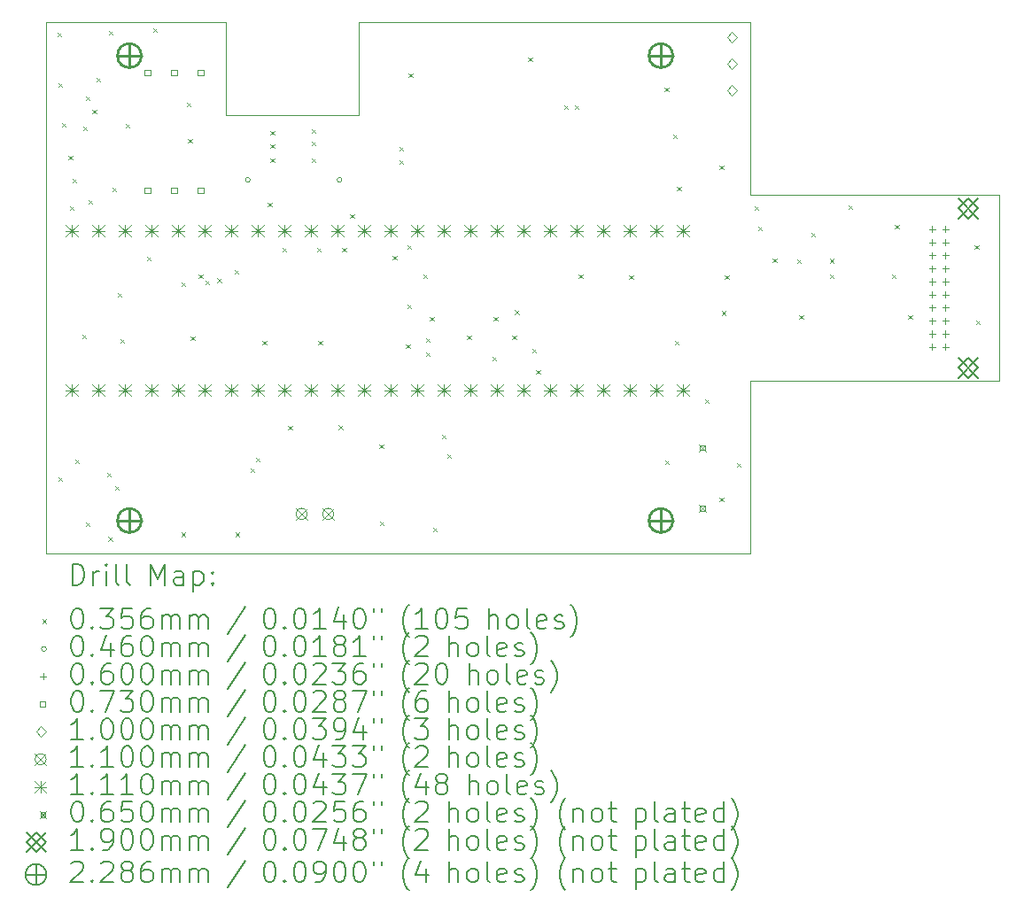
<source format=gbr>
%TF.GenerationSoftware,KiCad,Pcbnew,(7.0.0)*%
%TF.CreationDate,2024-06-17T09:17:19-04:00*%
%TF.ProjectId,BRGRavionics2.4.1,42524752-6176-4696-9f6e-696373322e34,rev?*%
%TF.SameCoordinates,PX429d390PY9157080*%
%TF.FileFunction,Drillmap*%
%TF.FilePolarity,Positive*%
%FSLAX45Y45*%
G04 Gerber Fmt 4.5, Leading zero omitted, Abs format (unit mm)*
G04 Created by KiCad (PCBNEW (7.0.0)) date 2024-06-17 09:17:19*
%MOMM*%
%LPD*%
G01*
G04 APERTURE LIST*
%ADD10C,0.025400*%
%ADD11C,0.100000*%
%ADD12C,0.200000*%
%ADD13C,0.035560*%
%ADD14C,0.046000*%
%ADD15C,0.060000*%
%ADD16C,0.073000*%
%ADD17C,0.110000*%
%ADD18C,0.111000*%
%ADD19C,0.065000*%
%ADD20C,0.190000*%
%ADD21C,0.228600*%
G04 APERTURE END LIST*
D10*
X1714500Y5080000D02*
X0Y5080000D01*
X2984500Y4191000D02*
X2984500Y5080000D01*
D11*
X6731000Y3429000D02*
X6731000Y5080000D01*
D10*
X1714500Y4191000D02*
X1714500Y5080000D01*
X0Y0D02*
X6731000Y0D01*
X9105900Y1651000D02*
X9105900Y3429000D01*
D11*
X6731000Y1651000D02*
X6731000Y0D01*
X9105900Y3429000D02*
X6731000Y3429000D01*
D10*
X2984500Y5080000D02*
X6731000Y5080000D01*
X0Y5080000D02*
X0Y0D01*
D11*
X9105900Y1651000D02*
X6731000Y1651000D01*
D10*
X1714500Y4191000D02*
X2984500Y4191000D01*
D12*
D13*
X104140Y4980940D02*
X139700Y4945380D01*
X139700Y4980940D02*
X104140Y4945380D01*
X111760Y4498340D02*
X147320Y4462780D01*
X147320Y4498340D02*
X111760Y4462780D01*
X114300Y734060D02*
X149860Y698500D01*
X149860Y734060D02*
X114300Y698500D01*
X146020Y4121180D02*
X181580Y4085620D01*
X181580Y4121180D02*
X146020Y4085620D01*
X211120Y3802380D02*
X246680Y3766820D01*
X246680Y3802380D02*
X211120Y3766820D01*
X223520Y3319780D02*
X259080Y3284220D01*
X259080Y3319780D02*
X223520Y3284220D01*
X248920Y3586480D02*
X284480Y3550920D01*
X284480Y3586480D02*
X248920Y3550920D01*
X271780Y899160D02*
X307340Y863600D01*
X307340Y899160D02*
X271780Y863600D01*
X345440Y2092960D02*
X381000Y2057400D01*
X381000Y2092960D02*
X345440Y2057400D01*
X350520Y4081780D02*
X386080Y4046220D01*
X386080Y4081780D02*
X350520Y4046220D01*
X375920Y4373880D02*
X411480Y4338320D01*
X411480Y4373880D02*
X375920Y4338320D01*
X375920Y297180D02*
X411480Y261620D01*
X411480Y297180D02*
X375920Y261620D01*
X401320Y3383280D02*
X436880Y3347720D01*
X436880Y3383280D02*
X401320Y3347720D01*
X439420Y4246880D02*
X474980Y4211320D01*
X474980Y4246880D02*
X439420Y4211320D01*
X477520Y4551680D02*
X513080Y4516120D01*
X513080Y4551680D02*
X477520Y4516120D01*
X579120Y772160D02*
X614680Y736600D01*
X614680Y772160D02*
X579120Y736600D01*
X591820Y160020D02*
X627380Y124460D01*
X627380Y160020D02*
X591820Y124460D01*
X594360Y4998720D02*
X629920Y4963160D01*
X629920Y4998720D02*
X594360Y4963160D01*
X629920Y3497580D02*
X665480Y3462020D01*
X665480Y3497580D02*
X629920Y3462020D01*
X652780Y645837D02*
X688340Y610277D01*
X688340Y645837D02*
X652780Y610277D01*
X678180Y2491740D02*
X713740Y2456180D01*
X713740Y2491740D02*
X678180Y2456180D01*
X706120Y2049780D02*
X741680Y2014220D01*
X741680Y2049780D02*
X706120Y2014220D01*
X756920Y4107180D02*
X792480Y4071620D01*
X792480Y4107180D02*
X756920Y4071620D01*
X957580Y2837180D02*
X993140Y2801620D01*
X993140Y2837180D02*
X957580Y2801620D01*
X1018540Y5021580D02*
X1054100Y4986020D01*
X1054100Y5021580D02*
X1018540Y4986020D01*
X1290320Y2595880D02*
X1325880Y2560320D01*
X1325880Y2595880D02*
X1290320Y2560320D01*
X1290320Y203200D02*
X1325880Y167640D01*
X1325880Y203200D02*
X1290320Y167640D01*
X1341120Y4310380D02*
X1376680Y4274820D01*
X1376680Y4310380D02*
X1341120Y4274820D01*
X1353820Y3967480D02*
X1389380Y3931920D01*
X1389380Y3967480D02*
X1353820Y3931920D01*
X1379220Y2075180D02*
X1414780Y2039620D01*
X1414780Y2075180D02*
X1379220Y2039620D01*
X1455420Y2672080D02*
X1490980Y2636520D01*
X1490980Y2672080D02*
X1455420Y2636520D01*
X1518920Y2608580D02*
X1554480Y2573020D01*
X1554480Y2608580D02*
X1518920Y2573020D01*
X1633671Y2633529D02*
X1669231Y2597969D01*
X1669231Y2633529D02*
X1633671Y2597969D01*
X1798320Y2710180D02*
X1833880Y2674620D01*
X1833880Y2710180D02*
X1798320Y2674620D01*
X1808480Y203200D02*
X1844040Y167640D01*
X1844040Y203200D02*
X1808480Y167640D01*
X1950720Y817880D02*
X1986280Y782320D01*
X1986280Y817880D02*
X1950720Y782320D01*
X2001520Y919480D02*
X2037080Y883920D01*
X2037080Y919480D02*
X2001520Y883920D01*
X2065020Y2037080D02*
X2100580Y2001520D01*
X2100580Y2037080D02*
X2065020Y2001520D01*
X2115820Y3357880D02*
X2151380Y3322320D01*
X2151380Y3357880D02*
X2115820Y3322320D01*
X2141220Y4043680D02*
X2176780Y4008120D01*
X2176780Y4043680D02*
X2141220Y4008120D01*
X2141220Y3916680D02*
X2176780Y3881120D01*
X2176780Y3916680D02*
X2141220Y3881120D01*
X2141220Y3776980D02*
X2176780Y3741420D01*
X2176780Y3776980D02*
X2141220Y3741420D01*
X2255520Y2925380D02*
X2291080Y2889820D01*
X2291080Y2925380D02*
X2255520Y2889820D01*
X2311400Y1224280D02*
X2346960Y1188720D01*
X2346960Y1224280D02*
X2311400Y1188720D01*
X2534920Y4056380D02*
X2570480Y4020820D01*
X2570480Y4056380D02*
X2534920Y4020820D01*
X2534920Y3942080D02*
X2570480Y3906520D01*
X2570480Y3942080D02*
X2534920Y3906520D01*
X2534920Y3776980D02*
X2570480Y3741420D01*
X2570480Y3776980D02*
X2534920Y3741420D01*
X2585720Y2925380D02*
X2621280Y2889820D01*
X2621280Y2925380D02*
X2585720Y2889820D01*
X2598420Y2037080D02*
X2633980Y2001520D01*
X2633980Y2037080D02*
X2598420Y2001520D01*
X2794000Y1226820D02*
X2829560Y1191260D01*
X2829560Y1226820D02*
X2794000Y1191260D01*
X2827020Y2925380D02*
X2862580Y2889820D01*
X2862580Y2925380D02*
X2827020Y2889820D01*
X2903220Y3243580D02*
X2938780Y3208020D01*
X2938780Y3243580D02*
X2903220Y3208020D01*
X3182620Y1046480D02*
X3218180Y1010920D01*
X3218180Y1046480D02*
X3182620Y1010920D01*
X3185160Y309880D02*
X3220720Y274320D01*
X3220720Y309880D02*
X3185160Y274320D01*
X3309620Y2849880D02*
X3345180Y2814320D01*
X3345180Y2849880D02*
X3309620Y2814320D01*
X3373120Y3891280D02*
X3408680Y3855720D01*
X3408680Y3891280D02*
X3373120Y3855720D01*
X3373120Y3764280D02*
X3408680Y3728720D01*
X3408680Y3764280D02*
X3373120Y3728720D01*
X3436620Y1998980D02*
X3472180Y1963420D01*
X3472180Y1998980D02*
X3436620Y1963420D01*
X3449320Y2951480D02*
X3484880Y2915920D01*
X3484880Y2951480D02*
X3449320Y2915920D01*
X3449320Y2379980D02*
X3484880Y2344420D01*
X3484880Y2379980D02*
X3449320Y2344420D01*
X3462020Y4589780D02*
X3497580Y4554220D01*
X3497580Y4589780D02*
X3462020Y4554220D01*
X3601720Y2672080D02*
X3637280Y2636520D01*
X3637280Y2672080D02*
X3601720Y2636520D01*
X3627120Y2062480D02*
X3662680Y2026920D01*
X3662680Y2062480D02*
X3627120Y2026920D01*
X3627120Y1922780D02*
X3662680Y1887220D01*
X3662680Y1922780D02*
X3627120Y1887220D01*
X3665220Y2265680D02*
X3700780Y2230120D01*
X3700780Y2265680D02*
X3665220Y2230120D01*
X3698240Y248920D02*
X3733800Y213360D01*
X3733800Y248920D02*
X3698240Y213360D01*
X3779520Y1135380D02*
X3815080Y1099820D01*
X3815080Y1135380D02*
X3779520Y1099820D01*
X3827780Y955040D02*
X3863340Y919480D01*
X3863340Y955040D02*
X3827780Y919480D01*
X4020820Y2087880D02*
X4056380Y2052320D01*
X4056380Y2087880D02*
X4020820Y2052320D01*
X4262120Y1884680D02*
X4297680Y1849120D01*
X4297680Y1884680D02*
X4262120Y1849120D01*
X4274820Y2265680D02*
X4310380Y2230120D01*
X4310380Y2265680D02*
X4274820Y2230120D01*
X4452620Y2087880D02*
X4488180Y2052320D01*
X4488180Y2087880D02*
X4452620Y2052320D01*
X4478020Y2327880D02*
X4513580Y2292320D01*
X4513580Y2327880D02*
X4478020Y2292320D01*
X4605020Y4742180D02*
X4640580Y4706620D01*
X4640580Y4742180D02*
X4605020Y4706620D01*
X4643120Y1960880D02*
X4678680Y1925320D01*
X4678680Y1960880D02*
X4643120Y1925320D01*
X4681220Y1757680D02*
X4716780Y1722120D01*
X4716780Y1757680D02*
X4681220Y1722120D01*
X4947920Y4284980D02*
X4983480Y4249420D01*
X4983480Y4284980D02*
X4947920Y4249420D01*
X5049520Y4284980D02*
X5085080Y4249420D01*
X5085080Y4284980D02*
X5049520Y4249420D01*
X5087620Y2672080D02*
X5123180Y2636520D01*
X5123180Y2672080D02*
X5087620Y2636520D01*
X5570220Y2659380D02*
X5605780Y2623820D01*
X5605780Y2659380D02*
X5570220Y2623820D01*
X5908570Y4454630D02*
X5944130Y4419070D01*
X5944130Y4454630D02*
X5908570Y4419070D01*
X5913120Y894080D02*
X5948680Y858520D01*
X5948680Y894080D02*
X5913120Y858520D01*
X5989320Y4005580D02*
X6024880Y3970020D01*
X6024880Y4005580D02*
X5989320Y3970020D01*
X6007551Y2036629D02*
X6043111Y2001069D01*
X6043111Y2036629D02*
X6007551Y2001069D01*
X6027420Y3510280D02*
X6062980Y3474720D01*
X6062980Y3510280D02*
X6027420Y3474720D01*
X6294120Y1478280D02*
X6329680Y1442720D01*
X6329680Y1478280D02*
X6294120Y1442720D01*
X6433820Y3713480D02*
X6469380Y3677920D01*
X6469380Y3713480D02*
X6433820Y3677920D01*
X6433820Y538480D02*
X6469380Y502920D01*
X6469380Y538480D02*
X6433820Y502920D01*
X6454140Y2319020D02*
X6489700Y2283460D01*
X6489700Y2319020D02*
X6454140Y2283460D01*
X6484620Y2659380D02*
X6520180Y2623820D01*
X6520180Y2659380D02*
X6484620Y2623820D01*
X6598920Y868680D02*
X6634480Y833120D01*
X6634480Y868680D02*
X6598920Y833120D01*
X6769100Y3319780D02*
X6804660Y3284220D01*
X6804660Y3319780D02*
X6769100Y3284220D01*
X6802120Y3129280D02*
X6837680Y3093720D01*
X6837680Y3129280D02*
X6802120Y3093720D01*
X6941820Y2824480D02*
X6977380Y2788920D01*
X6977380Y2824480D02*
X6941820Y2788920D01*
X7174370Y2815730D02*
X7209930Y2780170D01*
X7209930Y2815730D02*
X7174370Y2780170D01*
X7195820Y2278380D02*
X7231380Y2242820D01*
X7231380Y2278380D02*
X7195820Y2242820D01*
X7310120Y3065780D02*
X7345680Y3030220D01*
X7345680Y3065780D02*
X7310120Y3030220D01*
X7487920Y2819480D02*
X7523480Y2783920D01*
X7523480Y2819480D02*
X7487920Y2783920D01*
X7487920Y2672080D02*
X7523480Y2636520D01*
X7523480Y2672080D02*
X7487920Y2636520D01*
X7668260Y3329940D02*
X7703820Y3294380D01*
X7703820Y3329940D02*
X7668260Y3294380D01*
X8083120Y2672080D02*
X8118680Y2636520D01*
X8118680Y2672080D02*
X8083120Y2636520D01*
X8110220Y3141980D02*
X8145780Y3106420D01*
X8145780Y3141980D02*
X8110220Y3106420D01*
X8237220Y2278380D02*
X8272780Y2242820D01*
X8272780Y2278380D02*
X8237220Y2242820D01*
X8872220Y2951480D02*
X8907780Y2915920D01*
X8907780Y2951480D02*
X8872220Y2915920D01*
X8884920Y2227580D02*
X8920480Y2192020D01*
X8920480Y2227580D02*
X8884920Y2192020D01*
D14*
X1947200Y3574500D02*
G75*
G03*
X1947200Y3574500I-23000J0D01*
G01*
X2823200Y3574500D02*
G75*
G03*
X2823200Y3574500I-23000J0D01*
G01*
D15*
X8465300Y3132500D02*
X8465300Y3072500D01*
X8435300Y3102500D02*
X8495300Y3102500D01*
X8465300Y3007500D02*
X8465300Y2947500D01*
X8435300Y2977500D02*
X8495300Y2977500D01*
X8465300Y2882500D02*
X8465300Y2822500D01*
X8435300Y2852500D02*
X8495300Y2852500D01*
X8465300Y2757500D02*
X8465300Y2697500D01*
X8435300Y2727500D02*
X8495300Y2727500D01*
X8465300Y2632500D02*
X8465300Y2572500D01*
X8435300Y2602500D02*
X8495300Y2602500D01*
X8465300Y2507500D02*
X8465300Y2447500D01*
X8435300Y2477500D02*
X8495300Y2477500D01*
X8465300Y2382500D02*
X8465300Y2322500D01*
X8435300Y2352500D02*
X8495300Y2352500D01*
X8465300Y2257500D02*
X8465300Y2197500D01*
X8435300Y2227500D02*
X8495300Y2227500D01*
X8465300Y2132500D02*
X8465300Y2072500D01*
X8435300Y2102500D02*
X8495300Y2102500D01*
X8465300Y2007500D02*
X8465300Y1947500D01*
X8435300Y1977500D02*
X8495300Y1977500D01*
X8590300Y3132500D02*
X8590300Y3072500D01*
X8560300Y3102500D02*
X8620300Y3102500D01*
X8590300Y3007500D02*
X8590300Y2947500D01*
X8560300Y2977500D02*
X8620300Y2977500D01*
X8590300Y2882500D02*
X8590300Y2822500D01*
X8560300Y2852500D02*
X8620300Y2852500D01*
X8590300Y2757500D02*
X8590300Y2697500D01*
X8560300Y2727500D02*
X8620300Y2727500D01*
X8590300Y2632500D02*
X8590300Y2572500D01*
X8560300Y2602500D02*
X8620300Y2602500D01*
X8590300Y2507500D02*
X8590300Y2447500D01*
X8560300Y2477500D02*
X8620300Y2477500D01*
X8590300Y2382500D02*
X8590300Y2322500D01*
X8560300Y2352500D02*
X8620300Y2352500D01*
X8590300Y2257500D02*
X8590300Y2197500D01*
X8560300Y2227500D02*
X8620300Y2227500D01*
X8590300Y2132500D02*
X8590300Y2072500D01*
X8560300Y2102500D02*
X8620300Y2102500D01*
X8590300Y2007500D02*
X8590300Y1947500D01*
X8560300Y1977500D02*
X8620300Y1977500D01*
D16*
X991010Y4575290D02*
X991010Y4626910D01*
X939390Y4626910D01*
X939390Y4575290D01*
X991010Y4575290D01*
X991010Y3450290D02*
X991010Y3501910D01*
X939390Y3501910D01*
X939390Y3450290D01*
X991010Y3450290D01*
X1245010Y4575290D02*
X1245010Y4626910D01*
X1193390Y4626910D01*
X1193390Y4575290D01*
X1245010Y4575290D01*
X1245010Y3450290D02*
X1245010Y3501910D01*
X1193390Y3501910D01*
X1193390Y3450290D01*
X1245010Y3450290D01*
X1499010Y4575290D02*
X1499010Y4626910D01*
X1447390Y4626910D01*
X1447390Y4575290D01*
X1499010Y4575290D01*
X1499010Y3450290D02*
X1499010Y3501910D01*
X1447390Y3501910D01*
X1447390Y3450290D01*
X1499010Y3450290D01*
D11*
X6553200Y4888800D02*
X6603200Y4938800D01*
X6553200Y4988800D01*
X6503200Y4938800D01*
X6553200Y4888800D01*
X6553200Y4634800D02*
X6603200Y4684800D01*
X6553200Y4734800D01*
X6503200Y4684800D01*
X6553200Y4634800D01*
X6553200Y4380800D02*
X6603200Y4430800D01*
X6553200Y4480800D01*
X6503200Y4430800D01*
X6553200Y4380800D01*
D17*
X2383400Y436000D02*
X2493400Y326000D01*
X2493400Y436000D02*
X2383400Y326000D01*
X2493400Y381000D02*
G75*
G03*
X2493400Y381000I-55000J0D01*
G01*
X2637400Y436000D02*
X2747400Y326000D01*
X2747400Y436000D02*
X2637400Y326000D01*
X2747400Y381000D02*
G75*
G03*
X2747400Y381000I-55000J0D01*
G01*
D18*
X185800Y3141600D02*
X296800Y3030600D01*
X296800Y3141600D02*
X185800Y3030600D01*
X241300Y3141600D02*
X241300Y3030600D01*
X185800Y3086100D02*
X296800Y3086100D01*
X185800Y1617600D02*
X296800Y1506600D01*
X296800Y1617600D02*
X185800Y1506600D01*
X241300Y1617600D02*
X241300Y1506600D01*
X185800Y1562100D02*
X296800Y1562100D01*
X439800Y3141600D02*
X550800Y3030600D01*
X550800Y3141600D02*
X439800Y3030600D01*
X495300Y3141600D02*
X495300Y3030600D01*
X439800Y3086100D02*
X550800Y3086100D01*
X439800Y1617600D02*
X550800Y1506600D01*
X550800Y1617600D02*
X439800Y1506600D01*
X495300Y1617600D02*
X495300Y1506600D01*
X439800Y1562100D02*
X550800Y1562100D01*
X693800Y3141600D02*
X804800Y3030600D01*
X804800Y3141600D02*
X693800Y3030600D01*
X749300Y3141600D02*
X749300Y3030600D01*
X693800Y3086100D02*
X804800Y3086100D01*
X693800Y1617600D02*
X804800Y1506600D01*
X804800Y1617600D02*
X693800Y1506600D01*
X749300Y1617600D02*
X749300Y1506600D01*
X693800Y1562100D02*
X804800Y1562100D01*
X947800Y3141600D02*
X1058800Y3030600D01*
X1058800Y3141600D02*
X947800Y3030600D01*
X1003300Y3141600D02*
X1003300Y3030600D01*
X947800Y3086100D02*
X1058800Y3086100D01*
X947800Y1617600D02*
X1058800Y1506600D01*
X1058800Y1617600D02*
X947800Y1506600D01*
X1003300Y1617600D02*
X1003300Y1506600D01*
X947800Y1562100D02*
X1058800Y1562100D01*
X1201800Y3141600D02*
X1312800Y3030600D01*
X1312800Y3141600D02*
X1201800Y3030600D01*
X1257300Y3141600D02*
X1257300Y3030600D01*
X1201800Y3086100D02*
X1312800Y3086100D01*
X1201800Y1617600D02*
X1312800Y1506600D01*
X1312800Y1617600D02*
X1201800Y1506600D01*
X1257300Y1617600D02*
X1257300Y1506600D01*
X1201800Y1562100D02*
X1312800Y1562100D01*
X1455800Y3141600D02*
X1566800Y3030600D01*
X1566800Y3141600D02*
X1455800Y3030600D01*
X1511300Y3141600D02*
X1511300Y3030600D01*
X1455800Y3086100D02*
X1566800Y3086100D01*
X1455800Y1617600D02*
X1566800Y1506600D01*
X1566800Y1617600D02*
X1455800Y1506600D01*
X1511300Y1617600D02*
X1511300Y1506600D01*
X1455800Y1562100D02*
X1566800Y1562100D01*
X1709800Y3141600D02*
X1820800Y3030600D01*
X1820800Y3141600D02*
X1709800Y3030600D01*
X1765300Y3141600D02*
X1765300Y3030600D01*
X1709800Y3086100D02*
X1820800Y3086100D01*
X1709800Y1617600D02*
X1820800Y1506600D01*
X1820800Y1617600D02*
X1709800Y1506600D01*
X1765300Y1617600D02*
X1765300Y1506600D01*
X1709800Y1562100D02*
X1820800Y1562100D01*
X1963800Y3141600D02*
X2074800Y3030600D01*
X2074800Y3141600D02*
X1963800Y3030600D01*
X2019300Y3141600D02*
X2019300Y3030600D01*
X1963800Y3086100D02*
X2074800Y3086100D01*
X1963800Y1617600D02*
X2074800Y1506600D01*
X2074800Y1617600D02*
X1963800Y1506600D01*
X2019300Y1617600D02*
X2019300Y1506600D01*
X1963800Y1562100D02*
X2074800Y1562100D01*
X2217800Y3141600D02*
X2328800Y3030600D01*
X2328800Y3141600D02*
X2217800Y3030600D01*
X2273300Y3141600D02*
X2273300Y3030600D01*
X2217800Y3086100D02*
X2328800Y3086100D01*
X2217800Y1617600D02*
X2328800Y1506600D01*
X2328800Y1617600D02*
X2217800Y1506600D01*
X2273300Y1617600D02*
X2273300Y1506600D01*
X2217800Y1562100D02*
X2328800Y1562100D01*
X2471800Y3141600D02*
X2582800Y3030600D01*
X2582800Y3141600D02*
X2471800Y3030600D01*
X2527300Y3141600D02*
X2527300Y3030600D01*
X2471800Y3086100D02*
X2582800Y3086100D01*
X2471800Y1617600D02*
X2582800Y1506600D01*
X2582800Y1617600D02*
X2471800Y1506600D01*
X2527300Y1617600D02*
X2527300Y1506600D01*
X2471800Y1562100D02*
X2582800Y1562100D01*
X2725800Y3141600D02*
X2836800Y3030600D01*
X2836800Y3141600D02*
X2725800Y3030600D01*
X2781300Y3141600D02*
X2781300Y3030600D01*
X2725800Y3086100D02*
X2836800Y3086100D01*
X2725800Y1617600D02*
X2836800Y1506600D01*
X2836800Y1617600D02*
X2725800Y1506600D01*
X2781300Y1617600D02*
X2781300Y1506600D01*
X2725800Y1562100D02*
X2836800Y1562100D01*
X2979800Y3141600D02*
X3090800Y3030600D01*
X3090800Y3141600D02*
X2979800Y3030600D01*
X3035300Y3141600D02*
X3035300Y3030600D01*
X2979800Y3086100D02*
X3090800Y3086100D01*
X2979800Y1617600D02*
X3090800Y1506600D01*
X3090800Y1617600D02*
X2979800Y1506600D01*
X3035300Y1617600D02*
X3035300Y1506600D01*
X2979800Y1562100D02*
X3090800Y1562100D01*
X3233800Y3141600D02*
X3344800Y3030600D01*
X3344800Y3141600D02*
X3233800Y3030600D01*
X3289300Y3141600D02*
X3289300Y3030600D01*
X3233800Y3086100D02*
X3344800Y3086100D01*
X3233800Y1617600D02*
X3344800Y1506600D01*
X3344800Y1617600D02*
X3233800Y1506600D01*
X3289300Y1617600D02*
X3289300Y1506600D01*
X3233800Y1562100D02*
X3344800Y1562100D01*
X3487800Y3141600D02*
X3598800Y3030600D01*
X3598800Y3141600D02*
X3487800Y3030600D01*
X3543300Y3141600D02*
X3543300Y3030600D01*
X3487800Y3086100D02*
X3598800Y3086100D01*
X3487800Y1617600D02*
X3598800Y1506600D01*
X3598800Y1617600D02*
X3487800Y1506600D01*
X3543300Y1617600D02*
X3543300Y1506600D01*
X3487800Y1562100D02*
X3598800Y1562100D01*
X3741800Y3141600D02*
X3852800Y3030600D01*
X3852800Y3141600D02*
X3741800Y3030600D01*
X3797300Y3141600D02*
X3797300Y3030600D01*
X3741800Y3086100D02*
X3852800Y3086100D01*
X3741800Y1617600D02*
X3852800Y1506600D01*
X3852800Y1617600D02*
X3741800Y1506600D01*
X3797300Y1617600D02*
X3797300Y1506600D01*
X3741800Y1562100D02*
X3852800Y1562100D01*
X3995800Y3141600D02*
X4106800Y3030600D01*
X4106800Y3141600D02*
X3995800Y3030600D01*
X4051300Y3141600D02*
X4051300Y3030600D01*
X3995800Y3086100D02*
X4106800Y3086100D01*
X3995800Y1617600D02*
X4106800Y1506600D01*
X4106800Y1617600D02*
X3995800Y1506600D01*
X4051300Y1617600D02*
X4051300Y1506600D01*
X3995800Y1562100D02*
X4106800Y1562100D01*
X4249800Y3141600D02*
X4360800Y3030600D01*
X4360800Y3141600D02*
X4249800Y3030600D01*
X4305300Y3141600D02*
X4305300Y3030600D01*
X4249800Y3086100D02*
X4360800Y3086100D01*
X4249800Y1617600D02*
X4360800Y1506600D01*
X4360800Y1617600D02*
X4249800Y1506600D01*
X4305300Y1617600D02*
X4305300Y1506600D01*
X4249800Y1562100D02*
X4360800Y1562100D01*
X4503800Y3141600D02*
X4614800Y3030600D01*
X4614800Y3141600D02*
X4503800Y3030600D01*
X4559300Y3141600D02*
X4559300Y3030600D01*
X4503800Y3086100D02*
X4614800Y3086100D01*
X4503800Y1617600D02*
X4614800Y1506600D01*
X4614800Y1617600D02*
X4503800Y1506600D01*
X4559300Y1617600D02*
X4559300Y1506600D01*
X4503800Y1562100D02*
X4614800Y1562100D01*
X4757800Y3141600D02*
X4868800Y3030600D01*
X4868800Y3141600D02*
X4757800Y3030600D01*
X4813300Y3141600D02*
X4813300Y3030600D01*
X4757800Y3086100D02*
X4868800Y3086100D01*
X4757800Y1617600D02*
X4868800Y1506600D01*
X4868800Y1617600D02*
X4757800Y1506600D01*
X4813300Y1617600D02*
X4813300Y1506600D01*
X4757800Y1562100D02*
X4868800Y1562100D01*
X5011800Y3141600D02*
X5122800Y3030600D01*
X5122800Y3141600D02*
X5011800Y3030600D01*
X5067300Y3141600D02*
X5067300Y3030600D01*
X5011800Y3086100D02*
X5122800Y3086100D01*
X5011800Y1617600D02*
X5122800Y1506600D01*
X5122800Y1617600D02*
X5011800Y1506600D01*
X5067300Y1617600D02*
X5067300Y1506600D01*
X5011800Y1562100D02*
X5122800Y1562100D01*
X5265800Y3141600D02*
X5376800Y3030600D01*
X5376800Y3141600D02*
X5265800Y3030600D01*
X5321300Y3141600D02*
X5321300Y3030600D01*
X5265800Y3086100D02*
X5376800Y3086100D01*
X5265800Y1617600D02*
X5376800Y1506600D01*
X5376800Y1617600D02*
X5265800Y1506600D01*
X5321300Y1617600D02*
X5321300Y1506600D01*
X5265800Y1562100D02*
X5376800Y1562100D01*
X5519800Y3141600D02*
X5630800Y3030600D01*
X5630800Y3141600D02*
X5519800Y3030600D01*
X5575300Y3141600D02*
X5575300Y3030600D01*
X5519800Y3086100D02*
X5630800Y3086100D01*
X5519800Y1617600D02*
X5630800Y1506600D01*
X5630800Y1617600D02*
X5519800Y1506600D01*
X5575300Y1617600D02*
X5575300Y1506600D01*
X5519800Y1562100D02*
X5630800Y1562100D01*
X5773800Y3141600D02*
X5884800Y3030600D01*
X5884800Y3141600D02*
X5773800Y3030600D01*
X5829300Y3141600D02*
X5829300Y3030600D01*
X5773800Y3086100D02*
X5884800Y3086100D01*
X5773800Y1617600D02*
X5884800Y1506600D01*
X5884800Y1617600D02*
X5773800Y1506600D01*
X5829300Y1617600D02*
X5829300Y1506600D01*
X5773800Y1562100D02*
X5884800Y1562100D01*
X6027800Y3141600D02*
X6138800Y3030600D01*
X6138800Y3141600D02*
X6027800Y3030600D01*
X6083300Y3141600D02*
X6083300Y3030600D01*
X6027800Y3086100D02*
X6138800Y3086100D01*
X6027800Y1617600D02*
X6138800Y1506600D01*
X6138800Y1617600D02*
X6027800Y1506600D01*
X6083300Y1617600D02*
X6083300Y1506600D01*
X6027800Y1562100D02*
X6138800Y1562100D01*
D19*
X6237850Y1045400D02*
X6302850Y980400D01*
X6302850Y1045400D02*
X6237850Y980400D01*
X6293331Y989919D02*
X6293331Y1035881D01*
X6247369Y1035881D01*
X6247369Y989919D01*
X6293331Y989919D01*
X6237850Y467400D02*
X6302850Y402400D01*
X6302850Y467400D02*
X6237850Y402400D01*
X6293331Y411919D02*
X6293331Y457881D01*
X6247369Y457881D01*
X6247369Y411919D01*
X6293331Y411919D01*
D20*
X8715300Y3397500D02*
X8905300Y3207500D01*
X8905300Y3397500D02*
X8715300Y3207500D01*
X8810300Y3207500D02*
X8905300Y3302500D01*
X8810300Y3397500D01*
X8715300Y3302500D01*
X8810300Y3207500D01*
X8715300Y1872500D02*
X8905300Y1682500D01*
X8905300Y1872500D02*
X8715300Y1682500D01*
X8810300Y1682500D02*
X8905300Y1777500D01*
X8810300Y1872500D01*
X8715300Y1777500D01*
X8810300Y1682500D01*
D21*
X792480Y4876800D02*
X792480Y4648200D01*
X678180Y4762500D02*
X906780Y4762500D01*
X906780Y4762500D02*
G75*
G03*
X906780Y4762500I-114300J0D01*
G01*
X792480Y431800D02*
X792480Y203200D01*
X678180Y317500D02*
X906780Y317500D01*
X906780Y317500D02*
G75*
G03*
X906780Y317500I-114300J0D01*
G01*
X5872480Y4876800D02*
X5872480Y4648200D01*
X5758180Y4762500D02*
X5986780Y4762500D01*
X5986780Y4762500D02*
G75*
G03*
X5986780Y4762500I-114300J0D01*
G01*
X5872480Y431800D02*
X5872480Y203200D01*
X5758180Y317500D02*
X5986780Y317500D01*
X5986780Y317500D02*
G75*
G03*
X5986780Y317500I-114300J0D01*
G01*
D12*
X246349Y-298476D02*
X246349Y-98476D01*
X246349Y-98476D02*
X293968Y-98476D01*
X293968Y-98476D02*
X322540Y-108000D01*
X322540Y-108000D02*
X341587Y-127048D01*
X341587Y-127048D02*
X351111Y-146095D01*
X351111Y-146095D02*
X360635Y-184190D01*
X360635Y-184190D02*
X360635Y-212762D01*
X360635Y-212762D02*
X351111Y-250857D01*
X351111Y-250857D02*
X341587Y-269905D01*
X341587Y-269905D02*
X322540Y-288952D01*
X322540Y-288952D02*
X293968Y-298476D01*
X293968Y-298476D02*
X246349Y-298476D01*
X446349Y-298476D02*
X446349Y-165143D01*
X446349Y-203238D02*
X455873Y-184190D01*
X455873Y-184190D02*
X465397Y-174667D01*
X465397Y-174667D02*
X484444Y-165143D01*
X484444Y-165143D02*
X503492Y-165143D01*
X570159Y-298476D02*
X570159Y-165143D01*
X570159Y-98476D02*
X560635Y-108000D01*
X560635Y-108000D02*
X570159Y-117524D01*
X570159Y-117524D02*
X579682Y-108000D01*
X579682Y-108000D02*
X570159Y-98476D01*
X570159Y-98476D02*
X570159Y-117524D01*
X693968Y-298476D02*
X674920Y-288952D01*
X674920Y-288952D02*
X665397Y-269905D01*
X665397Y-269905D02*
X665397Y-98476D01*
X798730Y-298476D02*
X779682Y-288952D01*
X779682Y-288952D02*
X770158Y-269905D01*
X770158Y-269905D02*
X770158Y-98476D01*
X994920Y-298476D02*
X994920Y-98476D01*
X994920Y-98476D02*
X1061587Y-241333D01*
X1061587Y-241333D02*
X1128254Y-98476D01*
X1128254Y-98476D02*
X1128254Y-298476D01*
X1309206Y-298476D02*
X1309206Y-193714D01*
X1309206Y-193714D02*
X1299682Y-174667D01*
X1299682Y-174667D02*
X1280635Y-165143D01*
X1280635Y-165143D02*
X1242539Y-165143D01*
X1242539Y-165143D02*
X1223492Y-174667D01*
X1309206Y-288952D02*
X1290159Y-298476D01*
X1290159Y-298476D02*
X1242539Y-298476D01*
X1242539Y-298476D02*
X1223492Y-288952D01*
X1223492Y-288952D02*
X1213968Y-269905D01*
X1213968Y-269905D02*
X1213968Y-250857D01*
X1213968Y-250857D02*
X1223492Y-231809D01*
X1223492Y-231809D02*
X1242539Y-222286D01*
X1242539Y-222286D02*
X1290159Y-222286D01*
X1290159Y-222286D02*
X1309206Y-212762D01*
X1404444Y-165143D02*
X1404444Y-365143D01*
X1404444Y-174667D02*
X1423492Y-165143D01*
X1423492Y-165143D02*
X1461587Y-165143D01*
X1461587Y-165143D02*
X1480635Y-174667D01*
X1480635Y-174667D02*
X1490158Y-184190D01*
X1490158Y-184190D02*
X1499682Y-203238D01*
X1499682Y-203238D02*
X1499682Y-260381D01*
X1499682Y-260381D02*
X1490158Y-279429D01*
X1490158Y-279429D02*
X1480635Y-288952D01*
X1480635Y-288952D02*
X1461587Y-298476D01*
X1461587Y-298476D02*
X1423492Y-298476D01*
X1423492Y-298476D02*
X1404444Y-288952D01*
X1585397Y-279429D02*
X1594920Y-288952D01*
X1594920Y-288952D02*
X1585397Y-298476D01*
X1585397Y-298476D02*
X1575873Y-288952D01*
X1575873Y-288952D02*
X1585397Y-279429D01*
X1585397Y-279429D02*
X1585397Y-298476D01*
X1585397Y-174667D02*
X1594920Y-184190D01*
X1594920Y-184190D02*
X1585397Y-193714D01*
X1585397Y-193714D02*
X1575873Y-184190D01*
X1575873Y-184190D02*
X1585397Y-174667D01*
X1585397Y-174667D02*
X1585397Y-193714D01*
D13*
X-36830Y-627220D02*
X-1270Y-662780D01*
X-1270Y-627220D02*
X-36830Y-662780D01*
D12*
X284444Y-518476D02*
X303492Y-518476D01*
X303492Y-518476D02*
X322540Y-528000D01*
X322540Y-528000D02*
X332063Y-537524D01*
X332063Y-537524D02*
X341587Y-556571D01*
X341587Y-556571D02*
X351111Y-594667D01*
X351111Y-594667D02*
X351111Y-642286D01*
X351111Y-642286D02*
X341587Y-680381D01*
X341587Y-680381D02*
X332063Y-699428D01*
X332063Y-699428D02*
X322540Y-708952D01*
X322540Y-708952D02*
X303492Y-718476D01*
X303492Y-718476D02*
X284444Y-718476D01*
X284444Y-718476D02*
X265397Y-708952D01*
X265397Y-708952D02*
X255873Y-699428D01*
X255873Y-699428D02*
X246349Y-680381D01*
X246349Y-680381D02*
X236825Y-642286D01*
X236825Y-642286D02*
X236825Y-594667D01*
X236825Y-594667D02*
X246349Y-556571D01*
X246349Y-556571D02*
X255873Y-537524D01*
X255873Y-537524D02*
X265397Y-528000D01*
X265397Y-528000D02*
X284444Y-518476D01*
X436825Y-699428D02*
X446349Y-708952D01*
X446349Y-708952D02*
X436825Y-718476D01*
X436825Y-718476D02*
X427301Y-708952D01*
X427301Y-708952D02*
X436825Y-699428D01*
X436825Y-699428D02*
X436825Y-718476D01*
X513016Y-518476D02*
X636825Y-518476D01*
X636825Y-518476D02*
X570159Y-594667D01*
X570159Y-594667D02*
X598730Y-594667D01*
X598730Y-594667D02*
X617778Y-604190D01*
X617778Y-604190D02*
X627301Y-613714D01*
X627301Y-613714D02*
X636825Y-632762D01*
X636825Y-632762D02*
X636825Y-680381D01*
X636825Y-680381D02*
X627301Y-699428D01*
X627301Y-699428D02*
X617778Y-708952D01*
X617778Y-708952D02*
X598730Y-718476D01*
X598730Y-718476D02*
X541587Y-718476D01*
X541587Y-718476D02*
X522539Y-708952D01*
X522539Y-708952D02*
X513016Y-699428D01*
X817778Y-518476D02*
X722539Y-518476D01*
X722539Y-518476D02*
X713016Y-613714D01*
X713016Y-613714D02*
X722539Y-604190D01*
X722539Y-604190D02*
X741587Y-594667D01*
X741587Y-594667D02*
X789206Y-594667D01*
X789206Y-594667D02*
X808254Y-604190D01*
X808254Y-604190D02*
X817778Y-613714D01*
X817778Y-613714D02*
X827301Y-632762D01*
X827301Y-632762D02*
X827301Y-680381D01*
X827301Y-680381D02*
X817778Y-699428D01*
X817778Y-699428D02*
X808254Y-708952D01*
X808254Y-708952D02*
X789206Y-718476D01*
X789206Y-718476D02*
X741587Y-718476D01*
X741587Y-718476D02*
X722539Y-708952D01*
X722539Y-708952D02*
X713016Y-699428D01*
X998730Y-518476D02*
X960635Y-518476D01*
X960635Y-518476D02*
X941587Y-528000D01*
X941587Y-528000D02*
X932063Y-537524D01*
X932063Y-537524D02*
X913016Y-566095D01*
X913016Y-566095D02*
X903492Y-604190D01*
X903492Y-604190D02*
X903492Y-680381D01*
X903492Y-680381D02*
X913016Y-699428D01*
X913016Y-699428D02*
X922539Y-708952D01*
X922539Y-708952D02*
X941587Y-718476D01*
X941587Y-718476D02*
X979682Y-718476D01*
X979682Y-718476D02*
X998730Y-708952D01*
X998730Y-708952D02*
X1008254Y-699428D01*
X1008254Y-699428D02*
X1017778Y-680381D01*
X1017778Y-680381D02*
X1017778Y-632762D01*
X1017778Y-632762D02*
X1008254Y-613714D01*
X1008254Y-613714D02*
X998730Y-604190D01*
X998730Y-604190D02*
X979682Y-594667D01*
X979682Y-594667D02*
X941587Y-594667D01*
X941587Y-594667D02*
X922539Y-604190D01*
X922539Y-604190D02*
X913016Y-613714D01*
X913016Y-613714D02*
X903492Y-632762D01*
X1103492Y-718476D02*
X1103492Y-585143D01*
X1103492Y-604190D02*
X1113016Y-594667D01*
X1113016Y-594667D02*
X1132063Y-585143D01*
X1132063Y-585143D02*
X1160635Y-585143D01*
X1160635Y-585143D02*
X1179682Y-594667D01*
X1179682Y-594667D02*
X1189206Y-613714D01*
X1189206Y-613714D02*
X1189206Y-718476D01*
X1189206Y-613714D02*
X1198730Y-594667D01*
X1198730Y-594667D02*
X1217778Y-585143D01*
X1217778Y-585143D02*
X1246349Y-585143D01*
X1246349Y-585143D02*
X1265397Y-594667D01*
X1265397Y-594667D02*
X1274921Y-613714D01*
X1274921Y-613714D02*
X1274921Y-718476D01*
X1370159Y-718476D02*
X1370159Y-585143D01*
X1370159Y-604190D02*
X1379682Y-594667D01*
X1379682Y-594667D02*
X1398730Y-585143D01*
X1398730Y-585143D02*
X1427301Y-585143D01*
X1427301Y-585143D02*
X1446349Y-594667D01*
X1446349Y-594667D02*
X1455873Y-613714D01*
X1455873Y-613714D02*
X1455873Y-718476D01*
X1455873Y-613714D02*
X1465397Y-594667D01*
X1465397Y-594667D02*
X1484444Y-585143D01*
X1484444Y-585143D02*
X1513016Y-585143D01*
X1513016Y-585143D02*
X1532063Y-594667D01*
X1532063Y-594667D02*
X1541587Y-613714D01*
X1541587Y-613714D02*
X1541587Y-718476D01*
X1899682Y-508952D02*
X1728254Y-766095D01*
X2124444Y-518476D02*
X2143492Y-518476D01*
X2143492Y-518476D02*
X2162540Y-528000D01*
X2162540Y-528000D02*
X2172063Y-537524D01*
X2172063Y-537524D02*
X2181587Y-556571D01*
X2181587Y-556571D02*
X2191111Y-594667D01*
X2191111Y-594667D02*
X2191111Y-642286D01*
X2191111Y-642286D02*
X2181587Y-680381D01*
X2181587Y-680381D02*
X2172063Y-699428D01*
X2172063Y-699428D02*
X2162540Y-708952D01*
X2162540Y-708952D02*
X2143492Y-718476D01*
X2143492Y-718476D02*
X2124444Y-718476D01*
X2124444Y-718476D02*
X2105397Y-708952D01*
X2105397Y-708952D02*
X2095873Y-699428D01*
X2095873Y-699428D02*
X2086349Y-680381D01*
X2086349Y-680381D02*
X2076825Y-642286D01*
X2076825Y-642286D02*
X2076825Y-594667D01*
X2076825Y-594667D02*
X2086349Y-556571D01*
X2086349Y-556571D02*
X2095873Y-537524D01*
X2095873Y-537524D02*
X2105397Y-528000D01*
X2105397Y-528000D02*
X2124444Y-518476D01*
X2276825Y-699428D02*
X2286349Y-708952D01*
X2286349Y-708952D02*
X2276825Y-718476D01*
X2276825Y-718476D02*
X2267302Y-708952D01*
X2267302Y-708952D02*
X2276825Y-699428D01*
X2276825Y-699428D02*
X2276825Y-718476D01*
X2410159Y-518476D02*
X2429206Y-518476D01*
X2429206Y-518476D02*
X2448254Y-528000D01*
X2448254Y-528000D02*
X2457778Y-537524D01*
X2457778Y-537524D02*
X2467302Y-556571D01*
X2467302Y-556571D02*
X2476825Y-594667D01*
X2476825Y-594667D02*
X2476825Y-642286D01*
X2476825Y-642286D02*
X2467302Y-680381D01*
X2467302Y-680381D02*
X2457778Y-699428D01*
X2457778Y-699428D02*
X2448254Y-708952D01*
X2448254Y-708952D02*
X2429206Y-718476D01*
X2429206Y-718476D02*
X2410159Y-718476D01*
X2410159Y-718476D02*
X2391111Y-708952D01*
X2391111Y-708952D02*
X2381587Y-699428D01*
X2381587Y-699428D02*
X2372063Y-680381D01*
X2372063Y-680381D02*
X2362540Y-642286D01*
X2362540Y-642286D02*
X2362540Y-594667D01*
X2362540Y-594667D02*
X2372063Y-556571D01*
X2372063Y-556571D02*
X2381587Y-537524D01*
X2381587Y-537524D02*
X2391111Y-528000D01*
X2391111Y-528000D02*
X2410159Y-518476D01*
X2667302Y-718476D02*
X2553016Y-718476D01*
X2610159Y-718476D02*
X2610159Y-518476D01*
X2610159Y-518476D02*
X2591111Y-547048D01*
X2591111Y-547048D02*
X2572063Y-566095D01*
X2572063Y-566095D02*
X2553016Y-575619D01*
X2838730Y-585143D02*
X2838730Y-718476D01*
X2791111Y-508952D02*
X2743492Y-651810D01*
X2743492Y-651810D02*
X2867301Y-651810D01*
X2981587Y-518476D02*
X3000635Y-518476D01*
X3000635Y-518476D02*
X3019682Y-528000D01*
X3019682Y-528000D02*
X3029206Y-537524D01*
X3029206Y-537524D02*
X3038730Y-556571D01*
X3038730Y-556571D02*
X3048254Y-594667D01*
X3048254Y-594667D02*
X3048254Y-642286D01*
X3048254Y-642286D02*
X3038730Y-680381D01*
X3038730Y-680381D02*
X3029206Y-699428D01*
X3029206Y-699428D02*
X3019682Y-708952D01*
X3019682Y-708952D02*
X3000635Y-718476D01*
X3000635Y-718476D02*
X2981587Y-718476D01*
X2981587Y-718476D02*
X2962540Y-708952D01*
X2962540Y-708952D02*
X2953016Y-699428D01*
X2953016Y-699428D02*
X2943492Y-680381D01*
X2943492Y-680381D02*
X2933968Y-642286D01*
X2933968Y-642286D02*
X2933968Y-594667D01*
X2933968Y-594667D02*
X2943492Y-556571D01*
X2943492Y-556571D02*
X2953016Y-537524D01*
X2953016Y-537524D02*
X2962540Y-528000D01*
X2962540Y-528000D02*
X2981587Y-518476D01*
X3124444Y-518476D02*
X3124444Y-556571D01*
X3200635Y-518476D02*
X3200635Y-556571D01*
X3463492Y-794667D02*
X3453968Y-785143D01*
X3453968Y-785143D02*
X3434921Y-756571D01*
X3434921Y-756571D02*
X3425397Y-737524D01*
X3425397Y-737524D02*
X3415873Y-708952D01*
X3415873Y-708952D02*
X3406349Y-661333D01*
X3406349Y-661333D02*
X3406349Y-623238D01*
X3406349Y-623238D02*
X3415873Y-575619D01*
X3415873Y-575619D02*
X3425397Y-547048D01*
X3425397Y-547048D02*
X3434921Y-528000D01*
X3434921Y-528000D02*
X3453968Y-499428D01*
X3453968Y-499428D02*
X3463492Y-489905D01*
X3644444Y-718476D02*
X3530159Y-718476D01*
X3587301Y-718476D02*
X3587301Y-518476D01*
X3587301Y-518476D02*
X3568254Y-547048D01*
X3568254Y-547048D02*
X3549206Y-566095D01*
X3549206Y-566095D02*
X3530159Y-575619D01*
X3768254Y-518476D02*
X3787302Y-518476D01*
X3787302Y-518476D02*
X3806349Y-528000D01*
X3806349Y-528000D02*
X3815873Y-537524D01*
X3815873Y-537524D02*
X3825397Y-556571D01*
X3825397Y-556571D02*
X3834921Y-594667D01*
X3834921Y-594667D02*
X3834921Y-642286D01*
X3834921Y-642286D02*
X3825397Y-680381D01*
X3825397Y-680381D02*
X3815873Y-699428D01*
X3815873Y-699428D02*
X3806349Y-708952D01*
X3806349Y-708952D02*
X3787302Y-718476D01*
X3787302Y-718476D02*
X3768254Y-718476D01*
X3768254Y-718476D02*
X3749206Y-708952D01*
X3749206Y-708952D02*
X3739682Y-699428D01*
X3739682Y-699428D02*
X3730159Y-680381D01*
X3730159Y-680381D02*
X3720635Y-642286D01*
X3720635Y-642286D02*
X3720635Y-594667D01*
X3720635Y-594667D02*
X3730159Y-556571D01*
X3730159Y-556571D02*
X3739682Y-537524D01*
X3739682Y-537524D02*
X3749206Y-528000D01*
X3749206Y-528000D02*
X3768254Y-518476D01*
X4015873Y-518476D02*
X3920635Y-518476D01*
X3920635Y-518476D02*
X3911111Y-613714D01*
X3911111Y-613714D02*
X3920635Y-604190D01*
X3920635Y-604190D02*
X3939682Y-594667D01*
X3939682Y-594667D02*
X3987302Y-594667D01*
X3987302Y-594667D02*
X4006349Y-604190D01*
X4006349Y-604190D02*
X4015873Y-613714D01*
X4015873Y-613714D02*
X4025397Y-632762D01*
X4025397Y-632762D02*
X4025397Y-680381D01*
X4025397Y-680381D02*
X4015873Y-699428D01*
X4015873Y-699428D02*
X4006349Y-708952D01*
X4006349Y-708952D02*
X3987302Y-718476D01*
X3987302Y-718476D02*
X3939682Y-718476D01*
X3939682Y-718476D02*
X3920635Y-708952D01*
X3920635Y-708952D02*
X3911111Y-699428D01*
X4231111Y-718476D02*
X4231111Y-518476D01*
X4316825Y-718476D02*
X4316825Y-613714D01*
X4316825Y-613714D02*
X4307302Y-594667D01*
X4307302Y-594667D02*
X4288254Y-585143D01*
X4288254Y-585143D02*
X4259683Y-585143D01*
X4259683Y-585143D02*
X4240635Y-594667D01*
X4240635Y-594667D02*
X4231111Y-604190D01*
X4440635Y-718476D02*
X4421587Y-708952D01*
X4421587Y-708952D02*
X4412064Y-699428D01*
X4412064Y-699428D02*
X4402540Y-680381D01*
X4402540Y-680381D02*
X4402540Y-623238D01*
X4402540Y-623238D02*
X4412064Y-604190D01*
X4412064Y-604190D02*
X4421587Y-594667D01*
X4421587Y-594667D02*
X4440635Y-585143D01*
X4440635Y-585143D02*
X4469206Y-585143D01*
X4469206Y-585143D02*
X4488254Y-594667D01*
X4488254Y-594667D02*
X4497778Y-604190D01*
X4497778Y-604190D02*
X4507302Y-623238D01*
X4507302Y-623238D02*
X4507302Y-680381D01*
X4507302Y-680381D02*
X4497778Y-699428D01*
X4497778Y-699428D02*
X4488254Y-708952D01*
X4488254Y-708952D02*
X4469206Y-718476D01*
X4469206Y-718476D02*
X4440635Y-718476D01*
X4621587Y-718476D02*
X4602540Y-708952D01*
X4602540Y-708952D02*
X4593016Y-689905D01*
X4593016Y-689905D02*
X4593016Y-518476D01*
X4773968Y-708952D02*
X4754921Y-718476D01*
X4754921Y-718476D02*
X4716825Y-718476D01*
X4716825Y-718476D02*
X4697778Y-708952D01*
X4697778Y-708952D02*
X4688254Y-689905D01*
X4688254Y-689905D02*
X4688254Y-613714D01*
X4688254Y-613714D02*
X4697778Y-594667D01*
X4697778Y-594667D02*
X4716825Y-585143D01*
X4716825Y-585143D02*
X4754921Y-585143D01*
X4754921Y-585143D02*
X4773968Y-594667D01*
X4773968Y-594667D02*
X4783492Y-613714D01*
X4783492Y-613714D02*
X4783492Y-632762D01*
X4783492Y-632762D02*
X4688254Y-651810D01*
X4859683Y-708952D02*
X4878730Y-718476D01*
X4878730Y-718476D02*
X4916825Y-718476D01*
X4916825Y-718476D02*
X4935873Y-708952D01*
X4935873Y-708952D02*
X4945397Y-689905D01*
X4945397Y-689905D02*
X4945397Y-680381D01*
X4945397Y-680381D02*
X4935873Y-661333D01*
X4935873Y-661333D02*
X4916825Y-651810D01*
X4916825Y-651810D02*
X4888254Y-651810D01*
X4888254Y-651810D02*
X4869206Y-642286D01*
X4869206Y-642286D02*
X4859683Y-623238D01*
X4859683Y-623238D02*
X4859683Y-613714D01*
X4859683Y-613714D02*
X4869206Y-594667D01*
X4869206Y-594667D02*
X4888254Y-585143D01*
X4888254Y-585143D02*
X4916825Y-585143D01*
X4916825Y-585143D02*
X4935873Y-594667D01*
X5012064Y-794667D02*
X5021587Y-785143D01*
X5021587Y-785143D02*
X5040635Y-756571D01*
X5040635Y-756571D02*
X5050159Y-737524D01*
X5050159Y-737524D02*
X5059683Y-708952D01*
X5059683Y-708952D02*
X5069206Y-661333D01*
X5069206Y-661333D02*
X5069206Y-623238D01*
X5069206Y-623238D02*
X5059683Y-575619D01*
X5059683Y-575619D02*
X5050159Y-547048D01*
X5050159Y-547048D02*
X5040635Y-528000D01*
X5040635Y-528000D02*
X5021587Y-499428D01*
X5021587Y-499428D02*
X5012064Y-489905D01*
D14*
X-1270Y-909000D02*
G75*
G03*
X-1270Y-909000I-23000J0D01*
G01*
D12*
X284444Y-782476D02*
X303492Y-782476D01*
X303492Y-782476D02*
X322540Y-792000D01*
X322540Y-792000D02*
X332063Y-801524D01*
X332063Y-801524D02*
X341587Y-820571D01*
X341587Y-820571D02*
X351111Y-858667D01*
X351111Y-858667D02*
X351111Y-906286D01*
X351111Y-906286D02*
X341587Y-944381D01*
X341587Y-944381D02*
X332063Y-963428D01*
X332063Y-963428D02*
X322540Y-972952D01*
X322540Y-972952D02*
X303492Y-982476D01*
X303492Y-982476D02*
X284444Y-982476D01*
X284444Y-982476D02*
X265397Y-972952D01*
X265397Y-972952D02*
X255873Y-963428D01*
X255873Y-963428D02*
X246349Y-944381D01*
X246349Y-944381D02*
X236825Y-906286D01*
X236825Y-906286D02*
X236825Y-858667D01*
X236825Y-858667D02*
X246349Y-820571D01*
X246349Y-820571D02*
X255873Y-801524D01*
X255873Y-801524D02*
X265397Y-792000D01*
X265397Y-792000D02*
X284444Y-782476D01*
X436825Y-963428D02*
X446349Y-972952D01*
X446349Y-972952D02*
X436825Y-982476D01*
X436825Y-982476D02*
X427301Y-972952D01*
X427301Y-972952D02*
X436825Y-963428D01*
X436825Y-963428D02*
X436825Y-982476D01*
X617778Y-849143D02*
X617778Y-982476D01*
X570159Y-772952D02*
X522539Y-915809D01*
X522539Y-915809D02*
X646349Y-915809D01*
X808254Y-782476D02*
X770158Y-782476D01*
X770158Y-782476D02*
X751111Y-792000D01*
X751111Y-792000D02*
X741587Y-801524D01*
X741587Y-801524D02*
X722539Y-830095D01*
X722539Y-830095D02*
X713016Y-868190D01*
X713016Y-868190D02*
X713016Y-944381D01*
X713016Y-944381D02*
X722539Y-963428D01*
X722539Y-963428D02*
X732063Y-972952D01*
X732063Y-972952D02*
X751111Y-982476D01*
X751111Y-982476D02*
X789206Y-982476D01*
X789206Y-982476D02*
X808254Y-972952D01*
X808254Y-972952D02*
X817778Y-963428D01*
X817778Y-963428D02*
X827301Y-944381D01*
X827301Y-944381D02*
X827301Y-896762D01*
X827301Y-896762D02*
X817778Y-877714D01*
X817778Y-877714D02*
X808254Y-868190D01*
X808254Y-868190D02*
X789206Y-858667D01*
X789206Y-858667D02*
X751111Y-858667D01*
X751111Y-858667D02*
X732063Y-868190D01*
X732063Y-868190D02*
X722539Y-877714D01*
X722539Y-877714D02*
X713016Y-896762D01*
X951111Y-782476D02*
X970159Y-782476D01*
X970159Y-782476D02*
X989206Y-792000D01*
X989206Y-792000D02*
X998730Y-801524D01*
X998730Y-801524D02*
X1008254Y-820571D01*
X1008254Y-820571D02*
X1017778Y-858667D01*
X1017778Y-858667D02*
X1017778Y-906286D01*
X1017778Y-906286D02*
X1008254Y-944381D01*
X1008254Y-944381D02*
X998730Y-963428D01*
X998730Y-963428D02*
X989206Y-972952D01*
X989206Y-972952D02*
X970159Y-982476D01*
X970159Y-982476D02*
X951111Y-982476D01*
X951111Y-982476D02*
X932063Y-972952D01*
X932063Y-972952D02*
X922539Y-963428D01*
X922539Y-963428D02*
X913016Y-944381D01*
X913016Y-944381D02*
X903492Y-906286D01*
X903492Y-906286D02*
X903492Y-858667D01*
X903492Y-858667D02*
X913016Y-820571D01*
X913016Y-820571D02*
X922539Y-801524D01*
X922539Y-801524D02*
X932063Y-792000D01*
X932063Y-792000D02*
X951111Y-782476D01*
X1103492Y-982476D02*
X1103492Y-849143D01*
X1103492Y-868190D02*
X1113016Y-858667D01*
X1113016Y-858667D02*
X1132063Y-849143D01*
X1132063Y-849143D02*
X1160635Y-849143D01*
X1160635Y-849143D02*
X1179682Y-858667D01*
X1179682Y-858667D02*
X1189206Y-877714D01*
X1189206Y-877714D02*
X1189206Y-982476D01*
X1189206Y-877714D02*
X1198730Y-858667D01*
X1198730Y-858667D02*
X1217778Y-849143D01*
X1217778Y-849143D02*
X1246349Y-849143D01*
X1246349Y-849143D02*
X1265397Y-858667D01*
X1265397Y-858667D02*
X1274921Y-877714D01*
X1274921Y-877714D02*
X1274921Y-982476D01*
X1370159Y-982476D02*
X1370159Y-849143D01*
X1370159Y-868190D02*
X1379682Y-858667D01*
X1379682Y-858667D02*
X1398730Y-849143D01*
X1398730Y-849143D02*
X1427301Y-849143D01*
X1427301Y-849143D02*
X1446349Y-858667D01*
X1446349Y-858667D02*
X1455873Y-877714D01*
X1455873Y-877714D02*
X1455873Y-982476D01*
X1455873Y-877714D02*
X1465397Y-858667D01*
X1465397Y-858667D02*
X1484444Y-849143D01*
X1484444Y-849143D02*
X1513016Y-849143D01*
X1513016Y-849143D02*
X1532063Y-858667D01*
X1532063Y-858667D02*
X1541587Y-877714D01*
X1541587Y-877714D02*
X1541587Y-982476D01*
X1899682Y-772952D02*
X1728254Y-1030095D01*
X2124444Y-782476D02*
X2143492Y-782476D01*
X2143492Y-782476D02*
X2162540Y-792000D01*
X2162540Y-792000D02*
X2172063Y-801524D01*
X2172063Y-801524D02*
X2181587Y-820571D01*
X2181587Y-820571D02*
X2191111Y-858667D01*
X2191111Y-858667D02*
X2191111Y-906286D01*
X2191111Y-906286D02*
X2181587Y-944381D01*
X2181587Y-944381D02*
X2172063Y-963428D01*
X2172063Y-963428D02*
X2162540Y-972952D01*
X2162540Y-972952D02*
X2143492Y-982476D01*
X2143492Y-982476D02*
X2124444Y-982476D01*
X2124444Y-982476D02*
X2105397Y-972952D01*
X2105397Y-972952D02*
X2095873Y-963428D01*
X2095873Y-963428D02*
X2086349Y-944381D01*
X2086349Y-944381D02*
X2076825Y-906286D01*
X2076825Y-906286D02*
X2076825Y-858667D01*
X2076825Y-858667D02*
X2086349Y-820571D01*
X2086349Y-820571D02*
X2095873Y-801524D01*
X2095873Y-801524D02*
X2105397Y-792000D01*
X2105397Y-792000D02*
X2124444Y-782476D01*
X2276825Y-963428D02*
X2286349Y-972952D01*
X2286349Y-972952D02*
X2276825Y-982476D01*
X2276825Y-982476D02*
X2267302Y-972952D01*
X2267302Y-972952D02*
X2276825Y-963428D01*
X2276825Y-963428D02*
X2276825Y-982476D01*
X2410159Y-782476D02*
X2429206Y-782476D01*
X2429206Y-782476D02*
X2448254Y-792000D01*
X2448254Y-792000D02*
X2457778Y-801524D01*
X2457778Y-801524D02*
X2467302Y-820571D01*
X2467302Y-820571D02*
X2476825Y-858667D01*
X2476825Y-858667D02*
X2476825Y-906286D01*
X2476825Y-906286D02*
X2467302Y-944381D01*
X2467302Y-944381D02*
X2457778Y-963428D01*
X2457778Y-963428D02*
X2448254Y-972952D01*
X2448254Y-972952D02*
X2429206Y-982476D01*
X2429206Y-982476D02*
X2410159Y-982476D01*
X2410159Y-982476D02*
X2391111Y-972952D01*
X2391111Y-972952D02*
X2381587Y-963428D01*
X2381587Y-963428D02*
X2372063Y-944381D01*
X2372063Y-944381D02*
X2362540Y-906286D01*
X2362540Y-906286D02*
X2362540Y-858667D01*
X2362540Y-858667D02*
X2372063Y-820571D01*
X2372063Y-820571D02*
X2381587Y-801524D01*
X2381587Y-801524D02*
X2391111Y-792000D01*
X2391111Y-792000D02*
X2410159Y-782476D01*
X2667302Y-982476D02*
X2553016Y-982476D01*
X2610159Y-982476D02*
X2610159Y-782476D01*
X2610159Y-782476D02*
X2591111Y-811048D01*
X2591111Y-811048D02*
X2572063Y-830095D01*
X2572063Y-830095D02*
X2553016Y-839619D01*
X2781587Y-868190D02*
X2762540Y-858667D01*
X2762540Y-858667D02*
X2753016Y-849143D01*
X2753016Y-849143D02*
X2743492Y-830095D01*
X2743492Y-830095D02*
X2743492Y-820571D01*
X2743492Y-820571D02*
X2753016Y-801524D01*
X2753016Y-801524D02*
X2762540Y-792000D01*
X2762540Y-792000D02*
X2781587Y-782476D01*
X2781587Y-782476D02*
X2819682Y-782476D01*
X2819682Y-782476D02*
X2838730Y-792000D01*
X2838730Y-792000D02*
X2848254Y-801524D01*
X2848254Y-801524D02*
X2857778Y-820571D01*
X2857778Y-820571D02*
X2857778Y-830095D01*
X2857778Y-830095D02*
X2848254Y-849143D01*
X2848254Y-849143D02*
X2838730Y-858667D01*
X2838730Y-858667D02*
X2819682Y-868190D01*
X2819682Y-868190D02*
X2781587Y-868190D01*
X2781587Y-868190D02*
X2762540Y-877714D01*
X2762540Y-877714D02*
X2753016Y-887238D01*
X2753016Y-887238D02*
X2743492Y-906286D01*
X2743492Y-906286D02*
X2743492Y-944381D01*
X2743492Y-944381D02*
X2753016Y-963428D01*
X2753016Y-963428D02*
X2762540Y-972952D01*
X2762540Y-972952D02*
X2781587Y-982476D01*
X2781587Y-982476D02*
X2819682Y-982476D01*
X2819682Y-982476D02*
X2838730Y-972952D01*
X2838730Y-972952D02*
X2848254Y-963428D01*
X2848254Y-963428D02*
X2857778Y-944381D01*
X2857778Y-944381D02*
X2857778Y-906286D01*
X2857778Y-906286D02*
X2848254Y-887238D01*
X2848254Y-887238D02*
X2838730Y-877714D01*
X2838730Y-877714D02*
X2819682Y-868190D01*
X3048254Y-982476D02*
X2933968Y-982476D01*
X2991111Y-982476D02*
X2991111Y-782476D01*
X2991111Y-782476D02*
X2972063Y-811048D01*
X2972063Y-811048D02*
X2953016Y-830095D01*
X2953016Y-830095D02*
X2933968Y-839619D01*
X3124444Y-782476D02*
X3124444Y-820571D01*
X3200635Y-782476D02*
X3200635Y-820571D01*
X3463492Y-1058667D02*
X3453968Y-1049143D01*
X3453968Y-1049143D02*
X3434921Y-1020571D01*
X3434921Y-1020571D02*
X3425397Y-1001524D01*
X3425397Y-1001524D02*
X3415873Y-972952D01*
X3415873Y-972952D02*
X3406349Y-925333D01*
X3406349Y-925333D02*
X3406349Y-887238D01*
X3406349Y-887238D02*
X3415873Y-839619D01*
X3415873Y-839619D02*
X3425397Y-811048D01*
X3425397Y-811048D02*
X3434921Y-792000D01*
X3434921Y-792000D02*
X3453968Y-763428D01*
X3453968Y-763428D02*
X3463492Y-753905D01*
X3530159Y-801524D02*
X3539682Y-792000D01*
X3539682Y-792000D02*
X3558730Y-782476D01*
X3558730Y-782476D02*
X3606349Y-782476D01*
X3606349Y-782476D02*
X3625397Y-792000D01*
X3625397Y-792000D02*
X3634921Y-801524D01*
X3634921Y-801524D02*
X3644444Y-820571D01*
X3644444Y-820571D02*
X3644444Y-839619D01*
X3644444Y-839619D02*
X3634921Y-868190D01*
X3634921Y-868190D02*
X3520635Y-982476D01*
X3520635Y-982476D02*
X3644444Y-982476D01*
X3850159Y-982476D02*
X3850159Y-782476D01*
X3935873Y-982476D02*
X3935873Y-877714D01*
X3935873Y-877714D02*
X3926349Y-858667D01*
X3926349Y-858667D02*
X3907302Y-849143D01*
X3907302Y-849143D02*
X3878730Y-849143D01*
X3878730Y-849143D02*
X3859682Y-858667D01*
X3859682Y-858667D02*
X3850159Y-868190D01*
X4059682Y-982476D02*
X4040635Y-972952D01*
X4040635Y-972952D02*
X4031111Y-963428D01*
X4031111Y-963428D02*
X4021587Y-944381D01*
X4021587Y-944381D02*
X4021587Y-887238D01*
X4021587Y-887238D02*
X4031111Y-868190D01*
X4031111Y-868190D02*
X4040635Y-858667D01*
X4040635Y-858667D02*
X4059682Y-849143D01*
X4059682Y-849143D02*
X4088254Y-849143D01*
X4088254Y-849143D02*
X4107302Y-858667D01*
X4107302Y-858667D02*
X4116825Y-868190D01*
X4116825Y-868190D02*
X4126349Y-887238D01*
X4126349Y-887238D02*
X4126349Y-944381D01*
X4126349Y-944381D02*
X4116825Y-963428D01*
X4116825Y-963428D02*
X4107302Y-972952D01*
X4107302Y-972952D02*
X4088254Y-982476D01*
X4088254Y-982476D02*
X4059682Y-982476D01*
X4240635Y-982476D02*
X4221587Y-972952D01*
X4221587Y-972952D02*
X4212064Y-953905D01*
X4212064Y-953905D02*
X4212064Y-782476D01*
X4393016Y-972952D02*
X4373968Y-982476D01*
X4373968Y-982476D02*
X4335873Y-982476D01*
X4335873Y-982476D02*
X4316825Y-972952D01*
X4316825Y-972952D02*
X4307302Y-953905D01*
X4307302Y-953905D02*
X4307302Y-877714D01*
X4307302Y-877714D02*
X4316825Y-858667D01*
X4316825Y-858667D02*
X4335873Y-849143D01*
X4335873Y-849143D02*
X4373968Y-849143D01*
X4373968Y-849143D02*
X4393016Y-858667D01*
X4393016Y-858667D02*
X4402540Y-877714D01*
X4402540Y-877714D02*
X4402540Y-896762D01*
X4402540Y-896762D02*
X4307302Y-915809D01*
X4478730Y-972952D02*
X4497778Y-982476D01*
X4497778Y-982476D02*
X4535873Y-982476D01*
X4535873Y-982476D02*
X4554921Y-972952D01*
X4554921Y-972952D02*
X4564445Y-953905D01*
X4564445Y-953905D02*
X4564445Y-944381D01*
X4564445Y-944381D02*
X4554921Y-925333D01*
X4554921Y-925333D02*
X4535873Y-915809D01*
X4535873Y-915809D02*
X4507302Y-915809D01*
X4507302Y-915809D02*
X4488254Y-906286D01*
X4488254Y-906286D02*
X4478730Y-887238D01*
X4478730Y-887238D02*
X4478730Y-877714D01*
X4478730Y-877714D02*
X4488254Y-858667D01*
X4488254Y-858667D02*
X4507302Y-849143D01*
X4507302Y-849143D02*
X4535873Y-849143D01*
X4535873Y-849143D02*
X4554921Y-858667D01*
X4631111Y-1058667D02*
X4640635Y-1049143D01*
X4640635Y-1049143D02*
X4659683Y-1020571D01*
X4659683Y-1020571D02*
X4669206Y-1001524D01*
X4669206Y-1001524D02*
X4678730Y-972952D01*
X4678730Y-972952D02*
X4688254Y-925333D01*
X4688254Y-925333D02*
X4688254Y-887238D01*
X4688254Y-887238D02*
X4678730Y-839619D01*
X4678730Y-839619D02*
X4669206Y-811048D01*
X4669206Y-811048D02*
X4659683Y-792000D01*
X4659683Y-792000D02*
X4640635Y-763428D01*
X4640635Y-763428D02*
X4631111Y-753905D01*
D15*
X-31270Y-1143000D02*
X-31270Y-1203000D01*
X-61270Y-1173000D02*
X-1270Y-1173000D01*
D12*
X284444Y-1046476D02*
X303492Y-1046476D01*
X303492Y-1046476D02*
X322540Y-1056000D01*
X322540Y-1056000D02*
X332063Y-1065524D01*
X332063Y-1065524D02*
X341587Y-1084571D01*
X341587Y-1084571D02*
X351111Y-1122667D01*
X351111Y-1122667D02*
X351111Y-1170286D01*
X351111Y-1170286D02*
X341587Y-1208381D01*
X341587Y-1208381D02*
X332063Y-1227429D01*
X332063Y-1227429D02*
X322540Y-1236952D01*
X322540Y-1236952D02*
X303492Y-1246476D01*
X303492Y-1246476D02*
X284444Y-1246476D01*
X284444Y-1246476D02*
X265397Y-1236952D01*
X265397Y-1236952D02*
X255873Y-1227429D01*
X255873Y-1227429D02*
X246349Y-1208381D01*
X246349Y-1208381D02*
X236825Y-1170286D01*
X236825Y-1170286D02*
X236825Y-1122667D01*
X236825Y-1122667D02*
X246349Y-1084571D01*
X246349Y-1084571D02*
X255873Y-1065524D01*
X255873Y-1065524D02*
X265397Y-1056000D01*
X265397Y-1056000D02*
X284444Y-1046476D01*
X436825Y-1227429D02*
X446349Y-1236952D01*
X446349Y-1236952D02*
X436825Y-1246476D01*
X436825Y-1246476D02*
X427301Y-1236952D01*
X427301Y-1236952D02*
X436825Y-1227429D01*
X436825Y-1227429D02*
X436825Y-1246476D01*
X617778Y-1046476D02*
X579682Y-1046476D01*
X579682Y-1046476D02*
X560635Y-1056000D01*
X560635Y-1056000D02*
X551111Y-1065524D01*
X551111Y-1065524D02*
X532063Y-1094095D01*
X532063Y-1094095D02*
X522539Y-1132190D01*
X522539Y-1132190D02*
X522539Y-1208381D01*
X522539Y-1208381D02*
X532063Y-1227429D01*
X532063Y-1227429D02*
X541587Y-1236952D01*
X541587Y-1236952D02*
X560635Y-1246476D01*
X560635Y-1246476D02*
X598730Y-1246476D01*
X598730Y-1246476D02*
X617778Y-1236952D01*
X617778Y-1236952D02*
X627301Y-1227429D01*
X627301Y-1227429D02*
X636825Y-1208381D01*
X636825Y-1208381D02*
X636825Y-1160762D01*
X636825Y-1160762D02*
X627301Y-1141714D01*
X627301Y-1141714D02*
X617778Y-1132190D01*
X617778Y-1132190D02*
X598730Y-1122667D01*
X598730Y-1122667D02*
X560635Y-1122667D01*
X560635Y-1122667D02*
X541587Y-1132190D01*
X541587Y-1132190D02*
X532063Y-1141714D01*
X532063Y-1141714D02*
X522539Y-1160762D01*
X760635Y-1046476D02*
X779682Y-1046476D01*
X779682Y-1046476D02*
X798730Y-1056000D01*
X798730Y-1056000D02*
X808254Y-1065524D01*
X808254Y-1065524D02*
X817778Y-1084571D01*
X817778Y-1084571D02*
X827301Y-1122667D01*
X827301Y-1122667D02*
X827301Y-1170286D01*
X827301Y-1170286D02*
X817778Y-1208381D01*
X817778Y-1208381D02*
X808254Y-1227429D01*
X808254Y-1227429D02*
X798730Y-1236952D01*
X798730Y-1236952D02*
X779682Y-1246476D01*
X779682Y-1246476D02*
X760635Y-1246476D01*
X760635Y-1246476D02*
X741587Y-1236952D01*
X741587Y-1236952D02*
X732063Y-1227429D01*
X732063Y-1227429D02*
X722539Y-1208381D01*
X722539Y-1208381D02*
X713016Y-1170286D01*
X713016Y-1170286D02*
X713016Y-1122667D01*
X713016Y-1122667D02*
X722539Y-1084571D01*
X722539Y-1084571D02*
X732063Y-1065524D01*
X732063Y-1065524D02*
X741587Y-1056000D01*
X741587Y-1056000D02*
X760635Y-1046476D01*
X951111Y-1046476D02*
X970159Y-1046476D01*
X970159Y-1046476D02*
X989206Y-1056000D01*
X989206Y-1056000D02*
X998730Y-1065524D01*
X998730Y-1065524D02*
X1008254Y-1084571D01*
X1008254Y-1084571D02*
X1017778Y-1122667D01*
X1017778Y-1122667D02*
X1017778Y-1170286D01*
X1017778Y-1170286D02*
X1008254Y-1208381D01*
X1008254Y-1208381D02*
X998730Y-1227429D01*
X998730Y-1227429D02*
X989206Y-1236952D01*
X989206Y-1236952D02*
X970159Y-1246476D01*
X970159Y-1246476D02*
X951111Y-1246476D01*
X951111Y-1246476D02*
X932063Y-1236952D01*
X932063Y-1236952D02*
X922539Y-1227429D01*
X922539Y-1227429D02*
X913016Y-1208381D01*
X913016Y-1208381D02*
X903492Y-1170286D01*
X903492Y-1170286D02*
X903492Y-1122667D01*
X903492Y-1122667D02*
X913016Y-1084571D01*
X913016Y-1084571D02*
X922539Y-1065524D01*
X922539Y-1065524D02*
X932063Y-1056000D01*
X932063Y-1056000D02*
X951111Y-1046476D01*
X1103492Y-1246476D02*
X1103492Y-1113143D01*
X1103492Y-1132190D02*
X1113016Y-1122667D01*
X1113016Y-1122667D02*
X1132063Y-1113143D01*
X1132063Y-1113143D02*
X1160635Y-1113143D01*
X1160635Y-1113143D02*
X1179682Y-1122667D01*
X1179682Y-1122667D02*
X1189206Y-1141714D01*
X1189206Y-1141714D02*
X1189206Y-1246476D01*
X1189206Y-1141714D02*
X1198730Y-1122667D01*
X1198730Y-1122667D02*
X1217778Y-1113143D01*
X1217778Y-1113143D02*
X1246349Y-1113143D01*
X1246349Y-1113143D02*
X1265397Y-1122667D01*
X1265397Y-1122667D02*
X1274921Y-1141714D01*
X1274921Y-1141714D02*
X1274921Y-1246476D01*
X1370159Y-1246476D02*
X1370159Y-1113143D01*
X1370159Y-1132190D02*
X1379682Y-1122667D01*
X1379682Y-1122667D02*
X1398730Y-1113143D01*
X1398730Y-1113143D02*
X1427301Y-1113143D01*
X1427301Y-1113143D02*
X1446349Y-1122667D01*
X1446349Y-1122667D02*
X1455873Y-1141714D01*
X1455873Y-1141714D02*
X1455873Y-1246476D01*
X1455873Y-1141714D02*
X1465397Y-1122667D01*
X1465397Y-1122667D02*
X1484444Y-1113143D01*
X1484444Y-1113143D02*
X1513016Y-1113143D01*
X1513016Y-1113143D02*
X1532063Y-1122667D01*
X1532063Y-1122667D02*
X1541587Y-1141714D01*
X1541587Y-1141714D02*
X1541587Y-1246476D01*
X1899682Y-1036952D02*
X1728254Y-1294095D01*
X2124444Y-1046476D02*
X2143492Y-1046476D01*
X2143492Y-1046476D02*
X2162540Y-1056000D01*
X2162540Y-1056000D02*
X2172063Y-1065524D01*
X2172063Y-1065524D02*
X2181587Y-1084571D01*
X2181587Y-1084571D02*
X2191111Y-1122667D01*
X2191111Y-1122667D02*
X2191111Y-1170286D01*
X2191111Y-1170286D02*
X2181587Y-1208381D01*
X2181587Y-1208381D02*
X2172063Y-1227429D01*
X2172063Y-1227429D02*
X2162540Y-1236952D01*
X2162540Y-1236952D02*
X2143492Y-1246476D01*
X2143492Y-1246476D02*
X2124444Y-1246476D01*
X2124444Y-1246476D02*
X2105397Y-1236952D01*
X2105397Y-1236952D02*
X2095873Y-1227429D01*
X2095873Y-1227429D02*
X2086349Y-1208381D01*
X2086349Y-1208381D02*
X2076825Y-1170286D01*
X2076825Y-1170286D02*
X2076825Y-1122667D01*
X2076825Y-1122667D02*
X2086349Y-1084571D01*
X2086349Y-1084571D02*
X2095873Y-1065524D01*
X2095873Y-1065524D02*
X2105397Y-1056000D01*
X2105397Y-1056000D02*
X2124444Y-1046476D01*
X2276825Y-1227429D02*
X2286349Y-1236952D01*
X2286349Y-1236952D02*
X2276825Y-1246476D01*
X2276825Y-1246476D02*
X2267302Y-1236952D01*
X2267302Y-1236952D02*
X2276825Y-1227429D01*
X2276825Y-1227429D02*
X2276825Y-1246476D01*
X2410159Y-1046476D02*
X2429206Y-1046476D01*
X2429206Y-1046476D02*
X2448254Y-1056000D01*
X2448254Y-1056000D02*
X2457778Y-1065524D01*
X2457778Y-1065524D02*
X2467302Y-1084571D01*
X2467302Y-1084571D02*
X2476825Y-1122667D01*
X2476825Y-1122667D02*
X2476825Y-1170286D01*
X2476825Y-1170286D02*
X2467302Y-1208381D01*
X2467302Y-1208381D02*
X2457778Y-1227429D01*
X2457778Y-1227429D02*
X2448254Y-1236952D01*
X2448254Y-1236952D02*
X2429206Y-1246476D01*
X2429206Y-1246476D02*
X2410159Y-1246476D01*
X2410159Y-1246476D02*
X2391111Y-1236952D01*
X2391111Y-1236952D02*
X2381587Y-1227429D01*
X2381587Y-1227429D02*
X2372063Y-1208381D01*
X2372063Y-1208381D02*
X2362540Y-1170286D01*
X2362540Y-1170286D02*
X2362540Y-1122667D01*
X2362540Y-1122667D02*
X2372063Y-1084571D01*
X2372063Y-1084571D02*
X2381587Y-1065524D01*
X2381587Y-1065524D02*
X2391111Y-1056000D01*
X2391111Y-1056000D02*
X2410159Y-1046476D01*
X2553016Y-1065524D02*
X2562540Y-1056000D01*
X2562540Y-1056000D02*
X2581587Y-1046476D01*
X2581587Y-1046476D02*
X2629206Y-1046476D01*
X2629206Y-1046476D02*
X2648254Y-1056000D01*
X2648254Y-1056000D02*
X2657778Y-1065524D01*
X2657778Y-1065524D02*
X2667302Y-1084571D01*
X2667302Y-1084571D02*
X2667302Y-1103619D01*
X2667302Y-1103619D02*
X2657778Y-1132190D01*
X2657778Y-1132190D02*
X2543492Y-1246476D01*
X2543492Y-1246476D02*
X2667302Y-1246476D01*
X2733968Y-1046476D02*
X2857778Y-1046476D01*
X2857778Y-1046476D02*
X2791111Y-1122667D01*
X2791111Y-1122667D02*
X2819682Y-1122667D01*
X2819682Y-1122667D02*
X2838730Y-1132190D01*
X2838730Y-1132190D02*
X2848254Y-1141714D01*
X2848254Y-1141714D02*
X2857778Y-1160762D01*
X2857778Y-1160762D02*
X2857778Y-1208381D01*
X2857778Y-1208381D02*
X2848254Y-1227429D01*
X2848254Y-1227429D02*
X2838730Y-1236952D01*
X2838730Y-1236952D02*
X2819682Y-1246476D01*
X2819682Y-1246476D02*
X2762540Y-1246476D01*
X2762540Y-1246476D02*
X2743492Y-1236952D01*
X2743492Y-1236952D02*
X2733968Y-1227429D01*
X3029206Y-1046476D02*
X2991111Y-1046476D01*
X2991111Y-1046476D02*
X2972063Y-1056000D01*
X2972063Y-1056000D02*
X2962540Y-1065524D01*
X2962540Y-1065524D02*
X2943492Y-1094095D01*
X2943492Y-1094095D02*
X2933968Y-1132190D01*
X2933968Y-1132190D02*
X2933968Y-1208381D01*
X2933968Y-1208381D02*
X2943492Y-1227429D01*
X2943492Y-1227429D02*
X2953016Y-1236952D01*
X2953016Y-1236952D02*
X2972063Y-1246476D01*
X2972063Y-1246476D02*
X3010159Y-1246476D01*
X3010159Y-1246476D02*
X3029206Y-1236952D01*
X3029206Y-1236952D02*
X3038730Y-1227429D01*
X3038730Y-1227429D02*
X3048254Y-1208381D01*
X3048254Y-1208381D02*
X3048254Y-1160762D01*
X3048254Y-1160762D02*
X3038730Y-1141714D01*
X3038730Y-1141714D02*
X3029206Y-1132190D01*
X3029206Y-1132190D02*
X3010159Y-1122667D01*
X3010159Y-1122667D02*
X2972063Y-1122667D01*
X2972063Y-1122667D02*
X2953016Y-1132190D01*
X2953016Y-1132190D02*
X2943492Y-1141714D01*
X2943492Y-1141714D02*
X2933968Y-1160762D01*
X3124444Y-1046476D02*
X3124444Y-1084571D01*
X3200635Y-1046476D02*
X3200635Y-1084571D01*
X3463492Y-1322667D02*
X3453968Y-1313143D01*
X3453968Y-1313143D02*
X3434921Y-1284571D01*
X3434921Y-1284571D02*
X3425397Y-1265524D01*
X3425397Y-1265524D02*
X3415873Y-1236952D01*
X3415873Y-1236952D02*
X3406349Y-1189333D01*
X3406349Y-1189333D02*
X3406349Y-1151238D01*
X3406349Y-1151238D02*
X3415873Y-1103619D01*
X3415873Y-1103619D02*
X3425397Y-1075048D01*
X3425397Y-1075048D02*
X3434921Y-1056000D01*
X3434921Y-1056000D02*
X3453968Y-1027428D01*
X3453968Y-1027428D02*
X3463492Y-1017905D01*
X3530159Y-1065524D02*
X3539682Y-1056000D01*
X3539682Y-1056000D02*
X3558730Y-1046476D01*
X3558730Y-1046476D02*
X3606349Y-1046476D01*
X3606349Y-1046476D02*
X3625397Y-1056000D01*
X3625397Y-1056000D02*
X3634921Y-1065524D01*
X3634921Y-1065524D02*
X3644444Y-1084571D01*
X3644444Y-1084571D02*
X3644444Y-1103619D01*
X3644444Y-1103619D02*
X3634921Y-1132190D01*
X3634921Y-1132190D02*
X3520635Y-1246476D01*
X3520635Y-1246476D02*
X3644444Y-1246476D01*
X3768254Y-1046476D02*
X3787302Y-1046476D01*
X3787302Y-1046476D02*
X3806349Y-1056000D01*
X3806349Y-1056000D02*
X3815873Y-1065524D01*
X3815873Y-1065524D02*
X3825397Y-1084571D01*
X3825397Y-1084571D02*
X3834921Y-1122667D01*
X3834921Y-1122667D02*
X3834921Y-1170286D01*
X3834921Y-1170286D02*
X3825397Y-1208381D01*
X3825397Y-1208381D02*
X3815873Y-1227429D01*
X3815873Y-1227429D02*
X3806349Y-1236952D01*
X3806349Y-1236952D02*
X3787302Y-1246476D01*
X3787302Y-1246476D02*
X3768254Y-1246476D01*
X3768254Y-1246476D02*
X3749206Y-1236952D01*
X3749206Y-1236952D02*
X3739682Y-1227429D01*
X3739682Y-1227429D02*
X3730159Y-1208381D01*
X3730159Y-1208381D02*
X3720635Y-1170286D01*
X3720635Y-1170286D02*
X3720635Y-1122667D01*
X3720635Y-1122667D02*
X3730159Y-1084571D01*
X3730159Y-1084571D02*
X3739682Y-1065524D01*
X3739682Y-1065524D02*
X3749206Y-1056000D01*
X3749206Y-1056000D02*
X3768254Y-1046476D01*
X4040635Y-1246476D02*
X4040635Y-1046476D01*
X4126349Y-1246476D02*
X4126349Y-1141714D01*
X4126349Y-1141714D02*
X4116825Y-1122667D01*
X4116825Y-1122667D02*
X4097778Y-1113143D01*
X4097778Y-1113143D02*
X4069206Y-1113143D01*
X4069206Y-1113143D02*
X4050159Y-1122667D01*
X4050159Y-1122667D02*
X4040635Y-1132190D01*
X4250159Y-1246476D02*
X4231111Y-1236952D01*
X4231111Y-1236952D02*
X4221587Y-1227429D01*
X4221587Y-1227429D02*
X4212064Y-1208381D01*
X4212064Y-1208381D02*
X4212064Y-1151238D01*
X4212064Y-1151238D02*
X4221587Y-1132190D01*
X4221587Y-1132190D02*
X4231111Y-1122667D01*
X4231111Y-1122667D02*
X4250159Y-1113143D01*
X4250159Y-1113143D02*
X4278730Y-1113143D01*
X4278730Y-1113143D02*
X4297778Y-1122667D01*
X4297778Y-1122667D02*
X4307302Y-1132190D01*
X4307302Y-1132190D02*
X4316825Y-1151238D01*
X4316825Y-1151238D02*
X4316825Y-1208381D01*
X4316825Y-1208381D02*
X4307302Y-1227429D01*
X4307302Y-1227429D02*
X4297778Y-1236952D01*
X4297778Y-1236952D02*
X4278730Y-1246476D01*
X4278730Y-1246476D02*
X4250159Y-1246476D01*
X4431111Y-1246476D02*
X4412064Y-1236952D01*
X4412064Y-1236952D02*
X4402540Y-1217905D01*
X4402540Y-1217905D02*
X4402540Y-1046476D01*
X4583492Y-1236952D02*
X4564445Y-1246476D01*
X4564445Y-1246476D02*
X4526349Y-1246476D01*
X4526349Y-1246476D02*
X4507302Y-1236952D01*
X4507302Y-1236952D02*
X4497778Y-1217905D01*
X4497778Y-1217905D02*
X4497778Y-1141714D01*
X4497778Y-1141714D02*
X4507302Y-1122667D01*
X4507302Y-1122667D02*
X4526349Y-1113143D01*
X4526349Y-1113143D02*
X4564445Y-1113143D01*
X4564445Y-1113143D02*
X4583492Y-1122667D01*
X4583492Y-1122667D02*
X4593016Y-1141714D01*
X4593016Y-1141714D02*
X4593016Y-1160762D01*
X4593016Y-1160762D02*
X4497778Y-1179810D01*
X4669206Y-1236952D02*
X4688254Y-1246476D01*
X4688254Y-1246476D02*
X4726349Y-1246476D01*
X4726349Y-1246476D02*
X4745397Y-1236952D01*
X4745397Y-1236952D02*
X4754921Y-1217905D01*
X4754921Y-1217905D02*
X4754921Y-1208381D01*
X4754921Y-1208381D02*
X4745397Y-1189333D01*
X4745397Y-1189333D02*
X4726349Y-1179810D01*
X4726349Y-1179810D02*
X4697778Y-1179810D01*
X4697778Y-1179810D02*
X4678730Y-1170286D01*
X4678730Y-1170286D02*
X4669206Y-1151238D01*
X4669206Y-1151238D02*
X4669206Y-1141714D01*
X4669206Y-1141714D02*
X4678730Y-1122667D01*
X4678730Y-1122667D02*
X4697778Y-1113143D01*
X4697778Y-1113143D02*
X4726349Y-1113143D01*
X4726349Y-1113143D02*
X4745397Y-1122667D01*
X4821587Y-1322667D02*
X4831111Y-1313143D01*
X4831111Y-1313143D02*
X4850159Y-1284571D01*
X4850159Y-1284571D02*
X4859683Y-1265524D01*
X4859683Y-1265524D02*
X4869206Y-1236952D01*
X4869206Y-1236952D02*
X4878730Y-1189333D01*
X4878730Y-1189333D02*
X4878730Y-1151238D01*
X4878730Y-1151238D02*
X4869206Y-1103619D01*
X4869206Y-1103619D02*
X4859683Y-1075048D01*
X4859683Y-1075048D02*
X4850159Y-1056000D01*
X4850159Y-1056000D02*
X4831111Y-1027428D01*
X4831111Y-1027428D02*
X4821587Y-1017905D01*
D16*
X-11960Y-1462810D02*
X-11960Y-1411190D01*
X-63580Y-1411190D01*
X-63580Y-1462810D01*
X-11960Y-1462810D01*
D12*
X284444Y-1310476D02*
X303492Y-1310476D01*
X303492Y-1310476D02*
X322540Y-1320000D01*
X322540Y-1320000D02*
X332063Y-1329524D01*
X332063Y-1329524D02*
X341587Y-1348571D01*
X341587Y-1348571D02*
X351111Y-1386667D01*
X351111Y-1386667D02*
X351111Y-1434286D01*
X351111Y-1434286D02*
X341587Y-1472381D01*
X341587Y-1472381D02*
X332063Y-1491428D01*
X332063Y-1491428D02*
X322540Y-1500952D01*
X322540Y-1500952D02*
X303492Y-1510476D01*
X303492Y-1510476D02*
X284444Y-1510476D01*
X284444Y-1510476D02*
X265397Y-1500952D01*
X265397Y-1500952D02*
X255873Y-1491428D01*
X255873Y-1491428D02*
X246349Y-1472381D01*
X246349Y-1472381D02*
X236825Y-1434286D01*
X236825Y-1434286D02*
X236825Y-1386667D01*
X236825Y-1386667D02*
X246349Y-1348571D01*
X246349Y-1348571D02*
X255873Y-1329524D01*
X255873Y-1329524D02*
X265397Y-1320000D01*
X265397Y-1320000D02*
X284444Y-1310476D01*
X436825Y-1491428D02*
X446349Y-1500952D01*
X446349Y-1500952D02*
X436825Y-1510476D01*
X436825Y-1510476D02*
X427301Y-1500952D01*
X427301Y-1500952D02*
X436825Y-1491428D01*
X436825Y-1491428D02*
X436825Y-1510476D01*
X513016Y-1310476D02*
X646349Y-1310476D01*
X646349Y-1310476D02*
X560635Y-1510476D01*
X703492Y-1310476D02*
X827301Y-1310476D01*
X827301Y-1310476D02*
X760635Y-1386667D01*
X760635Y-1386667D02*
X789206Y-1386667D01*
X789206Y-1386667D02*
X808254Y-1396190D01*
X808254Y-1396190D02*
X817778Y-1405714D01*
X817778Y-1405714D02*
X827301Y-1424762D01*
X827301Y-1424762D02*
X827301Y-1472381D01*
X827301Y-1472381D02*
X817778Y-1491428D01*
X817778Y-1491428D02*
X808254Y-1500952D01*
X808254Y-1500952D02*
X789206Y-1510476D01*
X789206Y-1510476D02*
X732063Y-1510476D01*
X732063Y-1510476D02*
X713016Y-1500952D01*
X713016Y-1500952D02*
X703492Y-1491428D01*
X951111Y-1310476D02*
X970159Y-1310476D01*
X970159Y-1310476D02*
X989206Y-1320000D01*
X989206Y-1320000D02*
X998730Y-1329524D01*
X998730Y-1329524D02*
X1008254Y-1348571D01*
X1008254Y-1348571D02*
X1017778Y-1386667D01*
X1017778Y-1386667D02*
X1017778Y-1434286D01*
X1017778Y-1434286D02*
X1008254Y-1472381D01*
X1008254Y-1472381D02*
X998730Y-1491428D01*
X998730Y-1491428D02*
X989206Y-1500952D01*
X989206Y-1500952D02*
X970159Y-1510476D01*
X970159Y-1510476D02*
X951111Y-1510476D01*
X951111Y-1510476D02*
X932063Y-1500952D01*
X932063Y-1500952D02*
X922539Y-1491428D01*
X922539Y-1491428D02*
X913016Y-1472381D01*
X913016Y-1472381D02*
X903492Y-1434286D01*
X903492Y-1434286D02*
X903492Y-1386667D01*
X903492Y-1386667D02*
X913016Y-1348571D01*
X913016Y-1348571D02*
X922539Y-1329524D01*
X922539Y-1329524D02*
X932063Y-1320000D01*
X932063Y-1320000D02*
X951111Y-1310476D01*
X1103492Y-1510476D02*
X1103492Y-1377143D01*
X1103492Y-1396190D02*
X1113016Y-1386667D01*
X1113016Y-1386667D02*
X1132063Y-1377143D01*
X1132063Y-1377143D02*
X1160635Y-1377143D01*
X1160635Y-1377143D02*
X1179682Y-1386667D01*
X1179682Y-1386667D02*
X1189206Y-1405714D01*
X1189206Y-1405714D02*
X1189206Y-1510476D01*
X1189206Y-1405714D02*
X1198730Y-1386667D01*
X1198730Y-1386667D02*
X1217778Y-1377143D01*
X1217778Y-1377143D02*
X1246349Y-1377143D01*
X1246349Y-1377143D02*
X1265397Y-1386667D01*
X1265397Y-1386667D02*
X1274921Y-1405714D01*
X1274921Y-1405714D02*
X1274921Y-1510476D01*
X1370159Y-1510476D02*
X1370159Y-1377143D01*
X1370159Y-1396190D02*
X1379682Y-1386667D01*
X1379682Y-1386667D02*
X1398730Y-1377143D01*
X1398730Y-1377143D02*
X1427301Y-1377143D01*
X1427301Y-1377143D02*
X1446349Y-1386667D01*
X1446349Y-1386667D02*
X1455873Y-1405714D01*
X1455873Y-1405714D02*
X1455873Y-1510476D01*
X1455873Y-1405714D02*
X1465397Y-1386667D01*
X1465397Y-1386667D02*
X1484444Y-1377143D01*
X1484444Y-1377143D02*
X1513016Y-1377143D01*
X1513016Y-1377143D02*
X1532063Y-1386667D01*
X1532063Y-1386667D02*
X1541587Y-1405714D01*
X1541587Y-1405714D02*
X1541587Y-1510476D01*
X1899682Y-1300952D02*
X1728254Y-1558095D01*
X2124444Y-1310476D02*
X2143492Y-1310476D01*
X2143492Y-1310476D02*
X2162540Y-1320000D01*
X2162540Y-1320000D02*
X2172063Y-1329524D01*
X2172063Y-1329524D02*
X2181587Y-1348571D01*
X2181587Y-1348571D02*
X2191111Y-1386667D01*
X2191111Y-1386667D02*
X2191111Y-1434286D01*
X2191111Y-1434286D02*
X2181587Y-1472381D01*
X2181587Y-1472381D02*
X2172063Y-1491428D01*
X2172063Y-1491428D02*
X2162540Y-1500952D01*
X2162540Y-1500952D02*
X2143492Y-1510476D01*
X2143492Y-1510476D02*
X2124444Y-1510476D01*
X2124444Y-1510476D02*
X2105397Y-1500952D01*
X2105397Y-1500952D02*
X2095873Y-1491428D01*
X2095873Y-1491428D02*
X2086349Y-1472381D01*
X2086349Y-1472381D02*
X2076825Y-1434286D01*
X2076825Y-1434286D02*
X2076825Y-1386667D01*
X2076825Y-1386667D02*
X2086349Y-1348571D01*
X2086349Y-1348571D02*
X2095873Y-1329524D01*
X2095873Y-1329524D02*
X2105397Y-1320000D01*
X2105397Y-1320000D02*
X2124444Y-1310476D01*
X2276825Y-1491428D02*
X2286349Y-1500952D01*
X2286349Y-1500952D02*
X2276825Y-1510476D01*
X2276825Y-1510476D02*
X2267302Y-1500952D01*
X2267302Y-1500952D02*
X2276825Y-1491428D01*
X2276825Y-1491428D02*
X2276825Y-1510476D01*
X2410159Y-1310476D02*
X2429206Y-1310476D01*
X2429206Y-1310476D02*
X2448254Y-1320000D01*
X2448254Y-1320000D02*
X2457778Y-1329524D01*
X2457778Y-1329524D02*
X2467302Y-1348571D01*
X2467302Y-1348571D02*
X2476825Y-1386667D01*
X2476825Y-1386667D02*
X2476825Y-1434286D01*
X2476825Y-1434286D02*
X2467302Y-1472381D01*
X2467302Y-1472381D02*
X2457778Y-1491428D01*
X2457778Y-1491428D02*
X2448254Y-1500952D01*
X2448254Y-1500952D02*
X2429206Y-1510476D01*
X2429206Y-1510476D02*
X2410159Y-1510476D01*
X2410159Y-1510476D02*
X2391111Y-1500952D01*
X2391111Y-1500952D02*
X2381587Y-1491428D01*
X2381587Y-1491428D02*
X2372063Y-1472381D01*
X2372063Y-1472381D02*
X2362540Y-1434286D01*
X2362540Y-1434286D02*
X2362540Y-1386667D01*
X2362540Y-1386667D02*
X2372063Y-1348571D01*
X2372063Y-1348571D02*
X2381587Y-1329524D01*
X2381587Y-1329524D02*
X2391111Y-1320000D01*
X2391111Y-1320000D02*
X2410159Y-1310476D01*
X2553016Y-1329524D02*
X2562540Y-1320000D01*
X2562540Y-1320000D02*
X2581587Y-1310476D01*
X2581587Y-1310476D02*
X2629206Y-1310476D01*
X2629206Y-1310476D02*
X2648254Y-1320000D01*
X2648254Y-1320000D02*
X2657778Y-1329524D01*
X2657778Y-1329524D02*
X2667302Y-1348571D01*
X2667302Y-1348571D02*
X2667302Y-1367619D01*
X2667302Y-1367619D02*
X2657778Y-1396190D01*
X2657778Y-1396190D02*
X2543492Y-1510476D01*
X2543492Y-1510476D02*
X2667302Y-1510476D01*
X2781587Y-1396190D02*
X2762540Y-1386667D01*
X2762540Y-1386667D02*
X2753016Y-1377143D01*
X2753016Y-1377143D02*
X2743492Y-1358095D01*
X2743492Y-1358095D02*
X2743492Y-1348571D01*
X2743492Y-1348571D02*
X2753016Y-1329524D01*
X2753016Y-1329524D02*
X2762540Y-1320000D01*
X2762540Y-1320000D02*
X2781587Y-1310476D01*
X2781587Y-1310476D02*
X2819682Y-1310476D01*
X2819682Y-1310476D02*
X2838730Y-1320000D01*
X2838730Y-1320000D02*
X2848254Y-1329524D01*
X2848254Y-1329524D02*
X2857778Y-1348571D01*
X2857778Y-1348571D02*
X2857778Y-1358095D01*
X2857778Y-1358095D02*
X2848254Y-1377143D01*
X2848254Y-1377143D02*
X2838730Y-1386667D01*
X2838730Y-1386667D02*
X2819682Y-1396190D01*
X2819682Y-1396190D02*
X2781587Y-1396190D01*
X2781587Y-1396190D02*
X2762540Y-1405714D01*
X2762540Y-1405714D02*
X2753016Y-1415238D01*
X2753016Y-1415238D02*
X2743492Y-1434286D01*
X2743492Y-1434286D02*
X2743492Y-1472381D01*
X2743492Y-1472381D02*
X2753016Y-1491428D01*
X2753016Y-1491428D02*
X2762540Y-1500952D01*
X2762540Y-1500952D02*
X2781587Y-1510476D01*
X2781587Y-1510476D02*
X2819682Y-1510476D01*
X2819682Y-1510476D02*
X2838730Y-1500952D01*
X2838730Y-1500952D02*
X2848254Y-1491428D01*
X2848254Y-1491428D02*
X2857778Y-1472381D01*
X2857778Y-1472381D02*
X2857778Y-1434286D01*
X2857778Y-1434286D02*
X2848254Y-1415238D01*
X2848254Y-1415238D02*
X2838730Y-1405714D01*
X2838730Y-1405714D02*
X2819682Y-1396190D01*
X2924444Y-1310476D02*
X3057778Y-1310476D01*
X3057778Y-1310476D02*
X2972063Y-1510476D01*
X3124444Y-1310476D02*
X3124444Y-1348571D01*
X3200635Y-1310476D02*
X3200635Y-1348571D01*
X3463492Y-1586667D02*
X3453968Y-1577143D01*
X3453968Y-1577143D02*
X3434921Y-1548571D01*
X3434921Y-1548571D02*
X3425397Y-1529524D01*
X3425397Y-1529524D02*
X3415873Y-1500952D01*
X3415873Y-1500952D02*
X3406349Y-1453333D01*
X3406349Y-1453333D02*
X3406349Y-1415238D01*
X3406349Y-1415238D02*
X3415873Y-1367619D01*
X3415873Y-1367619D02*
X3425397Y-1339048D01*
X3425397Y-1339048D02*
X3434921Y-1320000D01*
X3434921Y-1320000D02*
X3453968Y-1291429D01*
X3453968Y-1291429D02*
X3463492Y-1281905D01*
X3625397Y-1310476D02*
X3587301Y-1310476D01*
X3587301Y-1310476D02*
X3568254Y-1320000D01*
X3568254Y-1320000D02*
X3558730Y-1329524D01*
X3558730Y-1329524D02*
X3539682Y-1358095D01*
X3539682Y-1358095D02*
X3530159Y-1396190D01*
X3530159Y-1396190D02*
X3530159Y-1472381D01*
X3530159Y-1472381D02*
X3539682Y-1491428D01*
X3539682Y-1491428D02*
X3549206Y-1500952D01*
X3549206Y-1500952D02*
X3568254Y-1510476D01*
X3568254Y-1510476D02*
X3606349Y-1510476D01*
X3606349Y-1510476D02*
X3625397Y-1500952D01*
X3625397Y-1500952D02*
X3634921Y-1491428D01*
X3634921Y-1491428D02*
X3644444Y-1472381D01*
X3644444Y-1472381D02*
X3644444Y-1424762D01*
X3644444Y-1424762D02*
X3634921Y-1405714D01*
X3634921Y-1405714D02*
X3625397Y-1396190D01*
X3625397Y-1396190D02*
X3606349Y-1386667D01*
X3606349Y-1386667D02*
X3568254Y-1386667D01*
X3568254Y-1386667D02*
X3549206Y-1396190D01*
X3549206Y-1396190D02*
X3539682Y-1405714D01*
X3539682Y-1405714D02*
X3530159Y-1424762D01*
X3850159Y-1510476D02*
X3850159Y-1310476D01*
X3935873Y-1510476D02*
X3935873Y-1405714D01*
X3935873Y-1405714D02*
X3926349Y-1386667D01*
X3926349Y-1386667D02*
X3907302Y-1377143D01*
X3907302Y-1377143D02*
X3878730Y-1377143D01*
X3878730Y-1377143D02*
X3859682Y-1386667D01*
X3859682Y-1386667D02*
X3850159Y-1396190D01*
X4059682Y-1510476D02*
X4040635Y-1500952D01*
X4040635Y-1500952D02*
X4031111Y-1491428D01*
X4031111Y-1491428D02*
X4021587Y-1472381D01*
X4021587Y-1472381D02*
X4021587Y-1415238D01*
X4021587Y-1415238D02*
X4031111Y-1396190D01*
X4031111Y-1396190D02*
X4040635Y-1386667D01*
X4040635Y-1386667D02*
X4059682Y-1377143D01*
X4059682Y-1377143D02*
X4088254Y-1377143D01*
X4088254Y-1377143D02*
X4107302Y-1386667D01*
X4107302Y-1386667D02*
X4116825Y-1396190D01*
X4116825Y-1396190D02*
X4126349Y-1415238D01*
X4126349Y-1415238D02*
X4126349Y-1472381D01*
X4126349Y-1472381D02*
X4116825Y-1491428D01*
X4116825Y-1491428D02*
X4107302Y-1500952D01*
X4107302Y-1500952D02*
X4088254Y-1510476D01*
X4088254Y-1510476D02*
X4059682Y-1510476D01*
X4240635Y-1510476D02*
X4221587Y-1500952D01*
X4221587Y-1500952D02*
X4212064Y-1481905D01*
X4212064Y-1481905D02*
X4212064Y-1310476D01*
X4393016Y-1500952D02*
X4373968Y-1510476D01*
X4373968Y-1510476D02*
X4335873Y-1510476D01*
X4335873Y-1510476D02*
X4316825Y-1500952D01*
X4316825Y-1500952D02*
X4307302Y-1481905D01*
X4307302Y-1481905D02*
X4307302Y-1405714D01*
X4307302Y-1405714D02*
X4316825Y-1386667D01*
X4316825Y-1386667D02*
X4335873Y-1377143D01*
X4335873Y-1377143D02*
X4373968Y-1377143D01*
X4373968Y-1377143D02*
X4393016Y-1386667D01*
X4393016Y-1386667D02*
X4402540Y-1405714D01*
X4402540Y-1405714D02*
X4402540Y-1424762D01*
X4402540Y-1424762D02*
X4307302Y-1443809D01*
X4478730Y-1500952D02*
X4497778Y-1510476D01*
X4497778Y-1510476D02*
X4535873Y-1510476D01*
X4535873Y-1510476D02*
X4554921Y-1500952D01*
X4554921Y-1500952D02*
X4564445Y-1481905D01*
X4564445Y-1481905D02*
X4564445Y-1472381D01*
X4564445Y-1472381D02*
X4554921Y-1453333D01*
X4554921Y-1453333D02*
X4535873Y-1443809D01*
X4535873Y-1443809D02*
X4507302Y-1443809D01*
X4507302Y-1443809D02*
X4488254Y-1434286D01*
X4488254Y-1434286D02*
X4478730Y-1415238D01*
X4478730Y-1415238D02*
X4478730Y-1405714D01*
X4478730Y-1405714D02*
X4488254Y-1386667D01*
X4488254Y-1386667D02*
X4507302Y-1377143D01*
X4507302Y-1377143D02*
X4535873Y-1377143D01*
X4535873Y-1377143D02*
X4554921Y-1386667D01*
X4631111Y-1586667D02*
X4640635Y-1577143D01*
X4640635Y-1577143D02*
X4659683Y-1548571D01*
X4659683Y-1548571D02*
X4669206Y-1529524D01*
X4669206Y-1529524D02*
X4678730Y-1500952D01*
X4678730Y-1500952D02*
X4688254Y-1453333D01*
X4688254Y-1453333D02*
X4688254Y-1415238D01*
X4688254Y-1415238D02*
X4678730Y-1367619D01*
X4678730Y-1367619D02*
X4669206Y-1339048D01*
X4669206Y-1339048D02*
X4659683Y-1320000D01*
X4659683Y-1320000D02*
X4640635Y-1291429D01*
X4640635Y-1291429D02*
X4631111Y-1281905D01*
D11*
X-51270Y-1751000D02*
X-1270Y-1701000D01*
X-51270Y-1651000D01*
X-101270Y-1701000D01*
X-51270Y-1751000D01*
D12*
X351111Y-1774476D02*
X236825Y-1774476D01*
X293968Y-1774476D02*
X293968Y-1574476D01*
X293968Y-1574476D02*
X274920Y-1603048D01*
X274920Y-1603048D02*
X255873Y-1622095D01*
X255873Y-1622095D02*
X236825Y-1631619D01*
X436825Y-1755428D02*
X446349Y-1764952D01*
X446349Y-1764952D02*
X436825Y-1774476D01*
X436825Y-1774476D02*
X427301Y-1764952D01*
X427301Y-1764952D02*
X436825Y-1755428D01*
X436825Y-1755428D02*
X436825Y-1774476D01*
X570159Y-1574476D02*
X589206Y-1574476D01*
X589206Y-1574476D02*
X608254Y-1584000D01*
X608254Y-1584000D02*
X617778Y-1593524D01*
X617778Y-1593524D02*
X627301Y-1612571D01*
X627301Y-1612571D02*
X636825Y-1650667D01*
X636825Y-1650667D02*
X636825Y-1698286D01*
X636825Y-1698286D02*
X627301Y-1736381D01*
X627301Y-1736381D02*
X617778Y-1755428D01*
X617778Y-1755428D02*
X608254Y-1764952D01*
X608254Y-1764952D02*
X589206Y-1774476D01*
X589206Y-1774476D02*
X570159Y-1774476D01*
X570159Y-1774476D02*
X551111Y-1764952D01*
X551111Y-1764952D02*
X541587Y-1755428D01*
X541587Y-1755428D02*
X532063Y-1736381D01*
X532063Y-1736381D02*
X522539Y-1698286D01*
X522539Y-1698286D02*
X522539Y-1650667D01*
X522539Y-1650667D02*
X532063Y-1612571D01*
X532063Y-1612571D02*
X541587Y-1593524D01*
X541587Y-1593524D02*
X551111Y-1584000D01*
X551111Y-1584000D02*
X570159Y-1574476D01*
X760635Y-1574476D02*
X779682Y-1574476D01*
X779682Y-1574476D02*
X798730Y-1584000D01*
X798730Y-1584000D02*
X808254Y-1593524D01*
X808254Y-1593524D02*
X817778Y-1612571D01*
X817778Y-1612571D02*
X827301Y-1650667D01*
X827301Y-1650667D02*
X827301Y-1698286D01*
X827301Y-1698286D02*
X817778Y-1736381D01*
X817778Y-1736381D02*
X808254Y-1755428D01*
X808254Y-1755428D02*
X798730Y-1764952D01*
X798730Y-1764952D02*
X779682Y-1774476D01*
X779682Y-1774476D02*
X760635Y-1774476D01*
X760635Y-1774476D02*
X741587Y-1764952D01*
X741587Y-1764952D02*
X732063Y-1755428D01*
X732063Y-1755428D02*
X722539Y-1736381D01*
X722539Y-1736381D02*
X713016Y-1698286D01*
X713016Y-1698286D02*
X713016Y-1650667D01*
X713016Y-1650667D02*
X722539Y-1612571D01*
X722539Y-1612571D02*
X732063Y-1593524D01*
X732063Y-1593524D02*
X741587Y-1584000D01*
X741587Y-1584000D02*
X760635Y-1574476D01*
X951111Y-1574476D02*
X970159Y-1574476D01*
X970159Y-1574476D02*
X989206Y-1584000D01*
X989206Y-1584000D02*
X998730Y-1593524D01*
X998730Y-1593524D02*
X1008254Y-1612571D01*
X1008254Y-1612571D02*
X1017778Y-1650667D01*
X1017778Y-1650667D02*
X1017778Y-1698286D01*
X1017778Y-1698286D02*
X1008254Y-1736381D01*
X1008254Y-1736381D02*
X998730Y-1755428D01*
X998730Y-1755428D02*
X989206Y-1764952D01*
X989206Y-1764952D02*
X970159Y-1774476D01*
X970159Y-1774476D02*
X951111Y-1774476D01*
X951111Y-1774476D02*
X932063Y-1764952D01*
X932063Y-1764952D02*
X922539Y-1755428D01*
X922539Y-1755428D02*
X913016Y-1736381D01*
X913016Y-1736381D02*
X903492Y-1698286D01*
X903492Y-1698286D02*
X903492Y-1650667D01*
X903492Y-1650667D02*
X913016Y-1612571D01*
X913016Y-1612571D02*
X922539Y-1593524D01*
X922539Y-1593524D02*
X932063Y-1584000D01*
X932063Y-1584000D02*
X951111Y-1574476D01*
X1103492Y-1774476D02*
X1103492Y-1641143D01*
X1103492Y-1660190D02*
X1113016Y-1650667D01*
X1113016Y-1650667D02*
X1132063Y-1641143D01*
X1132063Y-1641143D02*
X1160635Y-1641143D01*
X1160635Y-1641143D02*
X1179682Y-1650667D01*
X1179682Y-1650667D02*
X1189206Y-1669714D01*
X1189206Y-1669714D02*
X1189206Y-1774476D01*
X1189206Y-1669714D02*
X1198730Y-1650667D01*
X1198730Y-1650667D02*
X1217778Y-1641143D01*
X1217778Y-1641143D02*
X1246349Y-1641143D01*
X1246349Y-1641143D02*
X1265397Y-1650667D01*
X1265397Y-1650667D02*
X1274921Y-1669714D01*
X1274921Y-1669714D02*
X1274921Y-1774476D01*
X1370159Y-1774476D02*
X1370159Y-1641143D01*
X1370159Y-1660190D02*
X1379682Y-1650667D01*
X1379682Y-1650667D02*
X1398730Y-1641143D01*
X1398730Y-1641143D02*
X1427301Y-1641143D01*
X1427301Y-1641143D02*
X1446349Y-1650667D01*
X1446349Y-1650667D02*
X1455873Y-1669714D01*
X1455873Y-1669714D02*
X1455873Y-1774476D01*
X1455873Y-1669714D02*
X1465397Y-1650667D01*
X1465397Y-1650667D02*
X1484444Y-1641143D01*
X1484444Y-1641143D02*
X1513016Y-1641143D01*
X1513016Y-1641143D02*
X1532063Y-1650667D01*
X1532063Y-1650667D02*
X1541587Y-1669714D01*
X1541587Y-1669714D02*
X1541587Y-1774476D01*
X1899682Y-1564952D02*
X1728254Y-1822095D01*
X2124444Y-1574476D02*
X2143492Y-1574476D01*
X2143492Y-1574476D02*
X2162540Y-1584000D01*
X2162540Y-1584000D02*
X2172063Y-1593524D01*
X2172063Y-1593524D02*
X2181587Y-1612571D01*
X2181587Y-1612571D02*
X2191111Y-1650667D01*
X2191111Y-1650667D02*
X2191111Y-1698286D01*
X2191111Y-1698286D02*
X2181587Y-1736381D01*
X2181587Y-1736381D02*
X2172063Y-1755428D01*
X2172063Y-1755428D02*
X2162540Y-1764952D01*
X2162540Y-1764952D02*
X2143492Y-1774476D01*
X2143492Y-1774476D02*
X2124444Y-1774476D01*
X2124444Y-1774476D02*
X2105397Y-1764952D01*
X2105397Y-1764952D02*
X2095873Y-1755428D01*
X2095873Y-1755428D02*
X2086349Y-1736381D01*
X2086349Y-1736381D02*
X2076825Y-1698286D01*
X2076825Y-1698286D02*
X2076825Y-1650667D01*
X2076825Y-1650667D02*
X2086349Y-1612571D01*
X2086349Y-1612571D02*
X2095873Y-1593524D01*
X2095873Y-1593524D02*
X2105397Y-1584000D01*
X2105397Y-1584000D02*
X2124444Y-1574476D01*
X2276825Y-1755428D02*
X2286349Y-1764952D01*
X2286349Y-1764952D02*
X2276825Y-1774476D01*
X2276825Y-1774476D02*
X2267302Y-1764952D01*
X2267302Y-1764952D02*
X2276825Y-1755428D01*
X2276825Y-1755428D02*
X2276825Y-1774476D01*
X2410159Y-1574476D02*
X2429206Y-1574476D01*
X2429206Y-1574476D02*
X2448254Y-1584000D01*
X2448254Y-1584000D02*
X2457778Y-1593524D01*
X2457778Y-1593524D02*
X2467302Y-1612571D01*
X2467302Y-1612571D02*
X2476825Y-1650667D01*
X2476825Y-1650667D02*
X2476825Y-1698286D01*
X2476825Y-1698286D02*
X2467302Y-1736381D01*
X2467302Y-1736381D02*
X2457778Y-1755428D01*
X2457778Y-1755428D02*
X2448254Y-1764952D01*
X2448254Y-1764952D02*
X2429206Y-1774476D01*
X2429206Y-1774476D02*
X2410159Y-1774476D01*
X2410159Y-1774476D02*
X2391111Y-1764952D01*
X2391111Y-1764952D02*
X2381587Y-1755428D01*
X2381587Y-1755428D02*
X2372063Y-1736381D01*
X2372063Y-1736381D02*
X2362540Y-1698286D01*
X2362540Y-1698286D02*
X2362540Y-1650667D01*
X2362540Y-1650667D02*
X2372063Y-1612571D01*
X2372063Y-1612571D02*
X2381587Y-1593524D01*
X2381587Y-1593524D02*
X2391111Y-1584000D01*
X2391111Y-1584000D02*
X2410159Y-1574476D01*
X2543492Y-1574476D02*
X2667302Y-1574476D01*
X2667302Y-1574476D02*
X2600635Y-1650667D01*
X2600635Y-1650667D02*
X2629206Y-1650667D01*
X2629206Y-1650667D02*
X2648254Y-1660190D01*
X2648254Y-1660190D02*
X2657778Y-1669714D01*
X2657778Y-1669714D02*
X2667302Y-1688762D01*
X2667302Y-1688762D02*
X2667302Y-1736381D01*
X2667302Y-1736381D02*
X2657778Y-1755428D01*
X2657778Y-1755428D02*
X2648254Y-1764952D01*
X2648254Y-1764952D02*
X2629206Y-1774476D01*
X2629206Y-1774476D02*
X2572063Y-1774476D01*
X2572063Y-1774476D02*
X2553016Y-1764952D01*
X2553016Y-1764952D02*
X2543492Y-1755428D01*
X2762540Y-1774476D02*
X2800635Y-1774476D01*
X2800635Y-1774476D02*
X2819682Y-1764952D01*
X2819682Y-1764952D02*
X2829206Y-1755428D01*
X2829206Y-1755428D02*
X2848254Y-1726857D01*
X2848254Y-1726857D02*
X2857778Y-1688762D01*
X2857778Y-1688762D02*
X2857778Y-1612571D01*
X2857778Y-1612571D02*
X2848254Y-1593524D01*
X2848254Y-1593524D02*
X2838730Y-1584000D01*
X2838730Y-1584000D02*
X2819682Y-1574476D01*
X2819682Y-1574476D02*
X2781587Y-1574476D01*
X2781587Y-1574476D02*
X2762540Y-1584000D01*
X2762540Y-1584000D02*
X2753016Y-1593524D01*
X2753016Y-1593524D02*
X2743492Y-1612571D01*
X2743492Y-1612571D02*
X2743492Y-1660190D01*
X2743492Y-1660190D02*
X2753016Y-1679238D01*
X2753016Y-1679238D02*
X2762540Y-1688762D01*
X2762540Y-1688762D02*
X2781587Y-1698286D01*
X2781587Y-1698286D02*
X2819682Y-1698286D01*
X2819682Y-1698286D02*
X2838730Y-1688762D01*
X2838730Y-1688762D02*
X2848254Y-1679238D01*
X2848254Y-1679238D02*
X2857778Y-1660190D01*
X3029206Y-1641143D02*
X3029206Y-1774476D01*
X2981587Y-1564952D02*
X2933968Y-1707809D01*
X2933968Y-1707809D02*
X3057778Y-1707809D01*
X3124444Y-1574476D02*
X3124444Y-1612571D01*
X3200635Y-1574476D02*
X3200635Y-1612571D01*
X3463492Y-1850667D02*
X3453968Y-1841143D01*
X3453968Y-1841143D02*
X3434921Y-1812571D01*
X3434921Y-1812571D02*
X3425397Y-1793524D01*
X3425397Y-1793524D02*
X3415873Y-1764952D01*
X3415873Y-1764952D02*
X3406349Y-1717333D01*
X3406349Y-1717333D02*
X3406349Y-1679238D01*
X3406349Y-1679238D02*
X3415873Y-1631619D01*
X3415873Y-1631619D02*
X3425397Y-1603048D01*
X3425397Y-1603048D02*
X3434921Y-1584000D01*
X3434921Y-1584000D02*
X3453968Y-1555428D01*
X3453968Y-1555428D02*
X3463492Y-1545905D01*
X3520635Y-1574476D02*
X3644444Y-1574476D01*
X3644444Y-1574476D02*
X3577778Y-1650667D01*
X3577778Y-1650667D02*
X3606349Y-1650667D01*
X3606349Y-1650667D02*
X3625397Y-1660190D01*
X3625397Y-1660190D02*
X3634921Y-1669714D01*
X3634921Y-1669714D02*
X3644444Y-1688762D01*
X3644444Y-1688762D02*
X3644444Y-1736381D01*
X3644444Y-1736381D02*
X3634921Y-1755428D01*
X3634921Y-1755428D02*
X3625397Y-1764952D01*
X3625397Y-1764952D02*
X3606349Y-1774476D01*
X3606349Y-1774476D02*
X3549206Y-1774476D01*
X3549206Y-1774476D02*
X3530159Y-1764952D01*
X3530159Y-1764952D02*
X3520635Y-1755428D01*
X3850159Y-1774476D02*
X3850159Y-1574476D01*
X3935873Y-1774476D02*
X3935873Y-1669714D01*
X3935873Y-1669714D02*
X3926349Y-1650667D01*
X3926349Y-1650667D02*
X3907302Y-1641143D01*
X3907302Y-1641143D02*
X3878730Y-1641143D01*
X3878730Y-1641143D02*
X3859682Y-1650667D01*
X3859682Y-1650667D02*
X3850159Y-1660190D01*
X4059682Y-1774476D02*
X4040635Y-1764952D01*
X4040635Y-1764952D02*
X4031111Y-1755428D01*
X4031111Y-1755428D02*
X4021587Y-1736381D01*
X4021587Y-1736381D02*
X4021587Y-1679238D01*
X4021587Y-1679238D02*
X4031111Y-1660190D01*
X4031111Y-1660190D02*
X4040635Y-1650667D01*
X4040635Y-1650667D02*
X4059682Y-1641143D01*
X4059682Y-1641143D02*
X4088254Y-1641143D01*
X4088254Y-1641143D02*
X4107302Y-1650667D01*
X4107302Y-1650667D02*
X4116825Y-1660190D01*
X4116825Y-1660190D02*
X4126349Y-1679238D01*
X4126349Y-1679238D02*
X4126349Y-1736381D01*
X4126349Y-1736381D02*
X4116825Y-1755428D01*
X4116825Y-1755428D02*
X4107302Y-1764952D01*
X4107302Y-1764952D02*
X4088254Y-1774476D01*
X4088254Y-1774476D02*
X4059682Y-1774476D01*
X4240635Y-1774476D02*
X4221587Y-1764952D01*
X4221587Y-1764952D02*
X4212064Y-1745905D01*
X4212064Y-1745905D02*
X4212064Y-1574476D01*
X4393016Y-1764952D02*
X4373968Y-1774476D01*
X4373968Y-1774476D02*
X4335873Y-1774476D01*
X4335873Y-1774476D02*
X4316825Y-1764952D01*
X4316825Y-1764952D02*
X4307302Y-1745905D01*
X4307302Y-1745905D02*
X4307302Y-1669714D01*
X4307302Y-1669714D02*
X4316825Y-1650667D01*
X4316825Y-1650667D02*
X4335873Y-1641143D01*
X4335873Y-1641143D02*
X4373968Y-1641143D01*
X4373968Y-1641143D02*
X4393016Y-1650667D01*
X4393016Y-1650667D02*
X4402540Y-1669714D01*
X4402540Y-1669714D02*
X4402540Y-1688762D01*
X4402540Y-1688762D02*
X4307302Y-1707809D01*
X4478730Y-1764952D02*
X4497778Y-1774476D01*
X4497778Y-1774476D02*
X4535873Y-1774476D01*
X4535873Y-1774476D02*
X4554921Y-1764952D01*
X4554921Y-1764952D02*
X4564445Y-1745905D01*
X4564445Y-1745905D02*
X4564445Y-1736381D01*
X4564445Y-1736381D02*
X4554921Y-1717333D01*
X4554921Y-1717333D02*
X4535873Y-1707809D01*
X4535873Y-1707809D02*
X4507302Y-1707809D01*
X4507302Y-1707809D02*
X4488254Y-1698286D01*
X4488254Y-1698286D02*
X4478730Y-1679238D01*
X4478730Y-1679238D02*
X4478730Y-1669714D01*
X4478730Y-1669714D02*
X4488254Y-1650667D01*
X4488254Y-1650667D02*
X4507302Y-1641143D01*
X4507302Y-1641143D02*
X4535873Y-1641143D01*
X4535873Y-1641143D02*
X4554921Y-1650667D01*
X4631111Y-1850667D02*
X4640635Y-1841143D01*
X4640635Y-1841143D02*
X4659683Y-1812571D01*
X4659683Y-1812571D02*
X4669206Y-1793524D01*
X4669206Y-1793524D02*
X4678730Y-1764952D01*
X4678730Y-1764952D02*
X4688254Y-1717333D01*
X4688254Y-1717333D02*
X4688254Y-1679238D01*
X4688254Y-1679238D02*
X4678730Y-1631619D01*
X4678730Y-1631619D02*
X4669206Y-1603048D01*
X4669206Y-1603048D02*
X4659683Y-1584000D01*
X4659683Y-1584000D02*
X4640635Y-1555428D01*
X4640635Y-1555428D02*
X4631111Y-1545905D01*
D17*
X-111270Y-1910000D02*
X-1270Y-2020000D01*
X-1270Y-1910000D02*
X-111270Y-2020000D01*
X-1270Y-1965000D02*
G75*
G03*
X-1270Y-1965000I-55000J0D01*
G01*
D12*
X351111Y-2038476D02*
X236825Y-2038476D01*
X293968Y-2038476D02*
X293968Y-1838476D01*
X293968Y-1838476D02*
X274920Y-1867048D01*
X274920Y-1867048D02*
X255873Y-1886095D01*
X255873Y-1886095D02*
X236825Y-1895619D01*
X436825Y-2019428D02*
X446349Y-2028952D01*
X446349Y-2028952D02*
X436825Y-2038476D01*
X436825Y-2038476D02*
X427301Y-2028952D01*
X427301Y-2028952D02*
X436825Y-2019428D01*
X436825Y-2019428D02*
X436825Y-2038476D01*
X636825Y-2038476D02*
X522539Y-2038476D01*
X579682Y-2038476D02*
X579682Y-1838476D01*
X579682Y-1838476D02*
X560635Y-1867048D01*
X560635Y-1867048D02*
X541587Y-1886095D01*
X541587Y-1886095D02*
X522539Y-1895619D01*
X760635Y-1838476D02*
X779682Y-1838476D01*
X779682Y-1838476D02*
X798730Y-1848000D01*
X798730Y-1848000D02*
X808254Y-1857524D01*
X808254Y-1857524D02*
X817778Y-1876571D01*
X817778Y-1876571D02*
X827301Y-1914667D01*
X827301Y-1914667D02*
X827301Y-1962286D01*
X827301Y-1962286D02*
X817778Y-2000381D01*
X817778Y-2000381D02*
X808254Y-2019428D01*
X808254Y-2019428D02*
X798730Y-2028952D01*
X798730Y-2028952D02*
X779682Y-2038476D01*
X779682Y-2038476D02*
X760635Y-2038476D01*
X760635Y-2038476D02*
X741587Y-2028952D01*
X741587Y-2028952D02*
X732063Y-2019428D01*
X732063Y-2019428D02*
X722539Y-2000381D01*
X722539Y-2000381D02*
X713016Y-1962286D01*
X713016Y-1962286D02*
X713016Y-1914667D01*
X713016Y-1914667D02*
X722539Y-1876571D01*
X722539Y-1876571D02*
X732063Y-1857524D01*
X732063Y-1857524D02*
X741587Y-1848000D01*
X741587Y-1848000D02*
X760635Y-1838476D01*
X951111Y-1838476D02*
X970159Y-1838476D01*
X970159Y-1838476D02*
X989206Y-1848000D01*
X989206Y-1848000D02*
X998730Y-1857524D01*
X998730Y-1857524D02*
X1008254Y-1876571D01*
X1008254Y-1876571D02*
X1017778Y-1914667D01*
X1017778Y-1914667D02*
X1017778Y-1962286D01*
X1017778Y-1962286D02*
X1008254Y-2000381D01*
X1008254Y-2000381D02*
X998730Y-2019428D01*
X998730Y-2019428D02*
X989206Y-2028952D01*
X989206Y-2028952D02*
X970159Y-2038476D01*
X970159Y-2038476D02*
X951111Y-2038476D01*
X951111Y-2038476D02*
X932063Y-2028952D01*
X932063Y-2028952D02*
X922539Y-2019428D01*
X922539Y-2019428D02*
X913016Y-2000381D01*
X913016Y-2000381D02*
X903492Y-1962286D01*
X903492Y-1962286D02*
X903492Y-1914667D01*
X903492Y-1914667D02*
X913016Y-1876571D01*
X913016Y-1876571D02*
X922539Y-1857524D01*
X922539Y-1857524D02*
X932063Y-1848000D01*
X932063Y-1848000D02*
X951111Y-1838476D01*
X1103492Y-2038476D02*
X1103492Y-1905143D01*
X1103492Y-1924190D02*
X1113016Y-1914667D01*
X1113016Y-1914667D02*
X1132063Y-1905143D01*
X1132063Y-1905143D02*
X1160635Y-1905143D01*
X1160635Y-1905143D02*
X1179682Y-1914667D01*
X1179682Y-1914667D02*
X1189206Y-1933714D01*
X1189206Y-1933714D02*
X1189206Y-2038476D01*
X1189206Y-1933714D02*
X1198730Y-1914667D01*
X1198730Y-1914667D02*
X1217778Y-1905143D01*
X1217778Y-1905143D02*
X1246349Y-1905143D01*
X1246349Y-1905143D02*
X1265397Y-1914667D01*
X1265397Y-1914667D02*
X1274921Y-1933714D01*
X1274921Y-1933714D02*
X1274921Y-2038476D01*
X1370159Y-2038476D02*
X1370159Y-1905143D01*
X1370159Y-1924190D02*
X1379682Y-1914667D01*
X1379682Y-1914667D02*
X1398730Y-1905143D01*
X1398730Y-1905143D02*
X1427301Y-1905143D01*
X1427301Y-1905143D02*
X1446349Y-1914667D01*
X1446349Y-1914667D02*
X1455873Y-1933714D01*
X1455873Y-1933714D02*
X1455873Y-2038476D01*
X1455873Y-1933714D02*
X1465397Y-1914667D01*
X1465397Y-1914667D02*
X1484444Y-1905143D01*
X1484444Y-1905143D02*
X1513016Y-1905143D01*
X1513016Y-1905143D02*
X1532063Y-1914667D01*
X1532063Y-1914667D02*
X1541587Y-1933714D01*
X1541587Y-1933714D02*
X1541587Y-2038476D01*
X1899682Y-1828952D02*
X1728254Y-2086095D01*
X2124444Y-1838476D02*
X2143492Y-1838476D01*
X2143492Y-1838476D02*
X2162540Y-1848000D01*
X2162540Y-1848000D02*
X2172063Y-1857524D01*
X2172063Y-1857524D02*
X2181587Y-1876571D01*
X2181587Y-1876571D02*
X2191111Y-1914667D01*
X2191111Y-1914667D02*
X2191111Y-1962286D01*
X2191111Y-1962286D02*
X2181587Y-2000381D01*
X2181587Y-2000381D02*
X2172063Y-2019428D01*
X2172063Y-2019428D02*
X2162540Y-2028952D01*
X2162540Y-2028952D02*
X2143492Y-2038476D01*
X2143492Y-2038476D02*
X2124444Y-2038476D01*
X2124444Y-2038476D02*
X2105397Y-2028952D01*
X2105397Y-2028952D02*
X2095873Y-2019428D01*
X2095873Y-2019428D02*
X2086349Y-2000381D01*
X2086349Y-2000381D02*
X2076825Y-1962286D01*
X2076825Y-1962286D02*
X2076825Y-1914667D01*
X2076825Y-1914667D02*
X2086349Y-1876571D01*
X2086349Y-1876571D02*
X2095873Y-1857524D01*
X2095873Y-1857524D02*
X2105397Y-1848000D01*
X2105397Y-1848000D02*
X2124444Y-1838476D01*
X2276825Y-2019428D02*
X2286349Y-2028952D01*
X2286349Y-2028952D02*
X2276825Y-2038476D01*
X2276825Y-2038476D02*
X2267302Y-2028952D01*
X2267302Y-2028952D02*
X2276825Y-2019428D01*
X2276825Y-2019428D02*
X2276825Y-2038476D01*
X2410159Y-1838476D02*
X2429206Y-1838476D01*
X2429206Y-1838476D02*
X2448254Y-1848000D01*
X2448254Y-1848000D02*
X2457778Y-1857524D01*
X2457778Y-1857524D02*
X2467302Y-1876571D01*
X2467302Y-1876571D02*
X2476825Y-1914667D01*
X2476825Y-1914667D02*
X2476825Y-1962286D01*
X2476825Y-1962286D02*
X2467302Y-2000381D01*
X2467302Y-2000381D02*
X2457778Y-2019428D01*
X2457778Y-2019428D02*
X2448254Y-2028952D01*
X2448254Y-2028952D02*
X2429206Y-2038476D01*
X2429206Y-2038476D02*
X2410159Y-2038476D01*
X2410159Y-2038476D02*
X2391111Y-2028952D01*
X2391111Y-2028952D02*
X2381587Y-2019428D01*
X2381587Y-2019428D02*
X2372063Y-2000381D01*
X2372063Y-2000381D02*
X2362540Y-1962286D01*
X2362540Y-1962286D02*
X2362540Y-1914667D01*
X2362540Y-1914667D02*
X2372063Y-1876571D01*
X2372063Y-1876571D02*
X2381587Y-1857524D01*
X2381587Y-1857524D02*
X2391111Y-1848000D01*
X2391111Y-1848000D02*
X2410159Y-1838476D01*
X2648254Y-1905143D02*
X2648254Y-2038476D01*
X2600635Y-1828952D02*
X2553016Y-1971809D01*
X2553016Y-1971809D02*
X2676825Y-1971809D01*
X2733968Y-1838476D02*
X2857778Y-1838476D01*
X2857778Y-1838476D02*
X2791111Y-1914667D01*
X2791111Y-1914667D02*
X2819682Y-1914667D01*
X2819682Y-1914667D02*
X2838730Y-1924190D01*
X2838730Y-1924190D02*
X2848254Y-1933714D01*
X2848254Y-1933714D02*
X2857778Y-1952762D01*
X2857778Y-1952762D02*
X2857778Y-2000381D01*
X2857778Y-2000381D02*
X2848254Y-2019428D01*
X2848254Y-2019428D02*
X2838730Y-2028952D01*
X2838730Y-2028952D02*
X2819682Y-2038476D01*
X2819682Y-2038476D02*
X2762540Y-2038476D01*
X2762540Y-2038476D02*
X2743492Y-2028952D01*
X2743492Y-2028952D02*
X2733968Y-2019428D01*
X2924444Y-1838476D02*
X3048254Y-1838476D01*
X3048254Y-1838476D02*
X2981587Y-1914667D01*
X2981587Y-1914667D02*
X3010159Y-1914667D01*
X3010159Y-1914667D02*
X3029206Y-1924190D01*
X3029206Y-1924190D02*
X3038730Y-1933714D01*
X3038730Y-1933714D02*
X3048254Y-1952762D01*
X3048254Y-1952762D02*
X3048254Y-2000381D01*
X3048254Y-2000381D02*
X3038730Y-2019428D01*
X3038730Y-2019428D02*
X3029206Y-2028952D01*
X3029206Y-2028952D02*
X3010159Y-2038476D01*
X3010159Y-2038476D02*
X2953016Y-2038476D01*
X2953016Y-2038476D02*
X2933968Y-2028952D01*
X2933968Y-2028952D02*
X2924444Y-2019428D01*
X3124444Y-1838476D02*
X3124444Y-1876571D01*
X3200635Y-1838476D02*
X3200635Y-1876571D01*
X3463492Y-2114667D02*
X3453968Y-2105143D01*
X3453968Y-2105143D02*
X3434921Y-2076571D01*
X3434921Y-2076571D02*
X3425397Y-2057524D01*
X3425397Y-2057524D02*
X3415873Y-2028952D01*
X3415873Y-2028952D02*
X3406349Y-1981333D01*
X3406349Y-1981333D02*
X3406349Y-1943238D01*
X3406349Y-1943238D02*
X3415873Y-1895619D01*
X3415873Y-1895619D02*
X3425397Y-1867048D01*
X3425397Y-1867048D02*
X3434921Y-1848000D01*
X3434921Y-1848000D02*
X3453968Y-1819428D01*
X3453968Y-1819428D02*
X3463492Y-1809905D01*
X3530159Y-1857524D02*
X3539682Y-1848000D01*
X3539682Y-1848000D02*
X3558730Y-1838476D01*
X3558730Y-1838476D02*
X3606349Y-1838476D01*
X3606349Y-1838476D02*
X3625397Y-1848000D01*
X3625397Y-1848000D02*
X3634921Y-1857524D01*
X3634921Y-1857524D02*
X3644444Y-1876571D01*
X3644444Y-1876571D02*
X3644444Y-1895619D01*
X3644444Y-1895619D02*
X3634921Y-1924190D01*
X3634921Y-1924190D02*
X3520635Y-2038476D01*
X3520635Y-2038476D02*
X3644444Y-2038476D01*
X3850159Y-2038476D02*
X3850159Y-1838476D01*
X3935873Y-2038476D02*
X3935873Y-1933714D01*
X3935873Y-1933714D02*
X3926349Y-1914667D01*
X3926349Y-1914667D02*
X3907302Y-1905143D01*
X3907302Y-1905143D02*
X3878730Y-1905143D01*
X3878730Y-1905143D02*
X3859682Y-1914667D01*
X3859682Y-1914667D02*
X3850159Y-1924190D01*
X4059682Y-2038476D02*
X4040635Y-2028952D01*
X4040635Y-2028952D02*
X4031111Y-2019428D01*
X4031111Y-2019428D02*
X4021587Y-2000381D01*
X4021587Y-2000381D02*
X4021587Y-1943238D01*
X4021587Y-1943238D02*
X4031111Y-1924190D01*
X4031111Y-1924190D02*
X4040635Y-1914667D01*
X4040635Y-1914667D02*
X4059682Y-1905143D01*
X4059682Y-1905143D02*
X4088254Y-1905143D01*
X4088254Y-1905143D02*
X4107302Y-1914667D01*
X4107302Y-1914667D02*
X4116825Y-1924190D01*
X4116825Y-1924190D02*
X4126349Y-1943238D01*
X4126349Y-1943238D02*
X4126349Y-2000381D01*
X4126349Y-2000381D02*
X4116825Y-2019428D01*
X4116825Y-2019428D02*
X4107302Y-2028952D01*
X4107302Y-2028952D02*
X4088254Y-2038476D01*
X4088254Y-2038476D02*
X4059682Y-2038476D01*
X4240635Y-2038476D02*
X4221587Y-2028952D01*
X4221587Y-2028952D02*
X4212064Y-2009905D01*
X4212064Y-2009905D02*
X4212064Y-1838476D01*
X4393016Y-2028952D02*
X4373968Y-2038476D01*
X4373968Y-2038476D02*
X4335873Y-2038476D01*
X4335873Y-2038476D02*
X4316825Y-2028952D01*
X4316825Y-2028952D02*
X4307302Y-2009905D01*
X4307302Y-2009905D02*
X4307302Y-1933714D01*
X4307302Y-1933714D02*
X4316825Y-1914667D01*
X4316825Y-1914667D02*
X4335873Y-1905143D01*
X4335873Y-1905143D02*
X4373968Y-1905143D01*
X4373968Y-1905143D02*
X4393016Y-1914667D01*
X4393016Y-1914667D02*
X4402540Y-1933714D01*
X4402540Y-1933714D02*
X4402540Y-1952762D01*
X4402540Y-1952762D02*
X4307302Y-1971809D01*
X4478730Y-2028952D02*
X4497778Y-2038476D01*
X4497778Y-2038476D02*
X4535873Y-2038476D01*
X4535873Y-2038476D02*
X4554921Y-2028952D01*
X4554921Y-2028952D02*
X4564445Y-2009905D01*
X4564445Y-2009905D02*
X4564445Y-2000381D01*
X4564445Y-2000381D02*
X4554921Y-1981333D01*
X4554921Y-1981333D02*
X4535873Y-1971809D01*
X4535873Y-1971809D02*
X4507302Y-1971809D01*
X4507302Y-1971809D02*
X4488254Y-1962286D01*
X4488254Y-1962286D02*
X4478730Y-1943238D01*
X4478730Y-1943238D02*
X4478730Y-1933714D01*
X4478730Y-1933714D02*
X4488254Y-1914667D01*
X4488254Y-1914667D02*
X4507302Y-1905143D01*
X4507302Y-1905143D02*
X4535873Y-1905143D01*
X4535873Y-1905143D02*
X4554921Y-1914667D01*
X4631111Y-2114667D02*
X4640635Y-2105143D01*
X4640635Y-2105143D02*
X4659683Y-2076571D01*
X4659683Y-2076571D02*
X4669206Y-2057524D01*
X4669206Y-2057524D02*
X4678730Y-2028952D01*
X4678730Y-2028952D02*
X4688254Y-1981333D01*
X4688254Y-1981333D02*
X4688254Y-1943238D01*
X4688254Y-1943238D02*
X4678730Y-1895619D01*
X4678730Y-1895619D02*
X4669206Y-1867048D01*
X4669206Y-1867048D02*
X4659683Y-1848000D01*
X4659683Y-1848000D02*
X4640635Y-1819428D01*
X4640635Y-1819428D02*
X4631111Y-1809905D01*
D18*
X-112270Y-2173500D02*
X-1270Y-2284500D01*
X-1270Y-2173500D02*
X-112270Y-2284500D01*
X-56770Y-2173500D02*
X-56770Y-2284500D01*
X-112270Y-2229000D02*
X-1270Y-2229000D01*
D12*
X351111Y-2302476D02*
X236825Y-2302476D01*
X293968Y-2302476D02*
X293968Y-2102476D01*
X293968Y-2102476D02*
X274920Y-2131048D01*
X274920Y-2131048D02*
X255873Y-2150095D01*
X255873Y-2150095D02*
X236825Y-2159619D01*
X436825Y-2283429D02*
X446349Y-2292952D01*
X446349Y-2292952D02*
X436825Y-2302476D01*
X436825Y-2302476D02*
X427301Y-2292952D01*
X427301Y-2292952D02*
X436825Y-2283429D01*
X436825Y-2283429D02*
X436825Y-2302476D01*
X636825Y-2302476D02*
X522539Y-2302476D01*
X579682Y-2302476D02*
X579682Y-2102476D01*
X579682Y-2102476D02*
X560635Y-2131048D01*
X560635Y-2131048D02*
X541587Y-2150095D01*
X541587Y-2150095D02*
X522539Y-2159619D01*
X827301Y-2302476D02*
X713016Y-2302476D01*
X770158Y-2302476D02*
X770158Y-2102476D01*
X770158Y-2102476D02*
X751111Y-2131048D01*
X751111Y-2131048D02*
X732063Y-2150095D01*
X732063Y-2150095D02*
X713016Y-2159619D01*
X951111Y-2102476D02*
X970159Y-2102476D01*
X970159Y-2102476D02*
X989206Y-2112000D01*
X989206Y-2112000D02*
X998730Y-2121524D01*
X998730Y-2121524D02*
X1008254Y-2140571D01*
X1008254Y-2140571D02*
X1017778Y-2178667D01*
X1017778Y-2178667D02*
X1017778Y-2226286D01*
X1017778Y-2226286D02*
X1008254Y-2264381D01*
X1008254Y-2264381D02*
X998730Y-2283429D01*
X998730Y-2283429D02*
X989206Y-2292952D01*
X989206Y-2292952D02*
X970159Y-2302476D01*
X970159Y-2302476D02*
X951111Y-2302476D01*
X951111Y-2302476D02*
X932063Y-2292952D01*
X932063Y-2292952D02*
X922539Y-2283429D01*
X922539Y-2283429D02*
X913016Y-2264381D01*
X913016Y-2264381D02*
X903492Y-2226286D01*
X903492Y-2226286D02*
X903492Y-2178667D01*
X903492Y-2178667D02*
X913016Y-2140571D01*
X913016Y-2140571D02*
X922539Y-2121524D01*
X922539Y-2121524D02*
X932063Y-2112000D01*
X932063Y-2112000D02*
X951111Y-2102476D01*
X1103492Y-2302476D02*
X1103492Y-2169143D01*
X1103492Y-2188190D02*
X1113016Y-2178667D01*
X1113016Y-2178667D02*
X1132063Y-2169143D01*
X1132063Y-2169143D02*
X1160635Y-2169143D01*
X1160635Y-2169143D02*
X1179682Y-2178667D01*
X1179682Y-2178667D02*
X1189206Y-2197714D01*
X1189206Y-2197714D02*
X1189206Y-2302476D01*
X1189206Y-2197714D02*
X1198730Y-2178667D01*
X1198730Y-2178667D02*
X1217778Y-2169143D01*
X1217778Y-2169143D02*
X1246349Y-2169143D01*
X1246349Y-2169143D02*
X1265397Y-2178667D01*
X1265397Y-2178667D02*
X1274921Y-2197714D01*
X1274921Y-2197714D02*
X1274921Y-2302476D01*
X1370159Y-2302476D02*
X1370159Y-2169143D01*
X1370159Y-2188190D02*
X1379682Y-2178667D01*
X1379682Y-2178667D02*
X1398730Y-2169143D01*
X1398730Y-2169143D02*
X1427301Y-2169143D01*
X1427301Y-2169143D02*
X1446349Y-2178667D01*
X1446349Y-2178667D02*
X1455873Y-2197714D01*
X1455873Y-2197714D02*
X1455873Y-2302476D01*
X1455873Y-2197714D02*
X1465397Y-2178667D01*
X1465397Y-2178667D02*
X1484444Y-2169143D01*
X1484444Y-2169143D02*
X1513016Y-2169143D01*
X1513016Y-2169143D02*
X1532063Y-2178667D01*
X1532063Y-2178667D02*
X1541587Y-2197714D01*
X1541587Y-2197714D02*
X1541587Y-2302476D01*
X1899682Y-2092952D02*
X1728254Y-2350095D01*
X2124444Y-2102476D02*
X2143492Y-2102476D01*
X2143492Y-2102476D02*
X2162540Y-2112000D01*
X2162540Y-2112000D02*
X2172063Y-2121524D01*
X2172063Y-2121524D02*
X2181587Y-2140571D01*
X2181587Y-2140571D02*
X2191111Y-2178667D01*
X2191111Y-2178667D02*
X2191111Y-2226286D01*
X2191111Y-2226286D02*
X2181587Y-2264381D01*
X2181587Y-2264381D02*
X2172063Y-2283429D01*
X2172063Y-2283429D02*
X2162540Y-2292952D01*
X2162540Y-2292952D02*
X2143492Y-2302476D01*
X2143492Y-2302476D02*
X2124444Y-2302476D01*
X2124444Y-2302476D02*
X2105397Y-2292952D01*
X2105397Y-2292952D02*
X2095873Y-2283429D01*
X2095873Y-2283429D02*
X2086349Y-2264381D01*
X2086349Y-2264381D02*
X2076825Y-2226286D01*
X2076825Y-2226286D02*
X2076825Y-2178667D01*
X2076825Y-2178667D02*
X2086349Y-2140571D01*
X2086349Y-2140571D02*
X2095873Y-2121524D01*
X2095873Y-2121524D02*
X2105397Y-2112000D01*
X2105397Y-2112000D02*
X2124444Y-2102476D01*
X2276825Y-2283429D02*
X2286349Y-2292952D01*
X2286349Y-2292952D02*
X2276825Y-2302476D01*
X2276825Y-2302476D02*
X2267302Y-2292952D01*
X2267302Y-2292952D02*
X2276825Y-2283429D01*
X2276825Y-2283429D02*
X2276825Y-2302476D01*
X2410159Y-2102476D02*
X2429206Y-2102476D01*
X2429206Y-2102476D02*
X2448254Y-2112000D01*
X2448254Y-2112000D02*
X2457778Y-2121524D01*
X2457778Y-2121524D02*
X2467302Y-2140571D01*
X2467302Y-2140571D02*
X2476825Y-2178667D01*
X2476825Y-2178667D02*
X2476825Y-2226286D01*
X2476825Y-2226286D02*
X2467302Y-2264381D01*
X2467302Y-2264381D02*
X2457778Y-2283429D01*
X2457778Y-2283429D02*
X2448254Y-2292952D01*
X2448254Y-2292952D02*
X2429206Y-2302476D01*
X2429206Y-2302476D02*
X2410159Y-2302476D01*
X2410159Y-2302476D02*
X2391111Y-2292952D01*
X2391111Y-2292952D02*
X2381587Y-2283429D01*
X2381587Y-2283429D02*
X2372063Y-2264381D01*
X2372063Y-2264381D02*
X2362540Y-2226286D01*
X2362540Y-2226286D02*
X2362540Y-2178667D01*
X2362540Y-2178667D02*
X2372063Y-2140571D01*
X2372063Y-2140571D02*
X2381587Y-2121524D01*
X2381587Y-2121524D02*
X2391111Y-2112000D01*
X2391111Y-2112000D02*
X2410159Y-2102476D01*
X2648254Y-2169143D02*
X2648254Y-2302476D01*
X2600635Y-2092952D02*
X2553016Y-2235810D01*
X2553016Y-2235810D02*
X2676825Y-2235810D01*
X2733968Y-2102476D02*
X2857778Y-2102476D01*
X2857778Y-2102476D02*
X2791111Y-2178667D01*
X2791111Y-2178667D02*
X2819682Y-2178667D01*
X2819682Y-2178667D02*
X2838730Y-2188190D01*
X2838730Y-2188190D02*
X2848254Y-2197714D01*
X2848254Y-2197714D02*
X2857778Y-2216762D01*
X2857778Y-2216762D02*
X2857778Y-2264381D01*
X2857778Y-2264381D02*
X2848254Y-2283429D01*
X2848254Y-2283429D02*
X2838730Y-2292952D01*
X2838730Y-2292952D02*
X2819682Y-2302476D01*
X2819682Y-2302476D02*
X2762540Y-2302476D01*
X2762540Y-2302476D02*
X2743492Y-2292952D01*
X2743492Y-2292952D02*
X2733968Y-2283429D01*
X2924444Y-2102476D02*
X3057778Y-2102476D01*
X3057778Y-2102476D02*
X2972063Y-2302476D01*
X3124444Y-2102476D02*
X3124444Y-2140571D01*
X3200635Y-2102476D02*
X3200635Y-2140571D01*
X3463492Y-2378667D02*
X3453968Y-2369143D01*
X3453968Y-2369143D02*
X3434921Y-2340571D01*
X3434921Y-2340571D02*
X3425397Y-2321524D01*
X3425397Y-2321524D02*
X3415873Y-2292952D01*
X3415873Y-2292952D02*
X3406349Y-2245333D01*
X3406349Y-2245333D02*
X3406349Y-2207238D01*
X3406349Y-2207238D02*
X3415873Y-2159619D01*
X3415873Y-2159619D02*
X3425397Y-2131048D01*
X3425397Y-2131048D02*
X3434921Y-2112000D01*
X3434921Y-2112000D02*
X3453968Y-2083428D01*
X3453968Y-2083428D02*
X3463492Y-2073905D01*
X3625397Y-2169143D02*
X3625397Y-2302476D01*
X3577778Y-2092952D02*
X3530159Y-2235810D01*
X3530159Y-2235810D02*
X3653968Y-2235810D01*
X3758730Y-2188190D02*
X3739682Y-2178667D01*
X3739682Y-2178667D02*
X3730159Y-2169143D01*
X3730159Y-2169143D02*
X3720635Y-2150095D01*
X3720635Y-2150095D02*
X3720635Y-2140571D01*
X3720635Y-2140571D02*
X3730159Y-2121524D01*
X3730159Y-2121524D02*
X3739682Y-2112000D01*
X3739682Y-2112000D02*
X3758730Y-2102476D01*
X3758730Y-2102476D02*
X3796825Y-2102476D01*
X3796825Y-2102476D02*
X3815873Y-2112000D01*
X3815873Y-2112000D02*
X3825397Y-2121524D01*
X3825397Y-2121524D02*
X3834921Y-2140571D01*
X3834921Y-2140571D02*
X3834921Y-2150095D01*
X3834921Y-2150095D02*
X3825397Y-2169143D01*
X3825397Y-2169143D02*
X3815873Y-2178667D01*
X3815873Y-2178667D02*
X3796825Y-2188190D01*
X3796825Y-2188190D02*
X3758730Y-2188190D01*
X3758730Y-2188190D02*
X3739682Y-2197714D01*
X3739682Y-2197714D02*
X3730159Y-2207238D01*
X3730159Y-2207238D02*
X3720635Y-2226286D01*
X3720635Y-2226286D02*
X3720635Y-2264381D01*
X3720635Y-2264381D02*
X3730159Y-2283429D01*
X3730159Y-2283429D02*
X3739682Y-2292952D01*
X3739682Y-2292952D02*
X3758730Y-2302476D01*
X3758730Y-2302476D02*
X3796825Y-2302476D01*
X3796825Y-2302476D02*
X3815873Y-2292952D01*
X3815873Y-2292952D02*
X3825397Y-2283429D01*
X3825397Y-2283429D02*
X3834921Y-2264381D01*
X3834921Y-2264381D02*
X3834921Y-2226286D01*
X3834921Y-2226286D02*
X3825397Y-2207238D01*
X3825397Y-2207238D02*
X3815873Y-2197714D01*
X3815873Y-2197714D02*
X3796825Y-2188190D01*
X4040635Y-2302476D02*
X4040635Y-2102476D01*
X4126349Y-2302476D02*
X4126349Y-2197714D01*
X4126349Y-2197714D02*
X4116825Y-2178667D01*
X4116825Y-2178667D02*
X4097778Y-2169143D01*
X4097778Y-2169143D02*
X4069206Y-2169143D01*
X4069206Y-2169143D02*
X4050159Y-2178667D01*
X4050159Y-2178667D02*
X4040635Y-2188190D01*
X4250159Y-2302476D02*
X4231111Y-2292952D01*
X4231111Y-2292952D02*
X4221587Y-2283429D01*
X4221587Y-2283429D02*
X4212064Y-2264381D01*
X4212064Y-2264381D02*
X4212064Y-2207238D01*
X4212064Y-2207238D02*
X4221587Y-2188190D01*
X4221587Y-2188190D02*
X4231111Y-2178667D01*
X4231111Y-2178667D02*
X4250159Y-2169143D01*
X4250159Y-2169143D02*
X4278730Y-2169143D01*
X4278730Y-2169143D02*
X4297778Y-2178667D01*
X4297778Y-2178667D02*
X4307302Y-2188190D01*
X4307302Y-2188190D02*
X4316825Y-2207238D01*
X4316825Y-2207238D02*
X4316825Y-2264381D01*
X4316825Y-2264381D02*
X4307302Y-2283429D01*
X4307302Y-2283429D02*
X4297778Y-2292952D01*
X4297778Y-2292952D02*
X4278730Y-2302476D01*
X4278730Y-2302476D02*
X4250159Y-2302476D01*
X4431111Y-2302476D02*
X4412064Y-2292952D01*
X4412064Y-2292952D02*
X4402540Y-2273905D01*
X4402540Y-2273905D02*
X4402540Y-2102476D01*
X4583492Y-2292952D02*
X4564445Y-2302476D01*
X4564445Y-2302476D02*
X4526349Y-2302476D01*
X4526349Y-2302476D02*
X4507302Y-2292952D01*
X4507302Y-2292952D02*
X4497778Y-2273905D01*
X4497778Y-2273905D02*
X4497778Y-2197714D01*
X4497778Y-2197714D02*
X4507302Y-2178667D01*
X4507302Y-2178667D02*
X4526349Y-2169143D01*
X4526349Y-2169143D02*
X4564445Y-2169143D01*
X4564445Y-2169143D02*
X4583492Y-2178667D01*
X4583492Y-2178667D02*
X4593016Y-2197714D01*
X4593016Y-2197714D02*
X4593016Y-2216762D01*
X4593016Y-2216762D02*
X4497778Y-2235810D01*
X4669206Y-2292952D02*
X4688254Y-2302476D01*
X4688254Y-2302476D02*
X4726349Y-2302476D01*
X4726349Y-2302476D02*
X4745397Y-2292952D01*
X4745397Y-2292952D02*
X4754921Y-2273905D01*
X4754921Y-2273905D02*
X4754921Y-2264381D01*
X4754921Y-2264381D02*
X4745397Y-2245333D01*
X4745397Y-2245333D02*
X4726349Y-2235810D01*
X4726349Y-2235810D02*
X4697778Y-2235810D01*
X4697778Y-2235810D02*
X4678730Y-2226286D01*
X4678730Y-2226286D02*
X4669206Y-2207238D01*
X4669206Y-2207238D02*
X4669206Y-2197714D01*
X4669206Y-2197714D02*
X4678730Y-2178667D01*
X4678730Y-2178667D02*
X4697778Y-2169143D01*
X4697778Y-2169143D02*
X4726349Y-2169143D01*
X4726349Y-2169143D02*
X4745397Y-2178667D01*
X4821587Y-2378667D02*
X4831111Y-2369143D01*
X4831111Y-2369143D02*
X4850159Y-2340571D01*
X4850159Y-2340571D02*
X4859683Y-2321524D01*
X4859683Y-2321524D02*
X4869206Y-2292952D01*
X4869206Y-2292952D02*
X4878730Y-2245333D01*
X4878730Y-2245333D02*
X4878730Y-2207238D01*
X4878730Y-2207238D02*
X4869206Y-2159619D01*
X4869206Y-2159619D02*
X4859683Y-2131048D01*
X4859683Y-2131048D02*
X4850159Y-2112000D01*
X4850159Y-2112000D02*
X4831111Y-2083428D01*
X4831111Y-2083428D02*
X4821587Y-2073905D01*
D19*
X-66270Y-2460500D02*
X-1270Y-2525500D01*
X-1270Y-2460500D02*
X-66270Y-2525500D01*
X-10789Y-2515981D02*
X-10789Y-2470019D01*
X-56751Y-2470019D01*
X-56751Y-2515981D01*
X-10789Y-2515981D01*
D12*
X284444Y-2366476D02*
X303492Y-2366476D01*
X303492Y-2366476D02*
X322540Y-2376000D01*
X322540Y-2376000D02*
X332063Y-2385524D01*
X332063Y-2385524D02*
X341587Y-2404571D01*
X341587Y-2404571D02*
X351111Y-2442667D01*
X351111Y-2442667D02*
X351111Y-2490286D01*
X351111Y-2490286D02*
X341587Y-2528381D01*
X341587Y-2528381D02*
X332063Y-2547429D01*
X332063Y-2547429D02*
X322540Y-2556952D01*
X322540Y-2556952D02*
X303492Y-2566476D01*
X303492Y-2566476D02*
X284444Y-2566476D01*
X284444Y-2566476D02*
X265397Y-2556952D01*
X265397Y-2556952D02*
X255873Y-2547429D01*
X255873Y-2547429D02*
X246349Y-2528381D01*
X246349Y-2528381D02*
X236825Y-2490286D01*
X236825Y-2490286D02*
X236825Y-2442667D01*
X236825Y-2442667D02*
X246349Y-2404571D01*
X246349Y-2404571D02*
X255873Y-2385524D01*
X255873Y-2385524D02*
X265397Y-2376000D01*
X265397Y-2376000D02*
X284444Y-2366476D01*
X436825Y-2547429D02*
X446349Y-2556952D01*
X446349Y-2556952D02*
X436825Y-2566476D01*
X436825Y-2566476D02*
X427301Y-2556952D01*
X427301Y-2556952D02*
X436825Y-2547429D01*
X436825Y-2547429D02*
X436825Y-2566476D01*
X617778Y-2366476D02*
X579682Y-2366476D01*
X579682Y-2366476D02*
X560635Y-2376000D01*
X560635Y-2376000D02*
X551111Y-2385524D01*
X551111Y-2385524D02*
X532063Y-2414095D01*
X532063Y-2414095D02*
X522539Y-2452190D01*
X522539Y-2452190D02*
X522539Y-2528381D01*
X522539Y-2528381D02*
X532063Y-2547429D01*
X532063Y-2547429D02*
X541587Y-2556952D01*
X541587Y-2556952D02*
X560635Y-2566476D01*
X560635Y-2566476D02*
X598730Y-2566476D01*
X598730Y-2566476D02*
X617778Y-2556952D01*
X617778Y-2556952D02*
X627301Y-2547429D01*
X627301Y-2547429D02*
X636825Y-2528381D01*
X636825Y-2528381D02*
X636825Y-2480762D01*
X636825Y-2480762D02*
X627301Y-2461714D01*
X627301Y-2461714D02*
X617778Y-2452190D01*
X617778Y-2452190D02*
X598730Y-2442667D01*
X598730Y-2442667D02*
X560635Y-2442667D01*
X560635Y-2442667D02*
X541587Y-2452190D01*
X541587Y-2452190D02*
X532063Y-2461714D01*
X532063Y-2461714D02*
X522539Y-2480762D01*
X817778Y-2366476D02*
X722539Y-2366476D01*
X722539Y-2366476D02*
X713016Y-2461714D01*
X713016Y-2461714D02*
X722539Y-2452190D01*
X722539Y-2452190D02*
X741587Y-2442667D01*
X741587Y-2442667D02*
X789206Y-2442667D01*
X789206Y-2442667D02*
X808254Y-2452190D01*
X808254Y-2452190D02*
X817778Y-2461714D01*
X817778Y-2461714D02*
X827301Y-2480762D01*
X827301Y-2480762D02*
X827301Y-2528381D01*
X827301Y-2528381D02*
X817778Y-2547429D01*
X817778Y-2547429D02*
X808254Y-2556952D01*
X808254Y-2556952D02*
X789206Y-2566476D01*
X789206Y-2566476D02*
X741587Y-2566476D01*
X741587Y-2566476D02*
X722539Y-2556952D01*
X722539Y-2556952D02*
X713016Y-2547429D01*
X951111Y-2366476D02*
X970159Y-2366476D01*
X970159Y-2366476D02*
X989206Y-2376000D01*
X989206Y-2376000D02*
X998730Y-2385524D01*
X998730Y-2385524D02*
X1008254Y-2404571D01*
X1008254Y-2404571D02*
X1017778Y-2442667D01*
X1017778Y-2442667D02*
X1017778Y-2490286D01*
X1017778Y-2490286D02*
X1008254Y-2528381D01*
X1008254Y-2528381D02*
X998730Y-2547429D01*
X998730Y-2547429D02*
X989206Y-2556952D01*
X989206Y-2556952D02*
X970159Y-2566476D01*
X970159Y-2566476D02*
X951111Y-2566476D01*
X951111Y-2566476D02*
X932063Y-2556952D01*
X932063Y-2556952D02*
X922539Y-2547429D01*
X922539Y-2547429D02*
X913016Y-2528381D01*
X913016Y-2528381D02*
X903492Y-2490286D01*
X903492Y-2490286D02*
X903492Y-2442667D01*
X903492Y-2442667D02*
X913016Y-2404571D01*
X913016Y-2404571D02*
X922539Y-2385524D01*
X922539Y-2385524D02*
X932063Y-2376000D01*
X932063Y-2376000D02*
X951111Y-2366476D01*
X1103492Y-2566476D02*
X1103492Y-2433143D01*
X1103492Y-2452190D02*
X1113016Y-2442667D01*
X1113016Y-2442667D02*
X1132063Y-2433143D01*
X1132063Y-2433143D02*
X1160635Y-2433143D01*
X1160635Y-2433143D02*
X1179682Y-2442667D01*
X1179682Y-2442667D02*
X1189206Y-2461714D01*
X1189206Y-2461714D02*
X1189206Y-2566476D01*
X1189206Y-2461714D02*
X1198730Y-2442667D01*
X1198730Y-2442667D02*
X1217778Y-2433143D01*
X1217778Y-2433143D02*
X1246349Y-2433143D01*
X1246349Y-2433143D02*
X1265397Y-2442667D01*
X1265397Y-2442667D02*
X1274921Y-2461714D01*
X1274921Y-2461714D02*
X1274921Y-2566476D01*
X1370159Y-2566476D02*
X1370159Y-2433143D01*
X1370159Y-2452190D02*
X1379682Y-2442667D01*
X1379682Y-2442667D02*
X1398730Y-2433143D01*
X1398730Y-2433143D02*
X1427301Y-2433143D01*
X1427301Y-2433143D02*
X1446349Y-2442667D01*
X1446349Y-2442667D02*
X1455873Y-2461714D01*
X1455873Y-2461714D02*
X1455873Y-2566476D01*
X1455873Y-2461714D02*
X1465397Y-2442667D01*
X1465397Y-2442667D02*
X1484444Y-2433143D01*
X1484444Y-2433143D02*
X1513016Y-2433143D01*
X1513016Y-2433143D02*
X1532063Y-2442667D01*
X1532063Y-2442667D02*
X1541587Y-2461714D01*
X1541587Y-2461714D02*
X1541587Y-2566476D01*
X1899682Y-2356952D02*
X1728254Y-2614095D01*
X2124444Y-2366476D02*
X2143492Y-2366476D01*
X2143492Y-2366476D02*
X2162540Y-2376000D01*
X2162540Y-2376000D02*
X2172063Y-2385524D01*
X2172063Y-2385524D02*
X2181587Y-2404571D01*
X2181587Y-2404571D02*
X2191111Y-2442667D01*
X2191111Y-2442667D02*
X2191111Y-2490286D01*
X2191111Y-2490286D02*
X2181587Y-2528381D01*
X2181587Y-2528381D02*
X2172063Y-2547429D01*
X2172063Y-2547429D02*
X2162540Y-2556952D01*
X2162540Y-2556952D02*
X2143492Y-2566476D01*
X2143492Y-2566476D02*
X2124444Y-2566476D01*
X2124444Y-2566476D02*
X2105397Y-2556952D01*
X2105397Y-2556952D02*
X2095873Y-2547429D01*
X2095873Y-2547429D02*
X2086349Y-2528381D01*
X2086349Y-2528381D02*
X2076825Y-2490286D01*
X2076825Y-2490286D02*
X2076825Y-2442667D01*
X2076825Y-2442667D02*
X2086349Y-2404571D01*
X2086349Y-2404571D02*
X2095873Y-2385524D01*
X2095873Y-2385524D02*
X2105397Y-2376000D01*
X2105397Y-2376000D02*
X2124444Y-2366476D01*
X2276825Y-2547429D02*
X2286349Y-2556952D01*
X2286349Y-2556952D02*
X2276825Y-2566476D01*
X2276825Y-2566476D02*
X2267302Y-2556952D01*
X2267302Y-2556952D02*
X2276825Y-2547429D01*
X2276825Y-2547429D02*
X2276825Y-2566476D01*
X2410159Y-2366476D02*
X2429206Y-2366476D01*
X2429206Y-2366476D02*
X2448254Y-2376000D01*
X2448254Y-2376000D02*
X2457778Y-2385524D01*
X2457778Y-2385524D02*
X2467302Y-2404571D01*
X2467302Y-2404571D02*
X2476825Y-2442667D01*
X2476825Y-2442667D02*
X2476825Y-2490286D01*
X2476825Y-2490286D02*
X2467302Y-2528381D01*
X2467302Y-2528381D02*
X2457778Y-2547429D01*
X2457778Y-2547429D02*
X2448254Y-2556952D01*
X2448254Y-2556952D02*
X2429206Y-2566476D01*
X2429206Y-2566476D02*
X2410159Y-2566476D01*
X2410159Y-2566476D02*
X2391111Y-2556952D01*
X2391111Y-2556952D02*
X2381587Y-2547429D01*
X2381587Y-2547429D02*
X2372063Y-2528381D01*
X2372063Y-2528381D02*
X2362540Y-2490286D01*
X2362540Y-2490286D02*
X2362540Y-2442667D01*
X2362540Y-2442667D02*
X2372063Y-2404571D01*
X2372063Y-2404571D02*
X2381587Y-2385524D01*
X2381587Y-2385524D02*
X2391111Y-2376000D01*
X2391111Y-2376000D02*
X2410159Y-2366476D01*
X2553016Y-2385524D02*
X2562540Y-2376000D01*
X2562540Y-2376000D02*
X2581587Y-2366476D01*
X2581587Y-2366476D02*
X2629206Y-2366476D01*
X2629206Y-2366476D02*
X2648254Y-2376000D01*
X2648254Y-2376000D02*
X2657778Y-2385524D01*
X2657778Y-2385524D02*
X2667302Y-2404571D01*
X2667302Y-2404571D02*
X2667302Y-2423619D01*
X2667302Y-2423619D02*
X2657778Y-2452190D01*
X2657778Y-2452190D02*
X2543492Y-2566476D01*
X2543492Y-2566476D02*
X2667302Y-2566476D01*
X2848254Y-2366476D02*
X2753016Y-2366476D01*
X2753016Y-2366476D02*
X2743492Y-2461714D01*
X2743492Y-2461714D02*
X2753016Y-2452190D01*
X2753016Y-2452190D02*
X2772063Y-2442667D01*
X2772063Y-2442667D02*
X2819682Y-2442667D01*
X2819682Y-2442667D02*
X2838730Y-2452190D01*
X2838730Y-2452190D02*
X2848254Y-2461714D01*
X2848254Y-2461714D02*
X2857778Y-2480762D01*
X2857778Y-2480762D02*
X2857778Y-2528381D01*
X2857778Y-2528381D02*
X2848254Y-2547429D01*
X2848254Y-2547429D02*
X2838730Y-2556952D01*
X2838730Y-2556952D02*
X2819682Y-2566476D01*
X2819682Y-2566476D02*
X2772063Y-2566476D01*
X2772063Y-2566476D02*
X2753016Y-2556952D01*
X2753016Y-2556952D02*
X2743492Y-2547429D01*
X3029206Y-2366476D02*
X2991111Y-2366476D01*
X2991111Y-2366476D02*
X2972063Y-2376000D01*
X2972063Y-2376000D02*
X2962540Y-2385524D01*
X2962540Y-2385524D02*
X2943492Y-2414095D01*
X2943492Y-2414095D02*
X2933968Y-2452190D01*
X2933968Y-2452190D02*
X2933968Y-2528381D01*
X2933968Y-2528381D02*
X2943492Y-2547429D01*
X2943492Y-2547429D02*
X2953016Y-2556952D01*
X2953016Y-2556952D02*
X2972063Y-2566476D01*
X2972063Y-2566476D02*
X3010159Y-2566476D01*
X3010159Y-2566476D02*
X3029206Y-2556952D01*
X3029206Y-2556952D02*
X3038730Y-2547429D01*
X3038730Y-2547429D02*
X3048254Y-2528381D01*
X3048254Y-2528381D02*
X3048254Y-2480762D01*
X3048254Y-2480762D02*
X3038730Y-2461714D01*
X3038730Y-2461714D02*
X3029206Y-2452190D01*
X3029206Y-2452190D02*
X3010159Y-2442667D01*
X3010159Y-2442667D02*
X2972063Y-2442667D01*
X2972063Y-2442667D02*
X2953016Y-2452190D01*
X2953016Y-2452190D02*
X2943492Y-2461714D01*
X2943492Y-2461714D02*
X2933968Y-2480762D01*
X3124444Y-2366476D02*
X3124444Y-2404571D01*
X3200635Y-2366476D02*
X3200635Y-2404571D01*
X3463492Y-2642667D02*
X3453968Y-2633143D01*
X3453968Y-2633143D02*
X3434921Y-2604571D01*
X3434921Y-2604571D02*
X3425397Y-2585524D01*
X3425397Y-2585524D02*
X3415873Y-2556952D01*
X3415873Y-2556952D02*
X3406349Y-2509333D01*
X3406349Y-2509333D02*
X3406349Y-2471238D01*
X3406349Y-2471238D02*
X3415873Y-2423619D01*
X3415873Y-2423619D02*
X3425397Y-2395048D01*
X3425397Y-2395048D02*
X3434921Y-2376000D01*
X3434921Y-2376000D02*
X3453968Y-2347429D01*
X3453968Y-2347429D02*
X3463492Y-2337905D01*
X3530159Y-2385524D02*
X3539682Y-2376000D01*
X3539682Y-2376000D02*
X3558730Y-2366476D01*
X3558730Y-2366476D02*
X3606349Y-2366476D01*
X3606349Y-2366476D02*
X3625397Y-2376000D01*
X3625397Y-2376000D02*
X3634921Y-2385524D01*
X3634921Y-2385524D02*
X3644444Y-2404571D01*
X3644444Y-2404571D02*
X3644444Y-2423619D01*
X3644444Y-2423619D02*
X3634921Y-2452190D01*
X3634921Y-2452190D02*
X3520635Y-2566476D01*
X3520635Y-2566476D02*
X3644444Y-2566476D01*
X3850159Y-2566476D02*
X3850159Y-2366476D01*
X3935873Y-2566476D02*
X3935873Y-2461714D01*
X3935873Y-2461714D02*
X3926349Y-2442667D01*
X3926349Y-2442667D02*
X3907302Y-2433143D01*
X3907302Y-2433143D02*
X3878730Y-2433143D01*
X3878730Y-2433143D02*
X3859682Y-2442667D01*
X3859682Y-2442667D02*
X3850159Y-2452190D01*
X4059682Y-2566476D02*
X4040635Y-2556952D01*
X4040635Y-2556952D02*
X4031111Y-2547429D01*
X4031111Y-2547429D02*
X4021587Y-2528381D01*
X4021587Y-2528381D02*
X4021587Y-2471238D01*
X4021587Y-2471238D02*
X4031111Y-2452190D01*
X4031111Y-2452190D02*
X4040635Y-2442667D01*
X4040635Y-2442667D02*
X4059682Y-2433143D01*
X4059682Y-2433143D02*
X4088254Y-2433143D01*
X4088254Y-2433143D02*
X4107302Y-2442667D01*
X4107302Y-2442667D02*
X4116825Y-2452190D01*
X4116825Y-2452190D02*
X4126349Y-2471238D01*
X4126349Y-2471238D02*
X4126349Y-2528381D01*
X4126349Y-2528381D02*
X4116825Y-2547429D01*
X4116825Y-2547429D02*
X4107302Y-2556952D01*
X4107302Y-2556952D02*
X4088254Y-2566476D01*
X4088254Y-2566476D02*
X4059682Y-2566476D01*
X4240635Y-2566476D02*
X4221587Y-2556952D01*
X4221587Y-2556952D02*
X4212064Y-2537905D01*
X4212064Y-2537905D02*
X4212064Y-2366476D01*
X4393016Y-2556952D02*
X4373968Y-2566476D01*
X4373968Y-2566476D02*
X4335873Y-2566476D01*
X4335873Y-2566476D02*
X4316825Y-2556952D01*
X4316825Y-2556952D02*
X4307302Y-2537905D01*
X4307302Y-2537905D02*
X4307302Y-2461714D01*
X4307302Y-2461714D02*
X4316825Y-2442667D01*
X4316825Y-2442667D02*
X4335873Y-2433143D01*
X4335873Y-2433143D02*
X4373968Y-2433143D01*
X4373968Y-2433143D02*
X4393016Y-2442667D01*
X4393016Y-2442667D02*
X4402540Y-2461714D01*
X4402540Y-2461714D02*
X4402540Y-2480762D01*
X4402540Y-2480762D02*
X4307302Y-2499810D01*
X4478730Y-2556952D02*
X4497778Y-2566476D01*
X4497778Y-2566476D02*
X4535873Y-2566476D01*
X4535873Y-2566476D02*
X4554921Y-2556952D01*
X4554921Y-2556952D02*
X4564445Y-2537905D01*
X4564445Y-2537905D02*
X4564445Y-2528381D01*
X4564445Y-2528381D02*
X4554921Y-2509333D01*
X4554921Y-2509333D02*
X4535873Y-2499810D01*
X4535873Y-2499810D02*
X4507302Y-2499810D01*
X4507302Y-2499810D02*
X4488254Y-2490286D01*
X4488254Y-2490286D02*
X4478730Y-2471238D01*
X4478730Y-2471238D02*
X4478730Y-2461714D01*
X4478730Y-2461714D02*
X4488254Y-2442667D01*
X4488254Y-2442667D02*
X4507302Y-2433143D01*
X4507302Y-2433143D02*
X4535873Y-2433143D01*
X4535873Y-2433143D02*
X4554921Y-2442667D01*
X4631111Y-2642667D02*
X4640635Y-2633143D01*
X4640635Y-2633143D02*
X4659683Y-2604571D01*
X4659683Y-2604571D02*
X4669206Y-2585524D01*
X4669206Y-2585524D02*
X4678730Y-2556952D01*
X4678730Y-2556952D02*
X4688254Y-2509333D01*
X4688254Y-2509333D02*
X4688254Y-2471238D01*
X4688254Y-2471238D02*
X4678730Y-2423619D01*
X4678730Y-2423619D02*
X4669206Y-2395048D01*
X4669206Y-2395048D02*
X4659683Y-2376000D01*
X4659683Y-2376000D02*
X4640635Y-2347429D01*
X4640635Y-2347429D02*
X4631111Y-2337905D01*
X4960635Y-2642667D02*
X4951111Y-2633143D01*
X4951111Y-2633143D02*
X4932064Y-2604571D01*
X4932064Y-2604571D02*
X4922540Y-2585524D01*
X4922540Y-2585524D02*
X4913016Y-2556952D01*
X4913016Y-2556952D02*
X4903492Y-2509333D01*
X4903492Y-2509333D02*
X4903492Y-2471238D01*
X4903492Y-2471238D02*
X4913016Y-2423619D01*
X4913016Y-2423619D02*
X4922540Y-2395048D01*
X4922540Y-2395048D02*
X4932064Y-2376000D01*
X4932064Y-2376000D02*
X4951111Y-2347429D01*
X4951111Y-2347429D02*
X4960635Y-2337905D01*
X5036825Y-2433143D02*
X5036825Y-2566476D01*
X5036825Y-2452190D02*
X5046349Y-2442667D01*
X5046349Y-2442667D02*
X5065397Y-2433143D01*
X5065397Y-2433143D02*
X5093968Y-2433143D01*
X5093968Y-2433143D02*
X5113016Y-2442667D01*
X5113016Y-2442667D02*
X5122540Y-2461714D01*
X5122540Y-2461714D02*
X5122540Y-2566476D01*
X5246349Y-2566476D02*
X5227302Y-2556952D01*
X5227302Y-2556952D02*
X5217778Y-2547429D01*
X5217778Y-2547429D02*
X5208254Y-2528381D01*
X5208254Y-2528381D02*
X5208254Y-2471238D01*
X5208254Y-2471238D02*
X5217778Y-2452190D01*
X5217778Y-2452190D02*
X5227302Y-2442667D01*
X5227302Y-2442667D02*
X5246349Y-2433143D01*
X5246349Y-2433143D02*
X5274921Y-2433143D01*
X5274921Y-2433143D02*
X5293968Y-2442667D01*
X5293968Y-2442667D02*
X5303492Y-2452190D01*
X5303492Y-2452190D02*
X5313016Y-2471238D01*
X5313016Y-2471238D02*
X5313016Y-2528381D01*
X5313016Y-2528381D02*
X5303492Y-2547429D01*
X5303492Y-2547429D02*
X5293968Y-2556952D01*
X5293968Y-2556952D02*
X5274921Y-2566476D01*
X5274921Y-2566476D02*
X5246349Y-2566476D01*
X5370159Y-2433143D02*
X5446349Y-2433143D01*
X5398730Y-2366476D02*
X5398730Y-2537905D01*
X5398730Y-2537905D02*
X5408254Y-2556952D01*
X5408254Y-2556952D02*
X5427302Y-2566476D01*
X5427302Y-2566476D02*
X5446349Y-2566476D01*
X5633016Y-2433143D02*
X5633016Y-2633143D01*
X5633016Y-2442667D02*
X5652063Y-2433143D01*
X5652063Y-2433143D02*
X5690159Y-2433143D01*
X5690159Y-2433143D02*
X5709206Y-2442667D01*
X5709206Y-2442667D02*
X5718730Y-2452190D01*
X5718730Y-2452190D02*
X5728254Y-2471238D01*
X5728254Y-2471238D02*
X5728254Y-2528381D01*
X5728254Y-2528381D02*
X5718730Y-2547429D01*
X5718730Y-2547429D02*
X5709206Y-2556952D01*
X5709206Y-2556952D02*
X5690159Y-2566476D01*
X5690159Y-2566476D02*
X5652063Y-2566476D01*
X5652063Y-2566476D02*
X5633016Y-2556952D01*
X5842540Y-2566476D02*
X5823492Y-2556952D01*
X5823492Y-2556952D02*
X5813968Y-2537905D01*
X5813968Y-2537905D02*
X5813968Y-2366476D01*
X6004444Y-2566476D02*
X6004444Y-2461714D01*
X6004444Y-2461714D02*
X5994921Y-2442667D01*
X5994921Y-2442667D02*
X5975873Y-2433143D01*
X5975873Y-2433143D02*
X5937778Y-2433143D01*
X5937778Y-2433143D02*
X5918730Y-2442667D01*
X6004444Y-2556952D02*
X5985397Y-2566476D01*
X5985397Y-2566476D02*
X5937778Y-2566476D01*
X5937778Y-2566476D02*
X5918730Y-2556952D01*
X5918730Y-2556952D02*
X5909206Y-2537905D01*
X5909206Y-2537905D02*
X5909206Y-2518857D01*
X5909206Y-2518857D02*
X5918730Y-2499810D01*
X5918730Y-2499810D02*
X5937778Y-2490286D01*
X5937778Y-2490286D02*
X5985397Y-2490286D01*
X5985397Y-2490286D02*
X6004444Y-2480762D01*
X6071111Y-2433143D02*
X6147302Y-2433143D01*
X6099683Y-2366476D02*
X6099683Y-2537905D01*
X6099683Y-2537905D02*
X6109206Y-2556952D01*
X6109206Y-2556952D02*
X6128254Y-2566476D01*
X6128254Y-2566476D02*
X6147302Y-2566476D01*
X6290159Y-2556952D02*
X6271111Y-2566476D01*
X6271111Y-2566476D02*
X6233016Y-2566476D01*
X6233016Y-2566476D02*
X6213968Y-2556952D01*
X6213968Y-2556952D02*
X6204444Y-2537905D01*
X6204444Y-2537905D02*
X6204444Y-2461714D01*
X6204444Y-2461714D02*
X6213968Y-2442667D01*
X6213968Y-2442667D02*
X6233016Y-2433143D01*
X6233016Y-2433143D02*
X6271111Y-2433143D01*
X6271111Y-2433143D02*
X6290159Y-2442667D01*
X6290159Y-2442667D02*
X6299683Y-2461714D01*
X6299683Y-2461714D02*
X6299683Y-2480762D01*
X6299683Y-2480762D02*
X6204444Y-2499810D01*
X6471111Y-2566476D02*
X6471111Y-2366476D01*
X6471111Y-2556952D02*
X6452064Y-2566476D01*
X6452064Y-2566476D02*
X6413968Y-2566476D01*
X6413968Y-2566476D02*
X6394921Y-2556952D01*
X6394921Y-2556952D02*
X6385397Y-2547429D01*
X6385397Y-2547429D02*
X6375873Y-2528381D01*
X6375873Y-2528381D02*
X6375873Y-2471238D01*
X6375873Y-2471238D02*
X6385397Y-2452190D01*
X6385397Y-2452190D02*
X6394921Y-2442667D01*
X6394921Y-2442667D02*
X6413968Y-2433143D01*
X6413968Y-2433143D02*
X6452064Y-2433143D01*
X6452064Y-2433143D02*
X6471111Y-2442667D01*
X6547302Y-2642667D02*
X6556825Y-2633143D01*
X6556825Y-2633143D02*
X6575873Y-2604571D01*
X6575873Y-2604571D02*
X6585397Y-2585524D01*
X6585397Y-2585524D02*
X6594921Y-2556952D01*
X6594921Y-2556952D02*
X6604444Y-2509333D01*
X6604444Y-2509333D02*
X6604444Y-2471238D01*
X6604444Y-2471238D02*
X6594921Y-2423619D01*
X6594921Y-2423619D02*
X6585397Y-2395048D01*
X6585397Y-2395048D02*
X6575873Y-2376000D01*
X6575873Y-2376000D02*
X6556825Y-2347429D01*
X6556825Y-2347429D02*
X6547302Y-2337905D01*
D20*
X-191270Y-2662000D02*
X-1270Y-2852000D01*
X-1270Y-2662000D02*
X-191270Y-2852000D01*
X-96270Y-2852000D02*
X-1270Y-2757000D01*
X-96270Y-2662000D01*
X-191270Y-2757000D01*
X-96270Y-2852000D01*
D12*
X351111Y-2830476D02*
X236825Y-2830476D01*
X293968Y-2830476D02*
X293968Y-2630476D01*
X293968Y-2630476D02*
X274920Y-2659048D01*
X274920Y-2659048D02*
X255873Y-2678095D01*
X255873Y-2678095D02*
X236825Y-2687619D01*
X436825Y-2811428D02*
X446349Y-2820952D01*
X446349Y-2820952D02*
X436825Y-2830476D01*
X436825Y-2830476D02*
X427301Y-2820952D01*
X427301Y-2820952D02*
X436825Y-2811428D01*
X436825Y-2811428D02*
X436825Y-2830476D01*
X541587Y-2830476D02*
X579682Y-2830476D01*
X579682Y-2830476D02*
X598730Y-2820952D01*
X598730Y-2820952D02*
X608254Y-2811428D01*
X608254Y-2811428D02*
X627301Y-2782857D01*
X627301Y-2782857D02*
X636825Y-2744762D01*
X636825Y-2744762D02*
X636825Y-2668571D01*
X636825Y-2668571D02*
X627301Y-2649524D01*
X627301Y-2649524D02*
X617778Y-2640000D01*
X617778Y-2640000D02*
X598730Y-2630476D01*
X598730Y-2630476D02*
X560635Y-2630476D01*
X560635Y-2630476D02*
X541587Y-2640000D01*
X541587Y-2640000D02*
X532063Y-2649524D01*
X532063Y-2649524D02*
X522539Y-2668571D01*
X522539Y-2668571D02*
X522539Y-2716190D01*
X522539Y-2716190D02*
X532063Y-2735238D01*
X532063Y-2735238D02*
X541587Y-2744762D01*
X541587Y-2744762D02*
X560635Y-2754286D01*
X560635Y-2754286D02*
X598730Y-2754286D01*
X598730Y-2754286D02*
X617778Y-2744762D01*
X617778Y-2744762D02*
X627301Y-2735238D01*
X627301Y-2735238D02*
X636825Y-2716190D01*
X760635Y-2630476D02*
X779682Y-2630476D01*
X779682Y-2630476D02*
X798730Y-2640000D01*
X798730Y-2640000D02*
X808254Y-2649524D01*
X808254Y-2649524D02*
X817778Y-2668571D01*
X817778Y-2668571D02*
X827301Y-2706667D01*
X827301Y-2706667D02*
X827301Y-2754286D01*
X827301Y-2754286D02*
X817778Y-2792381D01*
X817778Y-2792381D02*
X808254Y-2811428D01*
X808254Y-2811428D02*
X798730Y-2820952D01*
X798730Y-2820952D02*
X779682Y-2830476D01*
X779682Y-2830476D02*
X760635Y-2830476D01*
X760635Y-2830476D02*
X741587Y-2820952D01*
X741587Y-2820952D02*
X732063Y-2811428D01*
X732063Y-2811428D02*
X722539Y-2792381D01*
X722539Y-2792381D02*
X713016Y-2754286D01*
X713016Y-2754286D02*
X713016Y-2706667D01*
X713016Y-2706667D02*
X722539Y-2668571D01*
X722539Y-2668571D02*
X732063Y-2649524D01*
X732063Y-2649524D02*
X741587Y-2640000D01*
X741587Y-2640000D02*
X760635Y-2630476D01*
X951111Y-2630476D02*
X970159Y-2630476D01*
X970159Y-2630476D02*
X989206Y-2640000D01*
X989206Y-2640000D02*
X998730Y-2649524D01*
X998730Y-2649524D02*
X1008254Y-2668571D01*
X1008254Y-2668571D02*
X1017778Y-2706667D01*
X1017778Y-2706667D02*
X1017778Y-2754286D01*
X1017778Y-2754286D02*
X1008254Y-2792381D01*
X1008254Y-2792381D02*
X998730Y-2811428D01*
X998730Y-2811428D02*
X989206Y-2820952D01*
X989206Y-2820952D02*
X970159Y-2830476D01*
X970159Y-2830476D02*
X951111Y-2830476D01*
X951111Y-2830476D02*
X932063Y-2820952D01*
X932063Y-2820952D02*
X922539Y-2811428D01*
X922539Y-2811428D02*
X913016Y-2792381D01*
X913016Y-2792381D02*
X903492Y-2754286D01*
X903492Y-2754286D02*
X903492Y-2706667D01*
X903492Y-2706667D02*
X913016Y-2668571D01*
X913016Y-2668571D02*
X922539Y-2649524D01*
X922539Y-2649524D02*
X932063Y-2640000D01*
X932063Y-2640000D02*
X951111Y-2630476D01*
X1103492Y-2830476D02*
X1103492Y-2697143D01*
X1103492Y-2716190D02*
X1113016Y-2706667D01*
X1113016Y-2706667D02*
X1132063Y-2697143D01*
X1132063Y-2697143D02*
X1160635Y-2697143D01*
X1160635Y-2697143D02*
X1179682Y-2706667D01*
X1179682Y-2706667D02*
X1189206Y-2725714D01*
X1189206Y-2725714D02*
X1189206Y-2830476D01*
X1189206Y-2725714D02*
X1198730Y-2706667D01*
X1198730Y-2706667D02*
X1217778Y-2697143D01*
X1217778Y-2697143D02*
X1246349Y-2697143D01*
X1246349Y-2697143D02*
X1265397Y-2706667D01*
X1265397Y-2706667D02*
X1274921Y-2725714D01*
X1274921Y-2725714D02*
X1274921Y-2830476D01*
X1370159Y-2830476D02*
X1370159Y-2697143D01*
X1370159Y-2716190D02*
X1379682Y-2706667D01*
X1379682Y-2706667D02*
X1398730Y-2697143D01*
X1398730Y-2697143D02*
X1427301Y-2697143D01*
X1427301Y-2697143D02*
X1446349Y-2706667D01*
X1446349Y-2706667D02*
X1455873Y-2725714D01*
X1455873Y-2725714D02*
X1455873Y-2830476D01*
X1455873Y-2725714D02*
X1465397Y-2706667D01*
X1465397Y-2706667D02*
X1484444Y-2697143D01*
X1484444Y-2697143D02*
X1513016Y-2697143D01*
X1513016Y-2697143D02*
X1532063Y-2706667D01*
X1532063Y-2706667D02*
X1541587Y-2725714D01*
X1541587Y-2725714D02*
X1541587Y-2830476D01*
X1899682Y-2620952D02*
X1728254Y-2878095D01*
X2124444Y-2630476D02*
X2143492Y-2630476D01*
X2143492Y-2630476D02*
X2162540Y-2640000D01*
X2162540Y-2640000D02*
X2172063Y-2649524D01*
X2172063Y-2649524D02*
X2181587Y-2668571D01*
X2181587Y-2668571D02*
X2191111Y-2706667D01*
X2191111Y-2706667D02*
X2191111Y-2754286D01*
X2191111Y-2754286D02*
X2181587Y-2792381D01*
X2181587Y-2792381D02*
X2172063Y-2811428D01*
X2172063Y-2811428D02*
X2162540Y-2820952D01*
X2162540Y-2820952D02*
X2143492Y-2830476D01*
X2143492Y-2830476D02*
X2124444Y-2830476D01*
X2124444Y-2830476D02*
X2105397Y-2820952D01*
X2105397Y-2820952D02*
X2095873Y-2811428D01*
X2095873Y-2811428D02*
X2086349Y-2792381D01*
X2086349Y-2792381D02*
X2076825Y-2754286D01*
X2076825Y-2754286D02*
X2076825Y-2706667D01*
X2076825Y-2706667D02*
X2086349Y-2668571D01*
X2086349Y-2668571D02*
X2095873Y-2649524D01*
X2095873Y-2649524D02*
X2105397Y-2640000D01*
X2105397Y-2640000D02*
X2124444Y-2630476D01*
X2276825Y-2811428D02*
X2286349Y-2820952D01*
X2286349Y-2820952D02*
X2276825Y-2830476D01*
X2276825Y-2830476D02*
X2267302Y-2820952D01*
X2267302Y-2820952D02*
X2276825Y-2811428D01*
X2276825Y-2811428D02*
X2276825Y-2830476D01*
X2410159Y-2630476D02*
X2429206Y-2630476D01*
X2429206Y-2630476D02*
X2448254Y-2640000D01*
X2448254Y-2640000D02*
X2457778Y-2649524D01*
X2457778Y-2649524D02*
X2467302Y-2668571D01*
X2467302Y-2668571D02*
X2476825Y-2706667D01*
X2476825Y-2706667D02*
X2476825Y-2754286D01*
X2476825Y-2754286D02*
X2467302Y-2792381D01*
X2467302Y-2792381D02*
X2457778Y-2811428D01*
X2457778Y-2811428D02*
X2448254Y-2820952D01*
X2448254Y-2820952D02*
X2429206Y-2830476D01*
X2429206Y-2830476D02*
X2410159Y-2830476D01*
X2410159Y-2830476D02*
X2391111Y-2820952D01*
X2391111Y-2820952D02*
X2381587Y-2811428D01*
X2381587Y-2811428D02*
X2372063Y-2792381D01*
X2372063Y-2792381D02*
X2362540Y-2754286D01*
X2362540Y-2754286D02*
X2362540Y-2706667D01*
X2362540Y-2706667D02*
X2372063Y-2668571D01*
X2372063Y-2668571D02*
X2381587Y-2649524D01*
X2381587Y-2649524D02*
X2391111Y-2640000D01*
X2391111Y-2640000D02*
X2410159Y-2630476D01*
X2543492Y-2630476D02*
X2676825Y-2630476D01*
X2676825Y-2630476D02*
X2591111Y-2830476D01*
X2838730Y-2697143D02*
X2838730Y-2830476D01*
X2791111Y-2620952D02*
X2743492Y-2763810D01*
X2743492Y-2763810D02*
X2867301Y-2763810D01*
X2972063Y-2716190D02*
X2953016Y-2706667D01*
X2953016Y-2706667D02*
X2943492Y-2697143D01*
X2943492Y-2697143D02*
X2933968Y-2678095D01*
X2933968Y-2678095D02*
X2933968Y-2668571D01*
X2933968Y-2668571D02*
X2943492Y-2649524D01*
X2943492Y-2649524D02*
X2953016Y-2640000D01*
X2953016Y-2640000D02*
X2972063Y-2630476D01*
X2972063Y-2630476D02*
X3010159Y-2630476D01*
X3010159Y-2630476D02*
X3029206Y-2640000D01*
X3029206Y-2640000D02*
X3038730Y-2649524D01*
X3038730Y-2649524D02*
X3048254Y-2668571D01*
X3048254Y-2668571D02*
X3048254Y-2678095D01*
X3048254Y-2678095D02*
X3038730Y-2697143D01*
X3038730Y-2697143D02*
X3029206Y-2706667D01*
X3029206Y-2706667D02*
X3010159Y-2716190D01*
X3010159Y-2716190D02*
X2972063Y-2716190D01*
X2972063Y-2716190D02*
X2953016Y-2725714D01*
X2953016Y-2725714D02*
X2943492Y-2735238D01*
X2943492Y-2735238D02*
X2933968Y-2754286D01*
X2933968Y-2754286D02*
X2933968Y-2792381D01*
X2933968Y-2792381D02*
X2943492Y-2811428D01*
X2943492Y-2811428D02*
X2953016Y-2820952D01*
X2953016Y-2820952D02*
X2972063Y-2830476D01*
X2972063Y-2830476D02*
X3010159Y-2830476D01*
X3010159Y-2830476D02*
X3029206Y-2820952D01*
X3029206Y-2820952D02*
X3038730Y-2811428D01*
X3038730Y-2811428D02*
X3048254Y-2792381D01*
X3048254Y-2792381D02*
X3048254Y-2754286D01*
X3048254Y-2754286D02*
X3038730Y-2735238D01*
X3038730Y-2735238D02*
X3029206Y-2725714D01*
X3029206Y-2725714D02*
X3010159Y-2716190D01*
X3124444Y-2630476D02*
X3124444Y-2668571D01*
X3200635Y-2630476D02*
X3200635Y-2668571D01*
X3463492Y-2906667D02*
X3453968Y-2897143D01*
X3453968Y-2897143D02*
X3434921Y-2868571D01*
X3434921Y-2868571D02*
X3425397Y-2849524D01*
X3425397Y-2849524D02*
X3415873Y-2820952D01*
X3415873Y-2820952D02*
X3406349Y-2773333D01*
X3406349Y-2773333D02*
X3406349Y-2735238D01*
X3406349Y-2735238D02*
X3415873Y-2687619D01*
X3415873Y-2687619D02*
X3425397Y-2659048D01*
X3425397Y-2659048D02*
X3434921Y-2640000D01*
X3434921Y-2640000D02*
X3453968Y-2611429D01*
X3453968Y-2611429D02*
X3463492Y-2601905D01*
X3530159Y-2649524D02*
X3539682Y-2640000D01*
X3539682Y-2640000D02*
X3558730Y-2630476D01*
X3558730Y-2630476D02*
X3606349Y-2630476D01*
X3606349Y-2630476D02*
X3625397Y-2640000D01*
X3625397Y-2640000D02*
X3634921Y-2649524D01*
X3634921Y-2649524D02*
X3644444Y-2668571D01*
X3644444Y-2668571D02*
X3644444Y-2687619D01*
X3644444Y-2687619D02*
X3634921Y-2716190D01*
X3634921Y-2716190D02*
X3520635Y-2830476D01*
X3520635Y-2830476D02*
X3644444Y-2830476D01*
X3850159Y-2830476D02*
X3850159Y-2630476D01*
X3935873Y-2830476D02*
X3935873Y-2725714D01*
X3935873Y-2725714D02*
X3926349Y-2706667D01*
X3926349Y-2706667D02*
X3907302Y-2697143D01*
X3907302Y-2697143D02*
X3878730Y-2697143D01*
X3878730Y-2697143D02*
X3859682Y-2706667D01*
X3859682Y-2706667D02*
X3850159Y-2716190D01*
X4059682Y-2830476D02*
X4040635Y-2820952D01*
X4040635Y-2820952D02*
X4031111Y-2811428D01*
X4031111Y-2811428D02*
X4021587Y-2792381D01*
X4021587Y-2792381D02*
X4021587Y-2735238D01*
X4021587Y-2735238D02*
X4031111Y-2716190D01*
X4031111Y-2716190D02*
X4040635Y-2706667D01*
X4040635Y-2706667D02*
X4059682Y-2697143D01*
X4059682Y-2697143D02*
X4088254Y-2697143D01*
X4088254Y-2697143D02*
X4107302Y-2706667D01*
X4107302Y-2706667D02*
X4116825Y-2716190D01*
X4116825Y-2716190D02*
X4126349Y-2735238D01*
X4126349Y-2735238D02*
X4126349Y-2792381D01*
X4126349Y-2792381D02*
X4116825Y-2811428D01*
X4116825Y-2811428D02*
X4107302Y-2820952D01*
X4107302Y-2820952D02*
X4088254Y-2830476D01*
X4088254Y-2830476D02*
X4059682Y-2830476D01*
X4240635Y-2830476D02*
X4221587Y-2820952D01*
X4221587Y-2820952D02*
X4212064Y-2801905D01*
X4212064Y-2801905D02*
X4212064Y-2630476D01*
X4393016Y-2820952D02*
X4373968Y-2830476D01*
X4373968Y-2830476D02*
X4335873Y-2830476D01*
X4335873Y-2830476D02*
X4316825Y-2820952D01*
X4316825Y-2820952D02*
X4307302Y-2801905D01*
X4307302Y-2801905D02*
X4307302Y-2725714D01*
X4307302Y-2725714D02*
X4316825Y-2706667D01*
X4316825Y-2706667D02*
X4335873Y-2697143D01*
X4335873Y-2697143D02*
X4373968Y-2697143D01*
X4373968Y-2697143D02*
X4393016Y-2706667D01*
X4393016Y-2706667D02*
X4402540Y-2725714D01*
X4402540Y-2725714D02*
X4402540Y-2744762D01*
X4402540Y-2744762D02*
X4307302Y-2763810D01*
X4478730Y-2820952D02*
X4497778Y-2830476D01*
X4497778Y-2830476D02*
X4535873Y-2830476D01*
X4535873Y-2830476D02*
X4554921Y-2820952D01*
X4554921Y-2820952D02*
X4564445Y-2801905D01*
X4564445Y-2801905D02*
X4564445Y-2792381D01*
X4564445Y-2792381D02*
X4554921Y-2773333D01*
X4554921Y-2773333D02*
X4535873Y-2763810D01*
X4535873Y-2763810D02*
X4507302Y-2763810D01*
X4507302Y-2763810D02*
X4488254Y-2754286D01*
X4488254Y-2754286D02*
X4478730Y-2735238D01*
X4478730Y-2735238D02*
X4478730Y-2725714D01*
X4478730Y-2725714D02*
X4488254Y-2706667D01*
X4488254Y-2706667D02*
X4507302Y-2697143D01*
X4507302Y-2697143D02*
X4535873Y-2697143D01*
X4535873Y-2697143D02*
X4554921Y-2706667D01*
X4631111Y-2906667D02*
X4640635Y-2897143D01*
X4640635Y-2897143D02*
X4659683Y-2868571D01*
X4659683Y-2868571D02*
X4669206Y-2849524D01*
X4669206Y-2849524D02*
X4678730Y-2820952D01*
X4678730Y-2820952D02*
X4688254Y-2773333D01*
X4688254Y-2773333D02*
X4688254Y-2735238D01*
X4688254Y-2735238D02*
X4678730Y-2687619D01*
X4678730Y-2687619D02*
X4669206Y-2659048D01*
X4669206Y-2659048D02*
X4659683Y-2640000D01*
X4659683Y-2640000D02*
X4640635Y-2611429D01*
X4640635Y-2611429D02*
X4631111Y-2601905D01*
X4960635Y-2906667D02*
X4951111Y-2897143D01*
X4951111Y-2897143D02*
X4932064Y-2868571D01*
X4932064Y-2868571D02*
X4922540Y-2849524D01*
X4922540Y-2849524D02*
X4913016Y-2820952D01*
X4913016Y-2820952D02*
X4903492Y-2773333D01*
X4903492Y-2773333D02*
X4903492Y-2735238D01*
X4903492Y-2735238D02*
X4913016Y-2687619D01*
X4913016Y-2687619D02*
X4922540Y-2659048D01*
X4922540Y-2659048D02*
X4932064Y-2640000D01*
X4932064Y-2640000D02*
X4951111Y-2611429D01*
X4951111Y-2611429D02*
X4960635Y-2601905D01*
X5036825Y-2697143D02*
X5036825Y-2830476D01*
X5036825Y-2716190D02*
X5046349Y-2706667D01*
X5046349Y-2706667D02*
X5065397Y-2697143D01*
X5065397Y-2697143D02*
X5093968Y-2697143D01*
X5093968Y-2697143D02*
X5113016Y-2706667D01*
X5113016Y-2706667D02*
X5122540Y-2725714D01*
X5122540Y-2725714D02*
X5122540Y-2830476D01*
X5246349Y-2830476D02*
X5227302Y-2820952D01*
X5227302Y-2820952D02*
X5217778Y-2811428D01*
X5217778Y-2811428D02*
X5208254Y-2792381D01*
X5208254Y-2792381D02*
X5208254Y-2735238D01*
X5208254Y-2735238D02*
X5217778Y-2716190D01*
X5217778Y-2716190D02*
X5227302Y-2706667D01*
X5227302Y-2706667D02*
X5246349Y-2697143D01*
X5246349Y-2697143D02*
X5274921Y-2697143D01*
X5274921Y-2697143D02*
X5293968Y-2706667D01*
X5293968Y-2706667D02*
X5303492Y-2716190D01*
X5303492Y-2716190D02*
X5313016Y-2735238D01*
X5313016Y-2735238D02*
X5313016Y-2792381D01*
X5313016Y-2792381D02*
X5303492Y-2811428D01*
X5303492Y-2811428D02*
X5293968Y-2820952D01*
X5293968Y-2820952D02*
X5274921Y-2830476D01*
X5274921Y-2830476D02*
X5246349Y-2830476D01*
X5370159Y-2697143D02*
X5446349Y-2697143D01*
X5398730Y-2630476D02*
X5398730Y-2801905D01*
X5398730Y-2801905D02*
X5408254Y-2820952D01*
X5408254Y-2820952D02*
X5427302Y-2830476D01*
X5427302Y-2830476D02*
X5446349Y-2830476D01*
X5633016Y-2697143D02*
X5633016Y-2897143D01*
X5633016Y-2706667D02*
X5652063Y-2697143D01*
X5652063Y-2697143D02*
X5690159Y-2697143D01*
X5690159Y-2697143D02*
X5709206Y-2706667D01*
X5709206Y-2706667D02*
X5718730Y-2716190D01*
X5718730Y-2716190D02*
X5728254Y-2735238D01*
X5728254Y-2735238D02*
X5728254Y-2792381D01*
X5728254Y-2792381D02*
X5718730Y-2811428D01*
X5718730Y-2811428D02*
X5709206Y-2820952D01*
X5709206Y-2820952D02*
X5690159Y-2830476D01*
X5690159Y-2830476D02*
X5652063Y-2830476D01*
X5652063Y-2830476D02*
X5633016Y-2820952D01*
X5842540Y-2830476D02*
X5823492Y-2820952D01*
X5823492Y-2820952D02*
X5813968Y-2801905D01*
X5813968Y-2801905D02*
X5813968Y-2630476D01*
X6004444Y-2830476D02*
X6004444Y-2725714D01*
X6004444Y-2725714D02*
X5994921Y-2706667D01*
X5994921Y-2706667D02*
X5975873Y-2697143D01*
X5975873Y-2697143D02*
X5937778Y-2697143D01*
X5937778Y-2697143D02*
X5918730Y-2706667D01*
X6004444Y-2820952D02*
X5985397Y-2830476D01*
X5985397Y-2830476D02*
X5937778Y-2830476D01*
X5937778Y-2830476D02*
X5918730Y-2820952D01*
X5918730Y-2820952D02*
X5909206Y-2801905D01*
X5909206Y-2801905D02*
X5909206Y-2782857D01*
X5909206Y-2782857D02*
X5918730Y-2763810D01*
X5918730Y-2763810D02*
X5937778Y-2754286D01*
X5937778Y-2754286D02*
X5985397Y-2754286D01*
X5985397Y-2754286D02*
X6004444Y-2744762D01*
X6071111Y-2697143D02*
X6147302Y-2697143D01*
X6099683Y-2630476D02*
X6099683Y-2801905D01*
X6099683Y-2801905D02*
X6109206Y-2820952D01*
X6109206Y-2820952D02*
X6128254Y-2830476D01*
X6128254Y-2830476D02*
X6147302Y-2830476D01*
X6290159Y-2820952D02*
X6271111Y-2830476D01*
X6271111Y-2830476D02*
X6233016Y-2830476D01*
X6233016Y-2830476D02*
X6213968Y-2820952D01*
X6213968Y-2820952D02*
X6204444Y-2801905D01*
X6204444Y-2801905D02*
X6204444Y-2725714D01*
X6204444Y-2725714D02*
X6213968Y-2706667D01*
X6213968Y-2706667D02*
X6233016Y-2697143D01*
X6233016Y-2697143D02*
X6271111Y-2697143D01*
X6271111Y-2697143D02*
X6290159Y-2706667D01*
X6290159Y-2706667D02*
X6299683Y-2725714D01*
X6299683Y-2725714D02*
X6299683Y-2744762D01*
X6299683Y-2744762D02*
X6204444Y-2763810D01*
X6471111Y-2830476D02*
X6471111Y-2630476D01*
X6471111Y-2820952D02*
X6452064Y-2830476D01*
X6452064Y-2830476D02*
X6413968Y-2830476D01*
X6413968Y-2830476D02*
X6394921Y-2820952D01*
X6394921Y-2820952D02*
X6385397Y-2811428D01*
X6385397Y-2811428D02*
X6375873Y-2792381D01*
X6375873Y-2792381D02*
X6375873Y-2735238D01*
X6375873Y-2735238D02*
X6385397Y-2716190D01*
X6385397Y-2716190D02*
X6394921Y-2706667D01*
X6394921Y-2706667D02*
X6413968Y-2697143D01*
X6413968Y-2697143D02*
X6452064Y-2697143D01*
X6452064Y-2697143D02*
X6471111Y-2706667D01*
X6547302Y-2906667D02*
X6556825Y-2897143D01*
X6556825Y-2897143D02*
X6575873Y-2868571D01*
X6575873Y-2868571D02*
X6585397Y-2849524D01*
X6585397Y-2849524D02*
X6594921Y-2820952D01*
X6594921Y-2820952D02*
X6604444Y-2773333D01*
X6604444Y-2773333D02*
X6604444Y-2735238D01*
X6604444Y-2735238D02*
X6594921Y-2687619D01*
X6594921Y-2687619D02*
X6585397Y-2659048D01*
X6585397Y-2659048D02*
X6575873Y-2640000D01*
X6575873Y-2640000D02*
X6556825Y-2611429D01*
X6556825Y-2611429D02*
X6547302Y-2601905D01*
X-101270Y-2967000D02*
X-101270Y-3167000D01*
X-201270Y-3067000D02*
X-1270Y-3067000D01*
X-1270Y-3067000D02*
G75*
G03*
X-1270Y-3067000I-100000J0D01*
G01*
X236825Y-2959524D02*
X246349Y-2950000D01*
X246349Y-2950000D02*
X265397Y-2940476D01*
X265397Y-2940476D02*
X313016Y-2940476D01*
X313016Y-2940476D02*
X332063Y-2950000D01*
X332063Y-2950000D02*
X341587Y-2959524D01*
X341587Y-2959524D02*
X351111Y-2978571D01*
X351111Y-2978571D02*
X351111Y-2997619D01*
X351111Y-2997619D02*
X341587Y-3026190D01*
X341587Y-3026190D02*
X227301Y-3140476D01*
X227301Y-3140476D02*
X351111Y-3140476D01*
X436825Y-3121428D02*
X446349Y-3130952D01*
X446349Y-3130952D02*
X436825Y-3140476D01*
X436825Y-3140476D02*
X427301Y-3130952D01*
X427301Y-3130952D02*
X436825Y-3121428D01*
X436825Y-3121428D02*
X436825Y-3140476D01*
X522539Y-2959524D02*
X532063Y-2950000D01*
X532063Y-2950000D02*
X551111Y-2940476D01*
X551111Y-2940476D02*
X598730Y-2940476D01*
X598730Y-2940476D02*
X617778Y-2950000D01*
X617778Y-2950000D02*
X627301Y-2959524D01*
X627301Y-2959524D02*
X636825Y-2978571D01*
X636825Y-2978571D02*
X636825Y-2997619D01*
X636825Y-2997619D02*
X627301Y-3026190D01*
X627301Y-3026190D02*
X513016Y-3140476D01*
X513016Y-3140476D02*
X636825Y-3140476D01*
X751111Y-3026190D02*
X732063Y-3016667D01*
X732063Y-3016667D02*
X722539Y-3007143D01*
X722539Y-3007143D02*
X713016Y-2988095D01*
X713016Y-2988095D02*
X713016Y-2978571D01*
X713016Y-2978571D02*
X722539Y-2959524D01*
X722539Y-2959524D02*
X732063Y-2950000D01*
X732063Y-2950000D02*
X751111Y-2940476D01*
X751111Y-2940476D02*
X789206Y-2940476D01*
X789206Y-2940476D02*
X808254Y-2950000D01*
X808254Y-2950000D02*
X817778Y-2959524D01*
X817778Y-2959524D02*
X827301Y-2978571D01*
X827301Y-2978571D02*
X827301Y-2988095D01*
X827301Y-2988095D02*
X817778Y-3007143D01*
X817778Y-3007143D02*
X808254Y-3016667D01*
X808254Y-3016667D02*
X789206Y-3026190D01*
X789206Y-3026190D02*
X751111Y-3026190D01*
X751111Y-3026190D02*
X732063Y-3035714D01*
X732063Y-3035714D02*
X722539Y-3045238D01*
X722539Y-3045238D02*
X713016Y-3064286D01*
X713016Y-3064286D02*
X713016Y-3102381D01*
X713016Y-3102381D02*
X722539Y-3121428D01*
X722539Y-3121428D02*
X732063Y-3130952D01*
X732063Y-3130952D02*
X751111Y-3140476D01*
X751111Y-3140476D02*
X789206Y-3140476D01*
X789206Y-3140476D02*
X808254Y-3130952D01*
X808254Y-3130952D02*
X817778Y-3121428D01*
X817778Y-3121428D02*
X827301Y-3102381D01*
X827301Y-3102381D02*
X827301Y-3064286D01*
X827301Y-3064286D02*
X817778Y-3045238D01*
X817778Y-3045238D02*
X808254Y-3035714D01*
X808254Y-3035714D02*
X789206Y-3026190D01*
X998730Y-2940476D02*
X960635Y-2940476D01*
X960635Y-2940476D02*
X941587Y-2950000D01*
X941587Y-2950000D02*
X932063Y-2959524D01*
X932063Y-2959524D02*
X913016Y-2988095D01*
X913016Y-2988095D02*
X903492Y-3026190D01*
X903492Y-3026190D02*
X903492Y-3102381D01*
X903492Y-3102381D02*
X913016Y-3121428D01*
X913016Y-3121428D02*
X922539Y-3130952D01*
X922539Y-3130952D02*
X941587Y-3140476D01*
X941587Y-3140476D02*
X979682Y-3140476D01*
X979682Y-3140476D02*
X998730Y-3130952D01*
X998730Y-3130952D02*
X1008254Y-3121428D01*
X1008254Y-3121428D02*
X1017778Y-3102381D01*
X1017778Y-3102381D02*
X1017778Y-3054762D01*
X1017778Y-3054762D02*
X1008254Y-3035714D01*
X1008254Y-3035714D02*
X998730Y-3026190D01*
X998730Y-3026190D02*
X979682Y-3016667D01*
X979682Y-3016667D02*
X941587Y-3016667D01*
X941587Y-3016667D02*
X922539Y-3026190D01*
X922539Y-3026190D02*
X913016Y-3035714D01*
X913016Y-3035714D02*
X903492Y-3054762D01*
X1103492Y-3140476D02*
X1103492Y-3007143D01*
X1103492Y-3026190D02*
X1113016Y-3016667D01*
X1113016Y-3016667D02*
X1132063Y-3007143D01*
X1132063Y-3007143D02*
X1160635Y-3007143D01*
X1160635Y-3007143D02*
X1179682Y-3016667D01*
X1179682Y-3016667D02*
X1189206Y-3035714D01*
X1189206Y-3035714D02*
X1189206Y-3140476D01*
X1189206Y-3035714D02*
X1198730Y-3016667D01*
X1198730Y-3016667D02*
X1217778Y-3007143D01*
X1217778Y-3007143D02*
X1246349Y-3007143D01*
X1246349Y-3007143D02*
X1265397Y-3016667D01*
X1265397Y-3016667D02*
X1274921Y-3035714D01*
X1274921Y-3035714D02*
X1274921Y-3140476D01*
X1370159Y-3140476D02*
X1370159Y-3007143D01*
X1370159Y-3026190D02*
X1379682Y-3016667D01*
X1379682Y-3016667D02*
X1398730Y-3007143D01*
X1398730Y-3007143D02*
X1427301Y-3007143D01*
X1427301Y-3007143D02*
X1446349Y-3016667D01*
X1446349Y-3016667D02*
X1455873Y-3035714D01*
X1455873Y-3035714D02*
X1455873Y-3140476D01*
X1455873Y-3035714D02*
X1465397Y-3016667D01*
X1465397Y-3016667D02*
X1484444Y-3007143D01*
X1484444Y-3007143D02*
X1513016Y-3007143D01*
X1513016Y-3007143D02*
X1532063Y-3016667D01*
X1532063Y-3016667D02*
X1541587Y-3035714D01*
X1541587Y-3035714D02*
X1541587Y-3140476D01*
X1899682Y-2930952D02*
X1728254Y-3188095D01*
X2124444Y-2940476D02*
X2143492Y-2940476D01*
X2143492Y-2940476D02*
X2162540Y-2950000D01*
X2162540Y-2950000D02*
X2172063Y-2959524D01*
X2172063Y-2959524D02*
X2181587Y-2978571D01*
X2181587Y-2978571D02*
X2191111Y-3016667D01*
X2191111Y-3016667D02*
X2191111Y-3064286D01*
X2191111Y-3064286D02*
X2181587Y-3102381D01*
X2181587Y-3102381D02*
X2172063Y-3121428D01*
X2172063Y-3121428D02*
X2162540Y-3130952D01*
X2162540Y-3130952D02*
X2143492Y-3140476D01*
X2143492Y-3140476D02*
X2124444Y-3140476D01*
X2124444Y-3140476D02*
X2105397Y-3130952D01*
X2105397Y-3130952D02*
X2095873Y-3121428D01*
X2095873Y-3121428D02*
X2086349Y-3102381D01*
X2086349Y-3102381D02*
X2076825Y-3064286D01*
X2076825Y-3064286D02*
X2076825Y-3016667D01*
X2076825Y-3016667D02*
X2086349Y-2978571D01*
X2086349Y-2978571D02*
X2095873Y-2959524D01*
X2095873Y-2959524D02*
X2105397Y-2950000D01*
X2105397Y-2950000D02*
X2124444Y-2940476D01*
X2276825Y-3121428D02*
X2286349Y-3130952D01*
X2286349Y-3130952D02*
X2276825Y-3140476D01*
X2276825Y-3140476D02*
X2267302Y-3130952D01*
X2267302Y-3130952D02*
X2276825Y-3121428D01*
X2276825Y-3121428D02*
X2276825Y-3140476D01*
X2410159Y-2940476D02*
X2429206Y-2940476D01*
X2429206Y-2940476D02*
X2448254Y-2950000D01*
X2448254Y-2950000D02*
X2457778Y-2959524D01*
X2457778Y-2959524D02*
X2467302Y-2978571D01*
X2467302Y-2978571D02*
X2476825Y-3016667D01*
X2476825Y-3016667D02*
X2476825Y-3064286D01*
X2476825Y-3064286D02*
X2467302Y-3102381D01*
X2467302Y-3102381D02*
X2457778Y-3121428D01*
X2457778Y-3121428D02*
X2448254Y-3130952D01*
X2448254Y-3130952D02*
X2429206Y-3140476D01*
X2429206Y-3140476D02*
X2410159Y-3140476D01*
X2410159Y-3140476D02*
X2391111Y-3130952D01*
X2391111Y-3130952D02*
X2381587Y-3121428D01*
X2381587Y-3121428D02*
X2372063Y-3102381D01*
X2372063Y-3102381D02*
X2362540Y-3064286D01*
X2362540Y-3064286D02*
X2362540Y-3016667D01*
X2362540Y-3016667D02*
X2372063Y-2978571D01*
X2372063Y-2978571D02*
X2381587Y-2959524D01*
X2381587Y-2959524D02*
X2391111Y-2950000D01*
X2391111Y-2950000D02*
X2410159Y-2940476D01*
X2572063Y-3140476D02*
X2610159Y-3140476D01*
X2610159Y-3140476D02*
X2629206Y-3130952D01*
X2629206Y-3130952D02*
X2638730Y-3121428D01*
X2638730Y-3121428D02*
X2657778Y-3092857D01*
X2657778Y-3092857D02*
X2667302Y-3054762D01*
X2667302Y-3054762D02*
X2667302Y-2978571D01*
X2667302Y-2978571D02*
X2657778Y-2959524D01*
X2657778Y-2959524D02*
X2648254Y-2950000D01*
X2648254Y-2950000D02*
X2629206Y-2940476D01*
X2629206Y-2940476D02*
X2591111Y-2940476D01*
X2591111Y-2940476D02*
X2572063Y-2950000D01*
X2572063Y-2950000D02*
X2562540Y-2959524D01*
X2562540Y-2959524D02*
X2553016Y-2978571D01*
X2553016Y-2978571D02*
X2553016Y-3026190D01*
X2553016Y-3026190D02*
X2562540Y-3045238D01*
X2562540Y-3045238D02*
X2572063Y-3054762D01*
X2572063Y-3054762D02*
X2591111Y-3064286D01*
X2591111Y-3064286D02*
X2629206Y-3064286D01*
X2629206Y-3064286D02*
X2648254Y-3054762D01*
X2648254Y-3054762D02*
X2657778Y-3045238D01*
X2657778Y-3045238D02*
X2667302Y-3026190D01*
X2791111Y-2940476D02*
X2810159Y-2940476D01*
X2810159Y-2940476D02*
X2829206Y-2950000D01*
X2829206Y-2950000D02*
X2838730Y-2959524D01*
X2838730Y-2959524D02*
X2848254Y-2978571D01*
X2848254Y-2978571D02*
X2857778Y-3016667D01*
X2857778Y-3016667D02*
X2857778Y-3064286D01*
X2857778Y-3064286D02*
X2848254Y-3102381D01*
X2848254Y-3102381D02*
X2838730Y-3121428D01*
X2838730Y-3121428D02*
X2829206Y-3130952D01*
X2829206Y-3130952D02*
X2810159Y-3140476D01*
X2810159Y-3140476D02*
X2791111Y-3140476D01*
X2791111Y-3140476D02*
X2772063Y-3130952D01*
X2772063Y-3130952D02*
X2762540Y-3121428D01*
X2762540Y-3121428D02*
X2753016Y-3102381D01*
X2753016Y-3102381D02*
X2743492Y-3064286D01*
X2743492Y-3064286D02*
X2743492Y-3016667D01*
X2743492Y-3016667D02*
X2753016Y-2978571D01*
X2753016Y-2978571D02*
X2762540Y-2959524D01*
X2762540Y-2959524D02*
X2772063Y-2950000D01*
X2772063Y-2950000D02*
X2791111Y-2940476D01*
X2981587Y-2940476D02*
X3000635Y-2940476D01*
X3000635Y-2940476D02*
X3019682Y-2950000D01*
X3019682Y-2950000D02*
X3029206Y-2959524D01*
X3029206Y-2959524D02*
X3038730Y-2978571D01*
X3038730Y-2978571D02*
X3048254Y-3016667D01*
X3048254Y-3016667D02*
X3048254Y-3064286D01*
X3048254Y-3064286D02*
X3038730Y-3102381D01*
X3038730Y-3102381D02*
X3029206Y-3121428D01*
X3029206Y-3121428D02*
X3019682Y-3130952D01*
X3019682Y-3130952D02*
X3000635Y-3140476D01*
X3000635Y-3140476D02*
X2981587Y-3140476D01*
X2981587Y-3140476D02*
X2962540Y-3130952D01*
X2962540Y-3130952D02*
X2953016Y-3121428D01*
X2953016Y-3121428D02*
X2943492Y-3102381D01*
X2943492Y-3102381D02*
X2933968Y-3064286D01*
X2933968Y-3064286D02*
X2933968Y-3016667D01*
X2933968Y-3016667D02*
X2943492Y-2978571D01*
X2943492Y-2978571D02*
X2953016Y-2959524D01*
X2953016Y-2959524D02*
X2962540Y-2950000D01*
X2962540Y-2950000D02*
X2981587Y-2940476D01*
X3124444Y-2940476D02*
X3124444Y-2978571D01*
X3200635Y-2940476D02*
X3200635Y-2978571D01*
X3463492Y-3216667D02*
X3453968Y-3207143D01*
X3453968Y-3207143D02*
X3434921Y-3178571D01*
X3434921Y-3178571D02*
X3425397Y-3159524D01*
X3425397Y-3159524D02*
X3415873Y-3130952D01*
X3415873Y-3130952D02*
X3406349Y-3083333D01*
X3406349Y-3083333D02*
X3406349Y-3045238D01*
X3406349Y-3045238D02*
X3415873Y-2997619D01*
X3415873Y-2997619D02*
X3425397Y-2969048D01*
X3425397Y-2969048D02*
X3434921Y-2950000D01*
X3434921Y-2950000D02*
X3453968Y-2921428D01*
X3453968Y-2921428D02*
X3463492Y-2911905D01*
X3625397Y-3007143D02*
X3625397Y-3140476D01*
X3577778Y-2930952D02*
X3530159Y-3073809D01*
X3530159Y-3073809D02*
X3653968Y-3073809D01*
X3850159Y-3140476D02*
X3850159Y-2940476D01*
X3935873Y-3140476D02*
X3935873Y-3035714D01*
X3935873Y-3035714D02*
X3926349Y-3016667D01*
X3926349Y-3016667D02*
X3907302Y-3007143D01*
X3907302Y-3007143D02*
X3878730Y-3007143D01*
X3878730Y-3007143D02*
X3859682Y-3016667D01*
X3859682Y-3016667D02*
X3850159Y-3026190D01*
X4059682Y-3140476D02*
X4040635Y-3130952D01*
X4040635Y-3130952D02*
X4031111Y-3121428D01*
X4031111Y-3121428D02*
X4021587Y-3102381D01*
X4021587Y-3102381D02*
X4021587Y-3045238D01*
X4021587Y-3045238D02*
X4031111Y-3026190D01*
X4031111Y-3026190D02*
X4040635Y-3016667D01*
X4040635Y-3016667D02*
X4059682Y-3007143D01*
X4059682Y-3007143D02*
X4088254Y-3007143D01*
X4088254Y-3007143D02*
X4107302Y-3016667D01*
X4107302Y-3016667D02*
X4116825Y-3026190D01*
X4116825Y-3026190D02*
X4126349Y-3045238D01*
X4126349Y-3045238D02*
X4126349Y-3102381D01*
X4126349Y-3102381D02*
X4116825Y-3121428D01*
X4116825Y-3121428D02*
X4107302Y-3130952D01*
X4107302Y-3130952D02*
X4088254Y-3140476D01*
X4088254Y-3140476D02*
X4059682Y-3140476D01*
X4240635Y-3140476D02*
X4221587Y-3130952D01*
X4221587Y-3130952D02*
X4212064Y-3111905D01*
X4212064Y-3111905D02*
X4212064Y-2940476D01*
X4393016Y-3130952D02*
X4373968Y-3140476D01*
X4373968Y-3140476D02*
X4335873Y-3140476D01*
X4335873Y-3140476D02*
X4316825Y-3130952D01*
X4316825Y-3130952D02*
X4307302Y-3111905D01*
X4307302Y-3111905D02*
X4307302Y-3035714D01*
X4307302Y-3035714D02*
X4316825Y-3016667D01*
X4316825Y-3016667D02*
X4335873Y-3007143D01*
X4335873Y-3007143D02*
X4373968Y-3007143D01*
X4373968Y-3007143D02*
X4393016Y-3016667D01*
X4393016Y-3016667D02*
X4402540Y-3035714D01*
X4402540Y-3035714D02*
X4402540Y-3054762D01*
X4402540Y-3054762D02*
X4307302Y-3073809D01*
X4478730Y-3130952D02*
X4497778Y-3140476D01*
X4497778Y-3140476D02*
X4535873Y-3140476D01*
X4535873Y-3140476D02*
X4554921Y-3130952D01*
X4554921Y-3130952D02*
X4564445Y-3111905D01*
X4564445Y-3111905D02*
X4564445Y-3102381D01*
X4564445Y-3102381D02*
X4554921Y-3083333D01*
X4554921Y-3083333D02*
X4535873Y-3073809D01*
X4535873Y-3073809D02*
X4507302Y-3073809D01*
X4507302Y-3073809D02*
X4488254Y-3064286D01*
X4488254Y-3064286D02*
X4478730Y-3045238D01*
X4478730Y-3045238D02*
X4478730Y-3035714D01*
X4478730Y-3035714D02*
X4488254Y-3016667D01*
X4488254Y-3016667D02*
X4507302Y-3007143D01*
X4507302Y-3007143D02*
X4535873Y-3007143D01*
X4535873Y-3007143D02*
X4554921Y-3016667D01*
X4631111Y-3216667D02*
X4640635Y-3207143D01*
X4640635Y-3207143D02*
X4659683Y-3178571D01*
X4659683Y-3178571D02*
X4669206Y-3159524D01*
X4669206Y-3159524D02*
X4678730Y-3130952D01*
X4678730Y-3130952D02*
X4688254Y-3083333D01*
X4688254Y-3083333D02*
X4688254Y-3045238D01*
X4688254Y-3045238D02*
X4678730Y-2997619D01*
X4678730Y-2997619D02*
X4669206Y-2969048D01*
X4669206Y-2969048D02*
X4659683Y-2950000D01*
X4659683Y-2950000D02*
X4640635Y-2921428D01*
X4640635Y-2921428D02*
X4631111Y-2911905D01*
X4960635Y-3216667D02*
X4951111Y-3207143D01*
X4951111Y-3207143D02*
X4932064Y-3178571D01*
X4932064Y-3178571D02*
X4922540Y-3159524D01*
X4922540Y-3159524D02*
X4913016Y-3130952D01*
X4913016Y-3130952D02*
X4903492Y-3083333D01*
X4903492Y-3083333D02*
X4903492Y-3045238D01*
X4903492Y-3045238D02*
X4913016Y-2997619D01*
X4913016Y-2997619D02*
X4922540Y-2969048D01*
X4922540Y-2969048D02*
X4932064Y-2950000D01*
X4932064Y-2950000D02*
X4951111Y-2921428D01*
X4951111Y-2921428D02*
X4960635Y-2911905D01*
X5036825Y-3007143D02*
X5036825Y-3140476D01*
X5036825Y-3026190D02*
X5046349Y-3016667D01*
X5046349Y-3016667D02*
X5065397Y-3007143D01*
X5065397Y-3007143D02*
X5093968Y-3007143D01*
X5093968Y-3007143D02*
X5113016Y-3016667D01*
X5113016Y-3016667D02*
X5122540Y-3035714D01*
X5122540Y-3035714D02*
X5122540Y-3140476D01*
X5246349Y-3140476D02*
X5227302Y-3130952D01*
X5227302Y-3130952D02*
X5217778Y-3121428D01*
X5217778Y-3121428D02*
X5208254Y-3102381D01*
X5208254Y-3102381D02*
X5208254Y-3045238D01*
X5208254Y-3045238D02*
X5217778Y-3026190D01*
X5217778Y-3026190D02*
X5227302Y-3016667D01*
X5227302Y-3016667D02*
X5246349Y-3007143D01*
X5246349Y-3007143D02*
X5274921Y-3007143D01*
X5274921Y-3007143D02*
X5293968Y-3016667D01*
X5293968Y-3016667D02*
X5303492Y-3026190D01*
X5303492Y-3026190D02*
X5313016Y-3045238D01*
X5313016Y-3045238D02*
X5313016Y-3102381D01*
X5313016Y-3102381D02*
X5303492Y-3121428D01*
X5303492Y-3121428D02*
X5293968Y-3130952D01*
X5293968Y-3130952D02*
X5274921Y-3140476D01*
X5274921Y-3140476D02*
X5246349Y-3140476D01*
X5370159Y-3007143D02*
X5446349Y-3007143D01*
X5398730Y-2940476D02*
X5398730Y-3111905D01*
X5398730Y-3111905D02*
X5408254Y-3130952D01*
X5408254Y-3130952D02*
X5427302Y-3140476D01*
X5427302Y-3140476D02*
X5446349Y-3140476D01*
X5633016Y-3007143D02*
X5633016Y-3207143D01*
X5633016Y-3016667D02*
X5652063Y-3007143D01*
X5652063Y-3007143D02*
X5690159Y-3007143D01*
X5690159Y-3007143D02*
X5709206Y-3016667D01*
X5709206Y-3016667D02*
X5718730Y-3026190D01*
X5718730Y-3026190D02*
X5728254Y-3045238D01*
X5728254Y-3045238D02*
X5728254Y-3102381D01*
X5728254Y-3102381D02*
X5718730Y-3121428D01*
X5718730Y-3121428D02*
X5709206Y-3130952D01*
X5709206Y-3130952D02*
X5690159Y-3140476D01*
X5690159Y-3140476D02*
X5652063Y-3140476D01*
X5652063Y-3140476D02*
X5633016Y-3130952D01*
X5842540Y-3140476D02*
X5823492Y-3130952D01*
X5823492Y-3130952D02*
X5813968Y-3111905D01*
X5813968Y-3111905D02*
X5813968Y-2940476D01*
X6004444Y-3140476D02*
X6004444Y-3035714D01*
X6004444Y-3035714D02*
X5994921Y-3016667D01*
X5994921Y-3016667D02*
X5975873Y-3007143D01*
X5975873Y-3007143D02*
X5937778Y-3007143D01*
X5937778Y-3007143D02*
X5918730Y-3016667D01*
X6004444Y-3130952D02*
X5985397Y-3140476D01*
X5985397Y-3140476D02*
X5937778Y-3140476D01*
X5937778Y-3140476D02*
X5918730Y-3130952D01*
X5918730Y-3130952D02*
X5909206Y-3111905D01*
X5909206Y-3111905D02*
X5909206Y-3092857D01*
X5909206Y-3092857D02*
X5918730Y-3073809D01*
X5918730Y-3073809D02*
X5937778Y-3064286D01*
X5937778Y-3064286D02*
X5985397Y-3064286D01*
X5985397Y-3064286D02*
X6004444Y-3054762D01*
X6071111Y-3007143D02*
X6147302Y-3007143D01*
X6099683Y-2940476D02*
X6099683Y-3111905D01*
X6099683Y-3111905D02*
X6109206Y-3130952D01*
X6109206Y-3130952D02*
X6128254Y-3140476D01*
X6128254Y-3140476D02*
X6147302Y-3140476D01*
X6290159Y-3130952D02*
X6271111Y-3140476D01*
X6271111Y-3140476D02*
X6233016Y-3140476D01*
X6233016Y-3140476D02*
X6213968Y-3130952D01*
X6213968Y-3130952D02*
X6204444Y-3111905D01*
X6204444Y-3111905D02*
X6204444Y-3035714D01*
X6204444Y-3035714D02*
X6213968Y-3016667D01*
X6213968Y-3016667D02*
X6233016Y-3007143D01*
X6233016Y-3007143D02*
X6271111Y-3007143D01*
X6271111Y-3007143D02*
X6290159Y-3016667D01*
X6290159Y-3016667D02*
X6299683Y-3035714D01*
X6299683Y-3035714D02*
X6299683Y-3054762D01*
X6299683Y-3054762D02*
X6204444Y-3073809D01*
X6471111Y-3140476D02*
X6471111Y-2940476D01*
X6471111Y-3130952D02*
X6452064Y-3140476D01*
X6452064Y-3140476D02*
X6413968Y-3140476D01*
X6413968Y-3140476D02*
X6394921Y-3130952D01*
X6394921Y-3130952D02*
X6385397Y-3121428D01*
X6385397Y-3121428D02*
X6375873Y-3102381D01*
X6375873Y-3102381D02*
X6375873Y-3045238D01*
X6375873Y-3045238D02*
X6385397Y-3026190D01*
X6385397Y-3026190D02*
X6394921Y-3016667D01*
X6394921Y-3016667D02*
X6413968Y-3007143D01*
X6413968Y-3007143D02*
X6452064Y-3007143D01*
X6452064Y-3007143D02*
X6471111Y-3016667D01*
X6547302Y-3216667D02*
X6556825Y-3207143D01*
X6556825Y-3207143D02*
X6575873Y-3178571D01*
X6575873Y-3178571D02*
X6585397Y-3159524D01*
X6585397Y-3159524D02*
X6594921Y-3130952D01*
X6594921Y-3130952D02*
X6604444Y-3083333D01*
X6604444Y-3083333D02*
X6604444Y-3045238D01*
X6604444Y-3045238D02*
X6594921Y-2997619D01*
X6594921Y-2997619D02*
X6585397Y-2969048D01*
X6585397Y-2969048D02*
X6575873Y-2950000D01*
X6575873Y-2950000D02*
X6556825Y-2921428D01*
X6556825Y-2921428D02*
X6547302Y-2911905D01*
M02*

</source>
